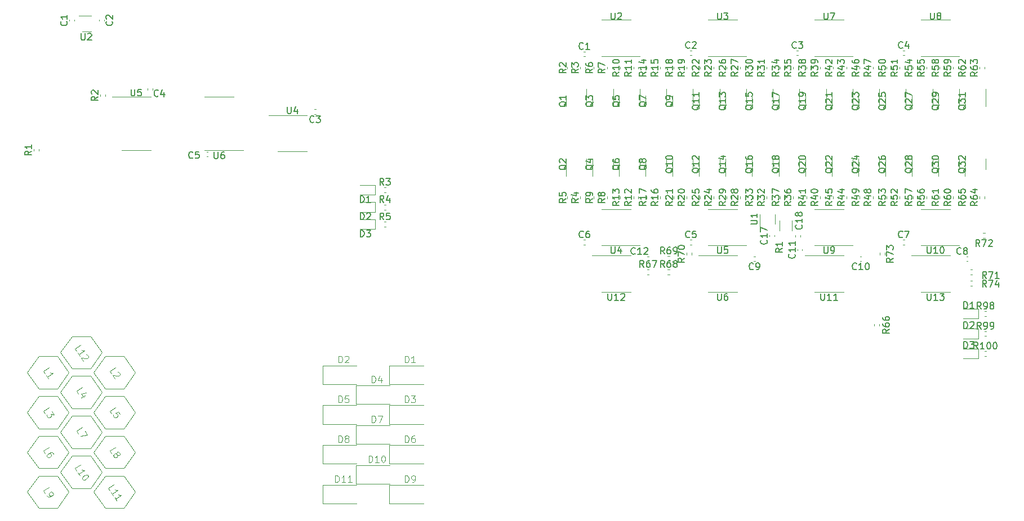
<source format=gbr>
%TF.GenerationSoftware,KiCad,Pcbnew,7.0.1*%
%TF.CreationDate,2024-10-12T00:25:36-04:00*%
%TF.ProjectId,Combined_Stencil,436f6d62-696e-4656-945f-5374656e6369,rev?*%
%TF.SameCoordinates,Original*%
%TF.FileFunction,Legend,Top*%
%TF.FilePolarity,Positive*%
%FSLAX46Y46*%
G04 Gerber Fmt 4.6, Leading zero omitted, Abs format (unit mm)*
G04 Created by KiCad (PCBNEW 7.0.1) date 2024-10-12 00:25:36*
%MOMM*%
%LPD*%
G01*
G04 APERTURE LIST*
%ADD10C,0.150000*%
%ADD11C,0.100000*%
%ADD12C,0.120000*%
G04 APERTURE END LIST*
D10*
%TO.C,C3*%
X129803333Y-20044880D02*
X129755714Y-20092500D01*
X129755714Y-20092500D02*
X129612857Y-20140119D01*
X129612857Y-20140119D02*
X129517619Y-20140119D01*
X129517619Y-20140119D02*
X129374762Y-20092500D01*
X129374762Y-20092500D02*
X129279524Y-19997261D01*
X129279524Y-19997261D02*
X129231905Y-19902023D01*
X129231905Y-19902023D02*
X129184286Y-19711547D01*
X129184286Y-19711547D02*
X129184286Y-19568690D01*
X129184286Y-19568690D02*
X129231905Y-19378214D01*
X129231905Y-19378214D02*
X129279524Y-19282976D01*
X129279524Y-19282976D02*
X129374762Y-19187738D01*
X129374762Y-19187738D02*
X129517619Y-19140119D01*
X129517619Y-19140119D02*
X129612857Y-19140119D01*
X129612857Y-19140119D02*
X129755714Y-19187738D01*
X129755714Y-19187738D02*
X129803333Y-19235357D01*
X130136667Y-19140119D02*
X130755714Y-19140119D01*
X130755714Y-19140119D02*
X130422381Y-19521071D01*
X130422381Y-19521071D02*
X130565238Y-19521071D01*
X130565238Y-19521071D02*
X130660476Y-19568690D01*
X130660476Y-19568690D02*
X130708095Y-19616309D01*
X130708095Y-19616309D02*
X130755714Y-19711547D01*
X130755714Y-19711547D02*
X130755714Y-19949642D01*
X130755714Y-19949642D02*
X130708095Y-20044880D01*
X130708095Y-20044880D02*
X130660476Y-20092500D01*
X130660476Y-20092500D02*
X130565238Y-20140119D01*
X130565238Y-20140119D02*
X130279524Y-20140119D01*
X130279524Y-20140119D02*
X130184286Y-20092500D01*
X130184286Y-20092500D02*
X130136667Y-20044880D01*
%TO.C,C8*%
X154573333Y-51054880D02*
X154525714Y-51102500D01*
X154525714Y-51102500D02*
X154382857Y-51150119D01*
X154382857Y-51150119D02*
X154287619Y-51150119D01*
X154287619Y-51150119D02*
X154144762Y-51102500D01*
X154144762Y-51102500D02*
X154049524Y-51007261D01*
X154049524Y-51007261D02*
X154001905Y-50912023D01*
X154001905Y-50912023D02*
X153954286Y-50721547D01*
X153954286Y-50721547D02*
X153954286Y-50578690D01*
X153954286Y-50578690D02*
X154001905Y-50388214D01*
X154001905Y-50388214D02*
X154049524Y-50292976D01*
X154049524Y-50292976D02*
X154144762Y-50197738D01*
X154144762Y-50197738D02*
X154287619Y-50150119D01*
X154287619Y-50150119D02*
X154382857Y-50150119D01*
X154382857Y-50150119D02*
X154525714Y-50197738D01*
X154525714Y-50197738D02*
X154573333Y-50245357D01*
X155144762Y-50578690D02*
X155049524Y-50531071D01*
X155049524Y-50531071D02*
X155001905Y-50483452D01*
X155001905Y-50483452D02*
X154954286Y-50388214D01*
X154954286Y-50388214D02*
X154954286Y-50340595D01*
X154954286Y-50340595D02*
X155001905Y-50245357D01*
X155001905Y-50245357D02*
X155049524Y-50197738D01*
X155049524Y-50197738D02*
X155144762Y-50150119D01*
X155144762Y-50150119D02*
X155335238Y-50150119D01*
X155335238Y-50150119D02*
X155430476Y-50197738D01*
X155430476Y-50197738D02*
X155478095Y-50245357D01*
X155478095Y-50245357D02*
X155525714Y-50340595D01*
X155525714Y-50340595D02*
X155525714Y-50388214D01*
X155525714Y-50388214D02*
X155478095Y-50483452D01*
X155478095Y-50483452D02*
X155430476Y-50531071D01*
X155430476Y-50531071D02*
X155335238Y-50578690D01*
X155335238Y-50578690D02*
X155144762Y-50578690D01*
X155144762Y-50578690D02*
X155049524Y-50626309D01*
X155049524Y-50626309D02*
X155001905Y-50673928D01*
X155001905Y-50673928D02*
X154954286Y-50769166D01*
X154954286Y-50769166D02*
X154954286Y-50959642D01*
X154954286Y-50959642D02*
X155001905Y-51054880D01*
X155001905Y-51054880D02*
X155049524Y-51102500D01*
X155049524Y-51102500D02*
X155144762Y-51150119D01*
X155144762Y-51150119D02*
X155335238Y-51150119D01*
X155335238Y-51150119D02*
X155430476Y-51102500D01*
X155430476Y-51102500D02*
X155478095Y-51054880D01*
X155478095Y-51054880D02*
X155525714Y-50959642D01*
X155525714Y-50959642D02*
X155525714Y-50769166D01*
X155525714Y-50769166D02*
X155478095Y-50673928D01*
X155478095Y-50673928D02*
X155430476Y-50626309D01*
X155430476Y-50626309D02*
X155335238Y-50578690D01*
%TO.C,Q30*%
X151297857Y-38158928D02*
X151250238Y-38254166D01*
X151250238Y-38254166D02*
X151155000Y-38349404D01*
X151155000Y-38349404D02*
X151012142Y-38492261D01*
X151012142Y-38492261D02*
X150964523Y-38587499D01*
X150964523Y-38587499D02*
X150964523Y-38682737D01*
X151202619Y-38635118D02*
X151155000Y-38730356D01*
X151155000Y-38730356D02*
X151059761Y-38825594D01*
X151059761Y-38825594D02*
X150869285Y-38873213D01*
X150869285Y-38873213D02*
X150535952Y-38873213D01*
X150535952Y-38873213D02*
X150345476Y-38825594D01*
X150345476Y-38825594D02*
X150250238Y-38730356D01*
X150250238Y-38730356D02*
X150202619Y-38635118D01*
X150202619Y-38635118D02*
X150202619Y-38444642D01*
X150202619Y-38444642D02*
X150250238Y-38349404D01*
X150250238Y-38349404D02*
X150345476Y-38254166D01*
X150345476Y-38254166D02*
X150535952Y-38206547D01*
X150535952Y-38206547D02*
X150869285Y-38206547D01*
X150869285Y-38206547D02*
X151059761Y-38254166D01*
X151059761Y-38254166D02*
X151155000Y-38349404D01*
X151155000Y-38349404D02*
X151202619Y-38444642D01*
X151202619Y-38444642D02*
X151202619Y-38635118D01*
X150202619Y-37873213D02*
X150202619Y-37254166D01*
X150202619Y-37254166D02*
X150583571Y-37587499D01*
X150583571Y-37587499D02*
X150583571Y-37444642D01*
X150583571Y-37444642D02*
X150631190Y-37349404D01*
X150631190Y-37349404D02*
X150678809Y-37301785D01*
X150678809Y-37301785D02*
X150774047Y-37254166D01*
X150774047Y-37254166D02*
X151012142Y-37254166D01*
X151012142Y-37254166D02*
X151107380Y-37301785D01*
X151107380Y-37301785D02*
X151155000Y-37349404D01*
X151155000Y-37349404D02*
X151202619Y-37444642D01*
X151202619Y-37444642D02*
X151202619Y-37730356D01*
X151202619Y-37730356D02*
X151155000Y-37825594D01*
X151155000Y-37825594D02*
X151107380Y-37873213D01*
X150202619Y-36635118D02*
X150202619Y-36539880D01*
X150202619Y-36539880D02*
X150250238Y-36444642D01*
X150250238Y-36444642D02*
X150297857Y-36397023D01*
X150297857Y-36397023D02*
X150393095Y-36349404D01*
X150393095Y-36349404D02*
X150583571Y-36301785D01*
X150583571Y-36301785D02*
X150821666Y-36301785D01*
X150821666Y-36301785D02*
X151012142Y-36349404D01*
X151012142Y-36349404D02*
X151107380Y-36397023D01*
X151107380Y-36397023D02*
X151155000Y-36444642D01*
X151155000Y-36444642D02*
X151202619Y-36539880D01*
X151202619Y-36539880D02*
X151202619Y-36635118D01*
X151202619Y-36635118D02*
X151155000Y-36730356D01*
X151155000Y-36730356D02*
X151107380Y-36777975D01*
X151107380Y-36777975D02*
X151012142Y-36825594D01*
X151012142Y-36825594D02*
X150821666Y-36873213D01*
X150821666Y-36873213D02*
X150583571Y-36873213D01*
X150583571Y-36873213D02*
X150393095Y-36825594D01*
X150393095Y-36825594D02*
X150297857Y-36777975D01*
X150297857Y-36777975D02*
X150250238Y-36730356D01*
X150250238Y-36730356D02*
X150202619Y-36635118D01*
%TO.C,U9*%
X133978095Y-50000119D02*
X133978095Y-50809642D01*
X133978095Y-50809642D02*
X134025714Y-50904880D01*
X134025714Y-50904880D02*
X134073333Y-50952500D01*
X134073333Y-50952500D02*
X134168571Y-51000119D01*
X134168571Y-51000119D02*
X134359047Y-51000119D01*
X134359047Y-51000119D02*
X134454285Y-50952500D01*
X134454285Y-50952500D02*
X134501904Y-50904880D01*
X134501904Y-50904880D02*
X134549523Y-50809642D01*
X134549523Y-50809642D02*
X134549523Y-50000119D01*
X135073333Y-51000119D02*
X135263809Y-51000119D01*
X135263809Y-51000119D02*
X135359047Y-50952500D01*
X135359047Y-50952500D02*
X135406666Y-50904880D01*
X135406666Y-50904880D02*
X135501904Y-50762023D01*
X135501904Y-50762023D02*
X135549523Y-50571547D01*
X135549523Y-50571547D02*
X135549523Y-50190595D01*
X135549523Y-50190595D02*
X135501904Y-50095357D01*
X135501904Y-50095357D02*
X135454285Y-50047738D01*
X135454285Y-50047738D02*
X135359047Y-50000119D01*
X135359047Y-50000119D02*
X135168571Y-50000119D01*
X135168571Y-50000119D02*
X135073333Y-50047738D01*
X135073333Y-50047738D02*
X135025714Y-50095357D01*
X135025714Y-50095357D02*
X134978095Y-50190595D01*
X134978095Y-50190595D02*
X134978095Y-50428690D01*
X134978095Y-50428690D02*
X135025714Y-50523928D01*
X135025714Y-50523928D02*
X135073333Y-50571547D01*
X135073333Y-50571547D02*
X135168571Y-50619166D01*
X135168571Y-50619166D02*
X135359047Y-50619166D01*
X135359047Y-50619166D02*
X135454285Y-50571547D01*
X135454285Y-50571547D02*
X135501904Y-50523928D01*
X135501904Y-50523928D02*
X135549523Y-50428690D01*
%TO.C,R10*%
X103202619Y-23730357D02*
X102726428Y-24063690D01*
X103202619Y-24301785D02*
X102202619Y-24301785D01*
X102202619Y-24301785D02*
X102202619Y-23920833D01*
X102202619Y-23920833D02*
X102250238Y-23825595D01*
X102250238Y-23825595D02*
X102297857Y-23777976D01*
X102297857Y-23777976D02*
X102393095Y-23730357D01*
X102393095Y-23730357D02*
X102535952Y-23730357D01*
X102535952Y-23730357D02*
X102631190Y-23777976D01*
X102631190Y-23777976D02*
X102678809Y-23825595D01*
X102678809Y-23825595D02*
X102726428Y-23920833D01*
X102726428Y-23920833D02*
X102726428Y-24301785D01*
X103202619Y-22777976D02*
X103202619Y-23349404D01*
X103202619Y-23063690D02*
X102202619Y-23063690D01*
X102202619Y-23063690D02*
X102345476Y-23158928D01*
X102345476Y-23158928D02*
X102440714Y-23254166D01*
X102440714Y-23254166D02*
X102488333Y-23349404D01*
X102202619Y-22158928D02*
X102202619Y-22063690D01*
X102202619Y-22063690D02*
X102250238Y-21968452D01*
X102250238Y-21968452D02*
X102297857Y-21920833D01*
X102297857Y-21920833D02*
X102393095Y-21873214D01*
X102393095Y-21873214D02*
X102583571Y-21825595D01*
X102583571Y-21825595D02*
X102821666Y-21825595D01*
X102821666Y-21825595D02*
X103012142Y-21873214D01*
X103012142Y-21873214D02*
X103107380Y-21920833D01*
X103107380Y-21920833D02*
X103155000Y-21968452D01*
X103155000Y-21968452D02*
X103202619Y-22063690D01*
X103202619Y-22063690D02*
X103202619Y-22158928D01*
X103202619Y-22158928D02*
X103155000Y-22254166D01*
X103155000Y-22254166D02*
X103107380Y-22301785D01*
X103107380Y-22301785D02*
X103012142Y-22349404D01*
X103012142Y-22349404D02*
X102821666Y-22397023D01*
X102821666Y-22397023D02*
X102583571Y-22397023D01*
X102583571Y-22397023D02*
X102393095Y-22349404D01*
X102393095Y-22349404D02*
X102297857Y-22301785D01*
X102297857Y-22301785D02*
X102250238Y-22254166D01*
X102250238Y-22254166D02*
X102202619Y-22158928D01*
D11*
%TO.C,L5*%
X26913917Y-75127160D02*
X26640786Y-74737087D01*
X26640786Y-74737087D02*
X27459938Y-74163511D01*
X28197393Y-75216707D02*
X27924262Y-74826634D01*
X27924262Y-74826634D02*
X27506876Y-75060759D01*
X27506876Y-75060759D02*
X27573196Y-75072453D01*
X27573196Y-75072453D02*
X27666830Y-75123154D01*
X27666830Y-75123154D02*
X27803396Y-75318190D01*
X27803396Y-75318190D02*
X27819015Y-75423518D01*
X27819015Y-75423518D02*
X27807321Y-75489838D01*
X27807321Y-75489838D02*
X27756620Y-75583472D01*
X27756620Y-75583472D02*
X27561583Y-75720038D01*
X27561583Y-75720038D02*
X27456256Y-75735657D01*
X27456256Y-75735657D02*
X27389935Y-75723963D01*
X27389935Y-75723963D02*
X27296302Y-75673261D01*
X27296302Y-75673261D02*
X27159736Y-75478225D01*
X27159736Y-75478225D02*
X27144117Y-75372898D01*
X27144117Y-75372898D02*
X27155811Y-75306577D01*
D10*
%TO.C,Q5*%
X103297857Y-28182738D02*
X103250238Y-28277976D01*
X103250238Y-28277976D02*
X103155000Y-28373214D01*
X103155000Y-28373214D02*
X103012142Y-28516071D01*
X103012142Y-28516071D02*
X102964523Y-28611309D01*
X102964523Y-28611309D02*
X102964523Y-28706547D01*
X103202619Y-28658928D02*
X103155000Y-28754166D01*
X103155000Y-28754166D02*
X103059761Y-28849404D01*
X103059761Y-28849404D02*
X102869285Y-28897023D01*
X102869285Y-28897023D02*
X102535952Y-28897023D01*
X102535952Y-28897023D02*
X102345476Y-28849404D01*
X102345476Y-28849404D02*
X102250238Y-28754166D01*
X102250238Y-28754166D02*
X102202619Y-28658928D01*
X102202619Y-28658928D02*
X102202619Y-28468452D01*
X102202619Y-28468452D02*
X102250238Y-28373214D01*
X102250238Y-28373214D02*
X102345476Y-28277976D01*
X102345476Y-28277976D02*
X102535952Y-28230357D01*
X102535952Y-28230357D02*
X102869285Y-28230357D01*
X102869285Y-28230357D02*
X103059761Y-28277976D01*
X103059761Y-28277976D02*
X103155000Y-28373214D01*
X103155000Y-28373214D02*
X103202619Y-28468452D01*
X103202619Y-28468452D02*
X103202619Y-28658928D01*
X102202619Y-27325595D02*
X102202619Y-27801785D01*
X102202619Y-27801785D02*
X102678809Y-27849404D01*
X102678809Y-27849404D02*
X102631190Y-27801785D01*
X102631190Y-27801785D02*
X102583571Y-27706547D01*
X102583571Y-27706547D02*
X102583571Y-27468452D01*
X102583571Y-27468452D02*
X102631190Y-27373214D01*
X102631190Y-27373214D02*
X102678809Y-27325595D01*
X102678809Y-27325595D02*
X102774047Y-27277976D01*
X102774047Y-27277976D02*
X103012142Y-27277976D01*
X103012142Y-27277976D02*
X103107380Y-27325595D01*
X103107380Y-27325595D02*
X103155000Y-27373214D01*
X103155000Y-27373214D02*
X103202619Y-27468452D01*
X103202619Y-27468452D02*
X103202619Y-27706547D01*
X103202619Y-27706547D02*
X103155000Y-27801785D01*
X103155000Y-27801785D02*
X103107380Y-27849404D01*
%TO.C,R28*%
X121032619Y-43230357D02*
X120556428Y-43563690D01*
X121032619Y-43801785D02*
X120032619Y-43801785D01*
X120032619Y-43801785D02*
X120032619Y-43420833D01*
X120032619Y-43420833D02*
X120080238Y-43325595D01*
X120080238Y-43325595D02*
X120127857Y-43277976D01*
X120127857Y-43277976D02*
X120223095Y-43230357D01*
X120223095Y-43230357D02*
X120365952Y-43230357D01*
X120365952Y-43230357D02*
X120461190Y-43277976D01*
X120461190Y-43277976D02*
X120508809Y-43325595D01*
X120508809Y-43325595D02*
X120556428Y-43420833D01*
X120556428Y-43420833D02*
X120556428Y-43801785D01*
X120127857Y-42849404D02*
X120080238Y-42801785D01*
X120080238Y-42801785D02*
X120032619Y-42706547D01*
X120032619Y-42706547D02*
X120032619Y-42468452D01*
X120032619Y-42468452D02*
X120080238Y-42373214D01*
X120080238Y-42373214D02*
X120127857Y-42325595D01*
X120127857Y-42325595D02*
X120223095Y-42277976D01*
X120223095Y-42277976D02*
X120318333Y-42277976D01*
X120318333Y-42277976D02*
X120461190Y-42325595D01*
X120461190Y-42325595D02*
X121032619Y-42897023D01*
X121032619Y-42897023D02*
X121032619Y-42277976D01*
X120461190Y-41706547D02*
X120413571Y-41801785D01*
X120413571Y-41801785D02*
X120365952Y-41849404D01*
X120365952Y-41849404D02*
X120270714Y-41897023D01*
X120270714Y-41897023D02*
X120223095Y-41897023D01*
X120223095Y-41897023D02*
X120127857Y-41849404D01*
X120127857Y-41849404D02*
X120080238Y-41801785D01*
X120080238Y-41801785D02*
X120032619Y-41706547D01*
X120032619Y-41706547D02*
X120032619Y-41516071D01*
X120032619Y-41516071D02*
X120080238Y-41420833D01*
X120080238Y-41420833D02*
X120127857Y-41373214D01*
X120127857Y-41373214D02*
X120223095Y-41325595D01*
X120223095Y-41325595D02*
X120270714Y-41325595D01*
X120270714Y-41325595D02*
X120365952Y-41373214D01*
X120365952Y-41373214D02*
X120413571Y-41420833D01*
X120413571Y-41420833D02*
X120461190Y-41516071D01*
X120461190Y-41516071D02*
X120461190Y-41706547D01*
X120461190Y-41706547D02*
X120508809Y-41801785D01*
X120508809Y-41801785D02*
X120556428Y-41849404D01*
X120556428Y-41849404D02*
X120651666Y-41897023D01*
X120651666Y-41897023D02*
X120842142Y-41897023D01*
X120842142Y-41897023D02*
X120937380Y-41849404D01*
X120937380Y-41849404D02*
X120985000Y-41801785D01*
X120985000Y-41801785D02*
X121032619Y-41706547D01*
X121032619Y-41706547D02*
X121032619Y-41516071D01*
X121032619Y-41516071D02*
X120985000Y-41420833D01*
X120985000Y-41420833D02*
X120937380Y-41373214D01*
X120937380Y-41373214D02*
X120842142Y-41325595D01*
X120842142Y-41325595D02*
X120651666Y-41325595D01*
X120651666Y-41325595D02*
X120556428Y-41373214D01*
X120556428Y-41373214D02*
X120508809Y-41420833D01*
X120508809Y-41420833D02*
X120461190Y-41516071D01*
%TO.C,Q29*%
X151297857Y-28658928D02*
X151250238Y-28754166D01*
X151250238Y-28754166D02*
X151155000Y-28849404D01*
X151155000Y-28849404D02*
X151012142Y-28992261D01*
X151012142Y-28992261D02*
X150964523Y-29087499D01*
X150964523Y-29087499D02*
X150964523Y-29182737D01*
X151202619Y-29135118D02*
X151155000Y-29230356D01*
X151155000Y-29230356D02*
X151059761Y-29325594D01*
X151059761Y-29325594D02*
X150869285Y-29373213D01*
X150869285Y-29373213D02*
X150535952Y-29373213D01*
X150535952Y-29373213D02*
X150345476Y-29325594D01*
X150345476Y-29325594D02*
X150250238Y-29230356D01*
X150250238Y-29230356D02*
X150202619Y-29135118D01*
X150202619Y-29135118D02*
X150202619Y-28944642D01*
X150202619Y-28944642D02*
X150250238Y-28849404D01*
X150250238Y-28849404D02*
X150345476Y-28754166D01*
X150345476Y-28754166D02*
X150535952Y-28706547D01*
X150535952Y-28706547D02*
X150869285Y-28706547D01*
X150869285Y-28706547D02*
X151059761Y-28754166D01*
X151059761Y-28754166D02*
X151155000Y-28849404D01*
X151155000Y-28849404D02*
X151202619Y-28944642D01*
X151202619Y-28944642D02*
X151202619Y-29135118D01*
X150297857Y-28325594D02*
X150250238Y-28277975D01*
X150250238Y-28277975D02*
X150202619Y-28182737D01*
X150202619Y-28182737D02*
X150202619Y-27944642D01*
X150202619Y-27944642D02*
X150250238Y-27849404D01*
X150250238Y-27849404D02*
X150297857Y-27801785D01*
X150297857Y-27801785D02*
X150393095Y-27754166D01*
X150393095Y-27754166D02*
X150488333Y-27754166D01*
X150488333Y-27754166D02*
X150631190Y-27801785D01*
X150631190Y-27801785D02*
X151202619Y-28373213D01*
X151202619Y-28373213D02*
X151202619Y-27754166D01*
X151202619Y-27277975D02*
X151202619Y-27087499D01*
X151202619Y-27087499D02*
X151155000Y-26992261D01*
X151155000Y-26992261D02*
X151107380Y-26944642D01*
X151107380Y-26944642D02*
X150964523Y-26849404D01*
X150964523Y-26849404D02*
X150774047Y-26801785D01*
X150774047Y-26801785D02*
X150393095Y-26801785D01*
X150393095Y-26801785D02*
X150297857Y-26849404D01*
X150297857Y-26849404D02*
X150250238Y-26897023D01*
X150250238Y-26897023D02*
X150202619Y-26992261D01*
X150202619Y-26992261D02*
X150202619Y-27182737D01*
X150202619Y-27182737D02*
X150250238Y-27277975D01*
X150250238Y-27277975D02*
X150297857Y-27325594D01*
X150297857Y-27325594D02*
X150393095Y-27373213D01*
X150393095Y-27373213D02*
X150631190Y-27373213D01*
X150631190Y-27373213D02*
X150726428Y-27325594D01*
X150726428Y-27325594D02*
X150774047Y-27277975D01*
X150774047Y-27277975D02*
X150821666Y-27182737D01*
X150821666Y-27182737D02*
X150821666Y-26992261D01*
X150821666Y-26992261D02*
X150774047Y-26897023D01*
X150774047Y-26897023D02*
X150726428Y-26849404D01*
X150726428Y-26849404D02*
X150631190Y-26801785D01*
%TO.C,U13*%
X149501905Y-57050119D02*
X149501905Y-57859642D01*
X149501905Y-57859642D02*
X149549524Y-57954880D01*
X149549524Y-57954880D02*
X149597143Y-58002500D01*
X149597143Y-58002500D02*
X149692381Y-58050119D01*
X149692381Y-58050119D02*
X149882857Y-58050119D01*
X149882857Y-58050119D02*
X149978095Y-58002500D01*
X149978095Y-58002500D02*
X150025714Y-57954880D01*
X150025714Y-57954880D02*
X150073333Y-57859642D01*
X150073333Y-57859642D02*
X150073333Y-57050119D01*
X151073333Y-58050119D02*
X150501905Y-58050119D01*
X150787619Y-58050119D02*
X150787619Y-57050119D01*
X150787619Y-57050119D02*
X150692381Y-57192976D01*
X150692381Y-57192976D02*
X150597143Y-57288214D01*
X150597143Y-57288214D02*
X150501905Y-57335833D01*
X151406667Y-57050119D02*
X152025714Y-57050119D01*
X152025714Y-57050119D02*
X151692381Y-57431071D01*
X151692381Y-57431071D02*
X151835238Y-57431071D01*
X151835238Y-57431071D02*
X151930476Y-57478690D01*
X151930476Y-57478690D02*
X151978095Y-57526309D01*
X151978095Y-57526309D02*
X152025714Y-57621547D01*
X152025714Y-57621547D02*
X152025714Y-57859642D01*
X152025714Y-57859642D02*
X151978095Y-57954880D01*
X151978095Y-57954880D02*
X151930476Y-58002500D01*
X151930476Y-58002500D02*
X151835238Y-58050119D01*
X151835238Y-58050119D02*
X151549524Y-58050119D01*
X151549524Y-58050119D02*
X151454286Y-58002500D01*
X151454286Y-58002500D02*
X151406667Y-57954880D01*
%TO.C,R5*%
X95202619Y-42754166D02*
X94726428Y-43087499D01*
X95202619Y-43325594D02*
X94202619Y-43325594D01*
X94202619Y-43325594D02*
X94202619Y-42944642D01*
X94202619Y-42944642D02*
X94250238Y-42849404D01*
X94250238Y-42849404D02*
X94297857Y-42801785D01*
X94297857Y-42801785D02*
X94393095Y-42754166D01*
X94393095Y-42754166D02*
X94535952Y-42754166D01*
X94535952Y-42754166D02*
X94631190Y-42801785D01*
X94631190Y-42801785D02*
X94678809Y-42849404D01*
X94678809Y-42849404D02*
X94726428Y-42944642D01*
X94726428Y-42944642D02*
X94726428Y-43325594D01*
X94202619Y-41849404D02*
X94202619Y-42325594D01*
X94202619Y-42325594D02*
X94678809Y-42373213D01*
X94678809Y-42373213D02*
X94631190Y-42325594D01*
X94631190Y-42325594D02*
X94583571Y-42230356D01*
X94583571Y-42230356D02*
X94583571Y-41992261D01*
X94583571Y-41992261D02*
X94631190Y-41897023D01*
X94631190Y-41897023D02*
X94678809Y-41849404D01*
X94678809Y-41849404D02*
X94774047Y-41801785D01*
X94774047Y-41801785D02*
X95012142Y-41801785D01*
X95012142Y-41801785D02*
X95107380Y-41849404D01*
X95107380Y-41849404D02*
X95155000Y-41897023D01*
X95155000Y-41897023D02*
X95202619Y-41992261D01*
X95202619Y-41992261D02*
X95202619Y-42230356D01*
X95202619Y-42230356D02*
X95155000Y-42325594D01*
X95155000Y-42325594D02*
X95107380Y-42373213D01*
%TO.C,R12*%
X105002619Y-43230357D02*
X104526428Y-43563690D01*
X105002619Y-43801785D02*
X104002619Y-43801785D01*
X104002619Y-43801785D02*
X104002619Y-43420833D01*
X104002619Y-43420833D02*
X104050238Y-43325595D01*
X104050238Y-43325595D02*
X104097857Y-43277976D01*
X104097857Y-43277976D02*
X104193095Y-43230357D01*
X104193095Y-43230357D02*
X104335952Y-43230357D01*
X104335952Y-43230357D02*
X104431190Y-43277976D01*
X104431190Y-43277976D02*
X104478809Y-43325595D01*
X104478809Y-43325595D02*
X104526428Y-43420833D01*
X104526428Y-43420833D02*
X104526428Y-43801785D01*
X105002619Y-42277976D02*
X105002619Y-42849404D01*
X105002619Y-42563690D02*
X104002619Y-42563690D01*
X104002619Y-42563690D02*
X104145476Y-42658928D01*
X104145476Y-42658928D02*
X104240714Y-42754166D01*
X104240714Y-42754166D02*
X104288333Y-42849404D01*
X104097857Y-41897023D02*
X104050238Y-41849404D01*
X104050238Y-41849404D02*
X104002619Y-41754166D01*
X104002619Y-41754166D02*
X104002619Y-41516071D01*
X104002619Y-41516071D02*
X104050238Y-41420833D01*
X104050238Y-41420833D02*
X104097857Y-41373214D01*
X104097857Y-41373214D02*
X104193095Y-41325595D01*
X104193095Y-41325595D02*
X104288333Y-41325595D01*
X104288333Y-41325595D02*
X104431190Y-41373214D01*
X104431190Y-41373214D02*
X105002619Y-41944642D01*
X105002619Y-41944642D02*
X105002619Y-41325595D01*
%TO.C,U5*%
X29808095Y-26302619D02*
X29808095Y-27112142D01*
X29808095Y-27112142D02*
X29855714Y-27207380D01*
X29855714Y-27207380D02*
X29903333Y-27255000D01*
X29903333Y-27255000D02*
X29998571Y-27302619D01*
X29998571Y-27302619D02*
X30189047Y-27302619D01*
X30189047Y-27302619D02*
X30284285Y-27255000D01*
X30284285Y-27255000D02*
X30331904Y-27207380D01*
X30331904Y-27207380D02*
X30379523Y-27112142D01*
X30379523Y-27112142D02*
X30379523Y-26302619D01*
X31331904Y-26302619D02*
X30855714Y-26302619D01*
X30855714Y-26302619D02*
X30808095Y-26778809D01*
X30808095Y-26778809D02*
X30855714Y-26731190D01*
X30855714Y-26731190D02*
X30950952Y-26683571D01*
X30950952Y-26683571D02*
X31189047Y-26683571D01*
X31189047Y-26683571D02*
X31284285Y-26731190D01*
X31284285Y-26731190D02*
X31331904Y-26778809D01*
X31331904Y-26778809D02*
X31379523Y-26874047D01*
X31379523Y-26874047D02*
X31379523Y-27112142D01*
X31379523Y-27112142D02*
X31331904Y-27207380D01*
X31331904Y-27207380D02*
X31284285Y-27255000D01*
X31284285Y-27255000D02*
X31189047Y-27302619D01*
X31189047Y-27302619D02*
X30950952Y-27302619D01*
X30950952Y-27302619D02*
X30855714Y-27255000D01*
X30855714Y-27255000D02*
X30808095Y-27207380D01*
%TO.C,C9*%
X123343333Y-53364880D02*
X123295714Y-53412500D01*
X123295714Y-53412500D02*
X123152857Y-53460119D01*
X123152857Y-53460119D02*
X123057619Y-53460119D01*
X123057619Y-53460119D02*
X122914762Y-53412500D01*
X122914762Y-53412500D02*
X122819524Y-53317261D01*
X122819524Y-53317261D02*
X122771905Y-53222023D01*
X122771905Y-53222023D02*
X122724286Y-53031547D01*
X122724286Y-53031547D02*
X122724286Y-52888690D01*
X122724286Y-52888690D02*
X122771905Y-52698214D01*
X122771905Y-52698214D02*
X122819524Y-52602976D01*
X122819524Y-52602976D02*
X122914762Y-52507738D01*
X122914762Y-52507738D02*
X123057619Y-52460119D01*
X123057619Y-52460119D02*
X123152857Y-52460119D01*
X123152857Y-52460119D02*
X123295714Y-52507738D01*
X123295714Y-52507738D02*
X123343333Y-52555357D01*
X123819524Y-53460119D02*
X124010000Y-53460119D01*
X124010000Y-53460119D02*
X124105238Y-53412500D01*
X124105238Y-53412500D02*
X124152857Y-53364880D01*
X124152857Y-53364880D02*
X124248095Y-53222023D01*
X124248095Y-53222023D02*
X124295714Y-53031547D01*
X124295714Y-53031547D02*
X124295714Y-52650595D01*
X124295714Y-52650595D02*
X124248095Y-52555357D01*
X124248095Y-52555357D02*
X124200476Y-52507738D01*
X124200476Y-52507738D02*
X124105238Y-52460119D01*
X124105238Y-52460119D02*
X123914762Y-52460119D01*
X123914762Y-52460119D02*
X123819524Y-52507738D01*
X123819524Y-52507738D02*
X123771905Y-52555357D01*
X123771905Y-52555357D02*
X123724286Y-52650595D01*
X123724286Y-52650595D02*
X123724286Y-52888690D01*
X123724286Y-52888690D02*
X123771905Y-52983928D01*
X123771905Y-52983928D02*
X123819524Y-53031547D01*
X123819524Y-53031547D02*
X123914762Y-53079166D01*
X123914762Y-53079166D02*
X124105238Y-53079166D01*
X124105238Y-53079166D02*
X124200476Y-53031547D01*
X124200476Y-53031547D02*
X124248095Y-52983928D01*
X124248095Y-52983928D02*
X124295714Y-52888690D01*
%TO.C,R22*%
X115202619Y-23730357D02*
X114726428Y-24063690D01*
X115202619Y-24301785D02*
X114202619Y-24301785D01*
X114202619Y-24301785D02*
X114202619Y-23920833D01*
X114202619Y-23920833D02*
X114250238Y-23825595D01*
X114250238Y-23825595D02*
X114297857Y-23777976D01*
X114297857Y-23777976D02*
X114393095Y-23730357D01*
X114393095Y-23730357D02*
X114535952Y-23730357D01*
X114535952Y-23730357D02*
X114631190Y-23777976D01*
X114631190Y-23777976D02*
X114678809Y-23825595D01*
X114678809Y-23825595D02*
X114726428Y-23920833D01*
X114726428Y-23920833D02*
X114726428Y-24301785D01*
X114297857Y-23349404D02*
X114250238Y-23301785D01*
X114250238Y-23301785D02*
X114202619Y-23206547D01*
X114202619Y-23206547D02*
X114202619Y-22968452D01*
X114202619Y-22968452D02*
X114250238Y-22873214D01*
X114250238Y-22873214D02*
X114297857Y-22825595D01*
X114297857Y-22825595D02*
X114393095Y-22777976D01*
X114393095Y-22777976D02*
X114488333Y-22777976D01*
X114488333Y-22777976D02*
X114631190Y-22825595D01*
X114631190Y-22825595D02*
X115202619Y-23397023D01*
X115202619Y-23397023D02*
X115202619Y-22777976D01*
X114297857Y-22397023D02*
X114250238Y-22349404D01*
X114250238Y-22349404D02*
X114202619Y-22254166D01*
X114202619Y-22254166D02*
X114202619Y-22016071D01*
X114202619Y-22016071D02*
X114250238Y-21920833D01*
X114250238Y-21920833D02*
X114297857Y-21873214D01*
X114297857Y-21873214D02*
X114393095Y-21825595D01*
X114393095Y-21825595D02*
X114488333Y-21825595D01*
X114488333Y-21825595D02*
X114631190Y-21873214D01*
X114631190Y-21873214D02*
X115202619Y-22444642D01*
X115202619Y-22444642D02*
X115202619Y-21825595D01*
%TO.C,C1*%
X20137380Y-16106666D02*
X20185000Y-16154285D01*
X20185000Y-16154285D02*
X20232619Y-16297142D01*
X20232619Y-16297142D02*
X20232619Y-16392380D01*
X20232619Y-16392380D02*
X20185000Y-16535237D01*
X20185000Y-16535237D02*
X20089761Y-16630475D01*
X20089761Y-16630475D02*
X19994523Y-16678094D01*
X19994523Y-16678094D02*
X19804047Y-16725713D01*
X19804047Y-16725713D02*
X19661190Y-16725713D01*
X19661190Y-16725713D02*
X19470714Y-16678094D01*
X19470714Y-16678094D02*
X19375476Y-16630475D01*
X19375476Y-16630475D02*
X19280238Y-16535237D01*
X19280238Y-16535237D02*
X19232619Y-16392380D01*
X19232619Y-16392380D02*
X19232619Y-16297142D01*
X19232619Y-16297142D02*
X19280238Y-16154285D01*
X19280238Y-16154285D02*
X19327857Y-16106666D01*
X20232619Y-15154285D02*
X20232619Y-15725713D01*
X20232619Y-15439999D02*
X19232619Y-15439999D01*
X19232619Y-15439999D02*
X19375476Y-15535237D01*
X19375476Y-15535237D02*
X19470714Y-15630475D01*
X19470714Y-15630475D02*
X19518333Y-15725713D01*
D11*
%TO.C,L4*%
X21913917Y-72127160D02*
X21640786Y-71737087D01*
X21640786Y-71737087D02*
X22459938Y-71163511D01*
X22897029Y-72368892D02*
X22350928Y-72751276D01*
X23072522Y-71955350D02*
X22350847Y-72170011D01*
X22350847Y-72170011D02*
X22705918Y-72677105D01*
D10*
%TO.C,C4*%
X33903333Y-27307380D02*
X33855714Y-27355000D01*
X33855714Y-27355000D02*
X33712857Y-27402619D01*
X33712857Y-27402619D02*
X33617619Y-27402619D01*
X33617619Y-27402619D02*
X33474762Y-27355000D01*
X33474762Y-27355000D02*
X33379524Y-27259761D01*
X33379524Y-27259761D02*
X33331905Y-27164523D01*
X33331905Y-27164523D02*
X33284286Y-26974047D01*
X33284286Y-26974047D02*
X33284286Y-26831190D01*
X33284286Y-26831190D02*
X33331905Y-26640714D01*
X33331905Y-26640714D02*
X33379524Y-26545476D01*
X33379524Y-26545476D02*
X33474762Y-26450238D01*
X33474762Y-26450238D02*
X33617619Y-26402619D01*
X33617619Y-26402619D02*
X33712857Y-26402619D01*
X33712857Y-26402619D02*
X33855714Y-26450238D01*
X33855714Y-26450238D02*
X33903333Y-26497857D01*
X34760476Y-26735952D02*
X34760476Y-27402619D01*
X34522381Y-26355000D02*
X34284286Y-27069285D01*
X34284286Y-27069285D02*
X34903333Y-27069285D01*
%TO.C,R53*%
X143202619Y-43220357D02*
X142726428Y-43553690D01*
X143202619Y-43791785D02*
X142202619Y-43791785D01*
X142202619Y-43791785D02*
X142202619Y-43410833D01*
X142202619Y-43410833D02*
X142250238Y-43315595D01*
X142250238Y-43315595D02*
X142297857Y-43267976D01*
X142297857Y-43267976D02*
X142393095Y-43220357D01*
X142393095Y-43220357D02*
X142535952Y-43220357D01*
X142535952Y-43220357D02*
X142631190Y-43267976D01*
X142631190Y-43267976D02*
X142678809Y-43315595D01*
X142678809Y-43315595D02*
X142726428Y-43410833D01*
X142726428Y-43410833D02*
X142726428Y-43791785D01*
X142202619Y-42315595D02*
X142202619Y-42791785D01*
X142202619Y-42791785D02*
X142678809Y-42839404D01*
X142678809Y-42839404D02*
X142631190Y-42791785D01*
X142631190Y-42791785D02*
X142583571Y-42696547D01*
X142583571Y-42696547D02*
X142583571Y-42458452D01*
X142583571Y-42458452D02*
X142631190Y-42363214D01*
X142631190Y-42363214D02*
X142678809Y-42315595D01*
X142678809Y-42315595D02*
X142774047Y-42267976D01*
X142774047Y-42267976D02*
X143012142Y-42267976D01*
X143012142Y-42267976D02*
X143107380Y-42315595D01*
X143107380Y-42315595D02*
X143155000Y-42363214D01*
X143155000Y-42363214D02*
X143202619Y-42458452D01*
X143202619Y-42458452D02*
X143202619Y-42696547D01*
X143202619Y-42696547D02*
X143155000Y-42791785D01*
X143155000Y-42791785D02*
X143107380Y-42839404D01*
X142202619Y-41934642D02*
X142202619Y-41315595D01*
X142202619Y-41315595D02*
X142583571Y-41648928D01*
X142583571Y-41648928D02*
X142583571Y-41506071D01*
X142583571Y-41506071D02*
X142631190Y-41410833D01*
X142631190Y-41410833D02*
X142678809Y-41363214D01*
X142678809Y-41363214D02*
X142774047Y-41315595D01*
X142774047Y-41315595D02*
X143012142Y-41315595D01*
X143012142Y-41315595D02*
X143107380Y-41363214D01*
X143107380Y-41363214D02*
X143155000Y-41410833D01*
X143155000Y-41410833D02*
X143202619Y-41506071D01*
X143202619Y-41506071D02*
X143202619Y-41791785D01*
X143202619Y-41791785D02*
X143155000Y-41887023D01*
X143155000Y-41887023D02*
X143107380Y-41934642D01*
%TO.C,Q14*%
X119297857Y-38158928D02*
X119250238Y-38254166D01*
X119250238Y-38254166D02*
X119155000Y-38349404D01*
X119155000Y-38349404D02*
X119012142Y-38492261D01*
X119012142Y-38492261D02*
X118964523Y-38587499D01*
X118964523Y-38587499D02*
X118964523Y-38682737D01*
X119202619Y-38635118D02*
X119155000Y-38730356D01*
X119155000Y-38730356D02*
X119059761Y-38825594D01*
X119059761Y-38825594D02*
X118869285Y-38873213D01*
X118869285Y-38873213D02*
X118535952Y-38873213D01*
X118535952Y-38873213D02*
X118345476Y-38825594D01*
X118345476Y-38825594D02*
X118250238Y-38730356D01*
X118250238Y-38730356D02*
X118202619Y-38635118D01*
X118202619Y-38635118D02*
X118202619Y-38444642D01*
X118202619Y-38444642D02*
X118250238Y-38349404D01*
X118250238Y-38349404D02*
X118345476Y-38254166D01*
X118345476Y-38254166D02*
X118535952Y-38206547D01*
X118535952Y-38206547D02*
X118869285Y-38206547D01*
X118869285Y-38206547D02*
X119059761Y-38254166D01*
X119059761Y-38254166D02*
X119155000Y-38349404D01*
X119155000Y-38349404D02*
X119202619Y-38444642D01*
X119202619Y-38444642D02*
X119202619Y-38635118D01*
X119202619Y-37254166D02*
X119202619Y-37825594D01*
X119202619Y-37539880D02*
X118202619Y-37539880D01*
X118202619Y-37539880D02*
X118345476Y-37635118D01*
X118345476Y-37635118D02*
X118440714Y-37730356D01*
X118440714Y-37730356D02*
X118488333Y-37825594D01*
X118535952Y-36397023D02*
X119202619Y-36397023D01*
X118155000Y-36635118D02*
X118869285Y-36873213D01*
X118869285Y-36873213D02*
X118869285Y-36254166D01*
%TO.C,R3*%
X67815833Y-40732619D02*
X67482500Y-40256428D01*
X67244405Y-40732619D02*
X67244405Y-39732619D01*
X67244405Y-39732619D02*
X67625357Y-39732619D01*
X67625357Y-39732619D02*
X67720595Y-39780238D01*
X67720595Y-39780238D02*
X67768214Y-39827857D01*
X67768214Y-39827857D02*
X67815833Y-39923095D01*
X67815833Y-39923095D02*
X67815833Y-40065952D01*
X67815833Y-40065952D02*
X67768214Y-40161190D01*
X67768214Y-40161190D02*
X67720595Y-40208809D01*
X67720595Y-40208809D02*
X67625357Y-40256428D01*
X67625357Y-40256428D02*
X67244405Y-40256428D01*
X68149167Y-39732619D02*
X68768214Y-39732619D01*
X68768214Y-39732619D02*
X68434881Y-40113571D01*
X68434881Y-40113571D02*
X68577738Y-40113571D01*
X68577738Y-40113571D02*
X68672976Y-40161190D01*
X68672976Y-40161190D02*
X68720595Y-40208809D01*
X68720595Y-40208809D02*
X68768214Y-40304047D01*
X68768214Y-40304047D02*
X68768214Y-40542142D01*
X68768214Y-40542142D02*
X68720595Y-40637380D01*
X68720595Y-40637380D02*
X68672976Y-40685000D01*
X68672976Y-40685000D02*
X68577738Y-40732619D01*
X68577738Y-40732619D02*
X68292024Y-40732619D01*
X68292024Y-40732619D02*
X68196786Y-40685000D01*
X68196786Y-40685000D02*
X68149167Y-40637380D01*
%TO.C,U10*%
X149501905Y-50000119D02*
X149501905Y-50809642D01*
X149501905Y-50809642D02*
X149549524Y-50904880D01*
X149549524Y-50904880D02*
X149597143Y-50952500D01*
X149597143Y-50952500D02*
X149692381Y-51000119D01*
X149692381Y-51000119D02*
X149882857Y-51000119D01*
X149882857Y-51000119D02*
X149978095Y-50952500D01*
X149978095Y-50952500D02*
X150025714Y-50904880D01*
X150025714Y-50904880D02*
X150073333Y-50809642D01*
X150073333Y-50809642D02*
X150073333Y-50000119D01*
X151073333Y-51000119D02*
X150501905Y-51000119D01*
X150787619Y-51000119D02*
X150787619Y-50000119D01*
X150787619Y-50000119D02*
X150692381Y-50142976D01*
X150692381Y-50142976D02*
X150597143Y-50238214D01*
X150597143Y-50238214D02*
X150501905Y-50285833D01*
X151692381Y-50000119D02*
X151787619Y-50000119D01*
X151787619Y-50000119D02*
X151882857Y-50047738D01*
X151882857Y-50047738D02*
X151930476Y-50095357D01*
X151930476Y-50095357D02*
X151978095Y-50190595D01*
X151978095Y-50190595D02*
X152025714Y-50381071D01*
X152025714Y-50381071D02*
X152025714Y-50619166D01*
X152025714Y-50619166D02*
X151978095Y-50809642D01*
X151978095Y-50809642D02*
X151930476Y-50904880D01*
X151930476Y-50904880D02*
X151882857Y-50952500D01*
X151882857Y-50952500D02*
X151787619Y-51000119D01*
X151787619Y-51000119D02*
X151692381Y-51000119D01*
X151692381Y-51000119D02*
X151597143Y-50952500D01*
X151597143Y-50952500D02*
X151549524Y-50904880D01*
X151549524Y-50904880D02*
X151501905Y-50809642D01*
X151501905Y-50809642D02*
X151454286Y-50619166D01*
X151454286Y-50619166D02*
X151454286Y-50381071D01*
X151454286Y-50381071D02*
X151501905Y-50190595D01*
X151501905Y-50190595D02*
X151549524Y-50095357D01*
X151549524Y-50095357D02*
X151597143Y-50047738D01*
X151597143Y-50047738D02*
X151692381Y-50000119D01*
%TO.C,R55*%
X149032619Y-23730357D02*
X148556428Y-24063690D01*
X149032619Y-24301785D02*
X148032619Y-24301785D01*
X148032619Y-24301785D02*
X148032619Y-23920833D01*
X148032619Y-23920833D02*
X148080238Y-23825595D01*
X148080238Y-23825595D02*
X148127857Y-23777976D01*
X148127857Y-23777976D02*
X148223095Y-23730357D01*
X148223095Y-23730357D02*
X148365952Y-23730357D01*
X148365952Y-23730357D02*
X148461190Y-23777976D01*
X148461190Y-23777976D02*
X148508809Y-23825595D01*
X148508809Y-23825595D02*
X148556428Y-23920833D01*
X148556428Y-23920833D02*
X148556428Y-24301785D01*
X148032619Y-22825595D02*
X148032619Y-23301785D01*
X148032619Y-23301785D02*
X148508809Y-23349404D01*
X148508809Y-23349404D02*
X148461190Y-23301785D01*
X148461190Y-23301785D02*
X148413571Y-23206547D01*
X148413571Y-23206547D02*
X148413571Y-22968452D01*
X148413571Y-22968452D02*
X148461190Y-22873214D01*
X148461190Y-22873214D02*
X148508809Y-22825595D01*
X148508809Y-22825595D02*
X148604047Y-22777976D01*
X148604047Y-22777976D02*
X148842142Y-22777976D01*
X148842142Y-22777976D02*
X148937380Y-22825595D01*
X148937380Y-22825595D02*
X148985000Y-22873214D01*
X148985000Y-22873214D02*
X149032619Y-22968452D01*
X149032619Y-22968452D02*
X149032619Y-23206547D01*
X149032619Y-23206547D02*
X148985000Y-23301785D01*
X148985000Y-23301785D02*
X148937380Y-23349404D01*
X148032619Y-21873214D02*
X148032619Y-22349404D01*
X148032619Y-22349404D02*
X148508809Y-22397023D01*
X148508809Y-22397023D02*
X148461190Y-22349404D01*
X148461190Y-22349404D02*
X148413571Y-22254166D01*
X148413571Y-22254166D02*
X148413571Y-22016071D01*
X148413571Y-22016071D02*
X148461190Y-21920833D01*
X148461190Y-21920833D02*
X148508809Y-21873214D01*
X148508809Y-21873214D02*
X148604047Y-21825595D01*
X148604047Y-21825595D02*
X148842142Y-21825595D01*
X148842142Y-21825595D02*
X148937380Y-21873214D01*
X148937380Y-21873214D02*
X148985000Y-21920833D01*
X148985000Y-21920833D02*
X149032619Y-22016071D01*
X149032619Y-22016071D02*
X149032619Y-22254166D01*
X149032619Y-22254166D02*
X148985000Y-22349404D01*
X148985000Y-22349404D02*
X148937380Y-22397023D01*
%TO.C,C5*%
X113803333Y-48544880D02*
X113755714Y-48592500D01*
X113755714Y-48592500D02*
X113612857Y-48640119D01*
X113612857Y-48640119D02*
X113517619Y-48640119D01*
X113517619Y-48640119D02*
X113374762Y-48592500D01*
X113374762Y-48592500D02*
X113279524Y-48497261D01*
X113279524Y-48497261D02*
X113231905Y-48402023D01*
X113231905Y-48402023D02*
X113184286Y-48211547D01*
X113184286Y-48211547D02*
X113184286Y-48068690D01*
X113184286Y-48068690D02*
X113231905Y-47878214D01*
X113231905Y-47878214D02*
X113279524Y-47782976D01*
X113279524Y-47782976D02*
X113374762Y-47687738D01*
X113374762Y-47687738D02*
X113517619Y-47640119D01*
X113517619Y-47640119D02*
X113612857Y-47640119D01*
X113612857Y-47640119D02*
X113755714Y-47687738D01*
X113755714Y-47687738D02*
X113803333Y-47735357D01*
X114708095Y-47640119D02*
X114231905Y-47640119D01*
X114231905Y-47640119D02*
X114184286Y-48116309D01*
X114184286Y-48116309D02*
X114231905Y-48068690D01*
X114231905Y-48068690D02*
X114327143Y-48021071D01*
X114327143Y-48021071D02*
X114565238Y-48021071D01*
X114565238Y-48021071D02*
X114660476Y-48068690D01*
X114660476Y-48068690D02*
X114708095Y-48116309D01*
X114708095Y-48116309D02*
X114755714Y-48211547D01*
X114755714Y-48211547D02*
X114755714Y-48449642D01*
X114755714Y-48449642D02*
X114708095Y-48544880D01*
X114708095Y-48544880D02*
X114660476Y-48592500D01*
X114660476Y-48592500D02*
X114565238Y-48640119D01*
X114565238Y-48640119D02*
X114327143Y-48640119D01*
X114327143Y-48640119D02*
X114231905Y-48592500D01*
X114231905Y-48592500D02*
X114184286Y-48544880D01*
%TO.C,R26*%
X119202619Y-23730357D02*
X118726428Y-24063690D01*
X119202619Y-24301785D02*
X118202619Y-24301785D01*
X118202619Y-24301785D02*
X118202619Y-23920833D01*
X118202619Y-23920833D02*
X118250238Y-23825595D01*
X118250238Y-23825595D02*
X118297857Y-23777976D01*
X118297857Y-23777976D02*
X118393095Y-23730357D01*
X118393095Y-23730357D02*
X118535952Y-23730357D01*
X118535952Y-23730357D02*
X118631190Y-23777976D01*
X118631190Y-23777976D02*
X118678809Y-23825595D01*
X118678809Y-23825595D02*
X118726428Y-23920833D01*
X118726428Y-23920833D02*
X118726428Y-24301785D01*
X118297857Y-23349404D02*
X118250238Y-23301785D01*
X118250238Y-23301785D02*
X118202619Y-23206547D01*
X118202619Y-23206547D02*
X118202619Y-22968452D01*
X118202619Y-22968452D02*
X118250238Y-22873214D01*
X118250238Y-22873214D02*
X118297857Y-22825595D01*
X118297857Y-22825595D02*
X118393095Y-22777976D01*
X118393095Y-22777976D02*
X118488333Y-22777976D01*
X118488333Y-22777976D02*
X118631190Y-22825595D01*
X118631190Y-22825595D02*
X119202619Y-23397023D01*
X119202619Y-23397023D02*
X119202619Y-22777976D01*
X118202619Y-21920833D02*
X118202619Y-22111309D01*
X118202619Y-22111309D02*
X118250238Y-22206547D01*
X118250238Y-22206547D02*
X118297857Y-22254166D01*
X118297857Y-22254166D02*
X118440714Y-22349404D01*
X118440714Y-22349404D02*
X118631190Y-22397023D01*
X118631190Y-22397023D02*
X119012142Y-22397023D01*
X119012142Y-22397023D02*
X119107380Y-22349404D01*
X119107380Y-22349404D02*
X119155000Y-22301785D01*
X119155000Y-22301785D02*
X119202619Y-22206547D01*
X119202619Y-22206547D02*
X119202619Y-22016071D01*
X119202619Y-22016071D02*
X119155000Y-21920833D01*
X119155000Y-21920833D02*
X119107380Y-21873214D01*
X119107380Y-21873214D02*
X119012142Y-21825595D01*
X119012142Y-21825595D02*
X118774047Y-21825595D01*
X118774047Y-21825595D02*
X118678809Y-21873214D01*
X118678809Y-21873214D02*
X118631190Y-21920833D01*
X118631190Y-21920833D02*
X118583571Y-22016071D01*
X118583571Y-22016071D02*
X118583571Y-22206547D01*
X118583571Y-22206547D02*
X118631190Y-22301785D01*
X118631190Y-22301785D02*
X118678809Y-22349404D01*
X118678809Y-22349404D02*
X118774047Y-22397023D01*
%TO.C,R62*%
X155202619Y-23730357D02*
X154726428Y-24063690D01*
X155202619Y-24301785D02*
X154202619Y-24301785D01*
X154202619Y-24301785D02*
X154202619Y-23920833D01*
X154202619Y-23920833D02*
X154250238Y-23825595D01*
X154250238Y-23825595D02*
X154297857Y-23777976D01*
X154297857Y-23777976D02*
X154393095Y-23730357D01*
X154393095Y-23730357D02*
X154535952Y-23730357D01*
X154535952Y-23730357D02*
X154631190Y-23777976D01*
X154631190Y-23777976D02*
X154678809Y-23825595D01*
X154678809Y-23825595D02*
X154726428Y-23920833D01*
X154726428Y-23920833D02*
X154726428Y-24301785D01*
X154202619Y-22873214D02*
X154202619Y-23063690D01*
X154202619Y-23063690D02*
X154250238Y-23158928D01*
X154250238Y-23158928D02*
X154297857Y-23206547D01*
X154297857Y-23206547D02*
X154440714Y-23301785D01*
X154440714Y-23301785D02*
X154631190Y-23349404D01*
X154631190Y-23349404D02*
X155012142Y-23349404D01*
X155012142Y-23349404D02*
X155107380Y-23301785D01*
X155107380Y-23301785D02*
X155155000Y-23254166D01*
X155155000Y-23254166D02*
X155202619Y-23158928D01*
X155202619Y-23158928D02*
X155202619Y-22968452D01*
X155202619Y-22968452D02*
X155155000Y-22873214D01*
X155155000Y-22873214D02*
X155107380Y-22825595D01*
X155107380Y-22825595D02*
X155012142Y-22777976D01*
X155012142Y-22777976D02*
X154774047Y-22777976D01*
X154774047Y-22777976D02*
X154678809Y-22825595D01*
X154678809Y-22825595D02*
X154631190Y-22873214D01*
X154631190Y-22873214D02*
X154583571Y-22968452D01*
X154583571Y-22968452D02*
X154583571Y-23158928D01*
X154583571Y-23158928D02*
X154631190Y-23254166D01*
X154631190Y-23254166D02*
X154678809Y-23301785D01*
X154678809Y-23301785D02*
X154774047Y-23349404D01*
X154297857Y-22397023D02*
X154250238Y-22349404D01*
X154250238Y-22349404D02*
X154202619Y-22254166D01*
X154202619Y-22254166D02*
X154202619Y-22016071D01*
X154202619Y-22016071D02*
X154250238Y-21920833D01*
X154250238Y-21920833D02*
X154297857Y-21873214D01*
X154297857Y-21873214D02*
X154393095Y-21825595D01*
X154393095Y-21825595D02*
X154488333Y-21825595D01*
X154488333Y-21825595D02*
X154631190Y-21873214D01*
X154631190Y-21873214D02*
X155202619Y-22444642D01*
X155202619Y-22444642D02*
X155202619Y-21825595D01*
%TO.C,R25*%
X115202619Y-43230357D02*
X114726428Y-43563690D01*
X115202619Y-43801785D02*
X114202619Y-43801785D01*
X114202619Y-43801785D02*
X114202619Y-43420833D01*
X114202619Y-43420833D02*
X114250238Y-43325595D01*
X114250238Y-43325595D02*
X114297857Y-43277976D01*
X114297857Y-43277976D02*
X114393095Y-43230357D01*
X114393095Y-43230357D02*
X114535952Y-43230357D01*
X114535952Y-43230357D02*
X114631190Y-43277976D01*
X114631190Y-43277976D02*
X114678809Y-43325595D01*
X114678809Y-43325595D02*
X114726428Y-43420833D01*
X114726428Y-43420833D02*
X114726428Y-43801785D01*
X114297857Y-42849404D02*
X114250238Y-42801785D01*
X114250238Y-42801785D02*
X114202619Y-42706547D01*
X114202619Y-42706547D02*
X114202619Y-42468452D01*
X114202619Y-42468452D02*
X114250238Y-42373214D01*
X114250238Y-42373214D02*
X114297857Y-42325595D01*
X114297857Y-42325595D02*
X114393095Y-42277976D01*
X114393095Y-42277976D02*
X114488333Y-42277976D01*
X114488333Y-42277976D02*
X114631190Y-42325595D01*
X114631190Y-42325595D02*
X115202619Y-42897023D01*
X115202619Y-42897023D02*
X115202619Y-42277976D01*
X114202619Y-41373214D02*
X114202619Y-41849404D01*
X114202619Y-41849404D02*
X114678809Y-41897023D01*
X114678809Y-41897023D02*
X114631190Y-41849404D01*
X114631190Y-41849404D02*
X114583571Y-41754166D01*
X114583571Y-41754166D02*
X114583571Y-41516071D01*
X114583571Y-41516071D02*
X114631190Y-41420833D01*
X114631190Y-41420833D02*
X114678809Y-41373214D01*
X114678809Y-41373214D02*
X114774047Y-41325595D01*
X114774047Y-41325595D02*
X115012142Y-41325595D01*
X115012142Y-41325595D02*
X115107380Y-41373214D01*
X115107380Y-41373214D02*
X115155000Y-41420833D01*
X115155000Y-41420833D02*
X115202619Y-41516071D01*
X115202619Y-41516071D02*
X115202619Y-41754166D01*
X115202619Y-41754166D02*
X115155000Y-41849404D01*
X115155000Y-41849404D02*
X115107380Y-41897023D01*
%TO.C,R67*%
X106897142Y-53080119D02*
X106563809Y-52603928D01*
X106325714Y-53080119D02*
X106325714Y-52080119D01*
X106325714Y-52080119D02*
X106706666Y-52080119D01*
X106706666Y-52080119D02*
X106801904Y-52127738D01*
X106801904Y-52127738D02*
X106849523Y-52175357D01*
X106849523Y-52175357D02*
X106897142Y-52270595D01*
X106897142Y-52270595D02*
X106897142Y-52413452D01*
X106897142Y-52413452D02*
X106849523Y-52508690D01*
X106849523Y-52508690D02*
X106801904Y-52556309D01*
X106801904Y-52556309D02*
X106706666Y-52603928D01*
X106706666Y-52603928D02*
X106325714Y-52603928D01*
X107754285Y-52080119D02*
X107563809Y-52080119D01*
X107563809Y-52080119D02*
X107468571Y-52127738D01*
X107468571Y-52127738D02*
X107420952Y-52175357D01*
X107420952Y-52175357D02*
X107325714Y-52318214D01*
X107325714Y-52318214D02*
X107278095Y-52508690D01*
X107278095Y-52508690D02*
X107278095Y-52889642D01*
X107278095Y-52889642D02*
X107325714Y-52984880D01*
X107325714Y-52984880D02*
X107373333Y-53032500D01*
X107373333Y-53032500D02*
X107468571Y-53080119D01*
X107468571Y-53080119D02*
X107659047Y-53080119D01*
X107659047Y-53080119D02*
X107754285Y-53032500D01*
X107754285Y-53032500D02*
X107801904Y-52984880D01*
X107801904Y-52984880D02*
X107849523Y-52889642D01*
X107849523Y-52889642D02*
X107849523Y-52651547D01*
X107849523Y-52651547D02*
X107801904Y-52556309D01*
X107801904Y-52556309D02*
X107754285Y-52508690D01*
X107754285Y-52508690D02*
X107659047Y-52461071D01*
X107659047Y-52461071D02*
X107468571Y-52461071D01*
X107468571Y-52461071D02*
X107373333Y-52508690D01*
X107373333Y-52508690D02*
X107325714Y-52556309D01*
X107325714Y-52556309D02*
X107278095Y-52651547D01*
X108182857Y-52080119D02*
X108849523Y-52080119D01*
X108849523Y-52080119D02*
X108420952Y-53080119D01*
%TO.C,U8*%
X149978095Y-14800119D02*
X149978095Y-15609642D01*
X149978095Y-15609642D02*
X150025714Y-15704880D01*
X150025714Y-15704880D02*
X150073333Y-15752500D01*
X150073333Y-15752500D02*
X150168571Y-15800119D01*
X150168571Y-15800119D02*
X150359047Y-15800119D01*
X150359047Y-15800119D02*
X150454285Y-15752500D01*
X150454285Y-15752500D02*
X150501904Y-15704880D01*
X150501904Y-15704880D02*
X150549523Y-15609642D01*
X150549523Y-15609642D02*
X150549523Y-14800119D01*
X151168571Y-15228690D02*
X151073333Y-15181071D01*
X151073333Y-15181071D02*
X151025714Y-15133452D01*
X151025714Y-15133452D02*
X150978095Y-15038214D01*
X150978095Y-15038214D02*
X150978095Y-14990595D01*
X150978095Y-14990595D02*
X151025714Y-14895357D01*
X151025714Y-14895357D02*
X151073333Y-14847738D01*
X151073333Y-14847738D02*
X151168571Y-14800119D01*
X151168571Y-14800119D02*
X151359047Y-14800119D01*
X151359047Y-14800119D02*
X151454285Y-14847738D01*
X151454285Y-14847738D02*
X151501904Y-14895357D01*
X151501904Y-14895357D02*
X151549523Y-14990595D01*
X151549523Y-14990595D02*
X151549523Y-15038214D01*
X151549523Y-15038214D02*
X151501904Y-15133452D01*
X151501904Y-15133452D02*
X151454285Y-15181071D01*
X151454285Y-15181071D02*
X151359047Y-15228690D01*
X151359047Y-15228690D02*
X151168571Y-15228690D01*
X151168571Y-15228690D02*
X151073333Y-15276309D01*
X151073333Y-15276309D02*
X151025714Y-15323928D01*
X151025714Y-15323928D02*
X150978095Y-15419166D01*
X150978095Y-15419166D02*
X150978095Y-15609642D01*
X150978095Y-15609642D02*
X151025714Y-15704880D01*
X151025714Y-15704880D02*
X151073333Y-15752500D01*
X151073333Y-15752500D02*
X151168571Y-15800119D01*
X151168571Y-15800119D02*
X151359047Y-15800119D01*
X151359047Y-15800119D02*
X151454285Y-15752500D01*
X151454285Y-15752500D02*
X151501904Y-15704880D01*
X151501904Y-15704880D02*
X151549523Y-15609642D01*
X151549523Y-15609642D02*
X151549523Y-15419166D01*
X151549523Y-15419166D02*
X151501904Y-15323928D01*
X151501904Y-15323928D02*
X151454285Y-15276309D01*
X151454285Y-15276309D02*
X151359047Y-15228690D01*
%TO.C,C17*%
X125347380Y-49010357D02*
X125395000Y-49057976D01*
X125395000Y-49057976D02*
X125442619Y-49200833D01*
X125442619Y-49200833D02*
X125442619Y-49296071D01*
X125442619Y-49296071D02*
X125395000Y-49438928D01*
X125395000Y-49438928D02*
X125299761Y-49534166D01*
X125299761Y-49534166D02*
X125204523Y-49581785D01*
X125204523Y-49581785D02*
X125014047Y-49629404D01*
X125014047Y-49629404D02*
X124871190Y-49629404D01*
X124871190Y-49629404D02*
X124680714Y-49581785D01*
X124680714Y-49581785D02*
X124585476Y-49534166D01*
X124585476Y-49534166D02*
X124490238Y-49438928D01*
X124490238Y-49438928D02*
X124442619Y-49296071D01*
X124442619Y-49296071D02*
X124442619Y-49200833D01*
X124442619Y-49200833D02*
X124490238Y-49057976D01*
X124490238Y-49057976D02*
X124537857Y-49010357D01*
X125442619Y-48057976D02*
X125442619Y-48629404D01*
X125442619Y-48343690D02*
X124442619Y-48343690D01*
X124442619Y-48343690D02*
X124585476Y-48438928D01*
X124585476Y-48438928D02*
X124680714Y-48534166D01*
X124680714Y-48534166D02*
X124728333Y-48629404D01*
X124442619Y-47724642D02*
X124442619Y-47057976D01*
X124442619Y-47057976D02*
X125442619Y-47486547D01*
%TO.C,R37*%
X127202619Y-43230357D02*
X126726428Y-43563690D01*
X127202619Y-43801785D02*
X126202619Y-43801785D01*
X126202619Y-43801785D02*
X126202619Y-43420833D01*
X126202619Y-43420833D02*
X126250238Y-43325595D01*
X126250238Y-43325595D02*
X126297857Y-43277976D01*
X126297857Y-43277976D02*
X126393095Y-43230357D01*
X126393095Y-43230357D02*
X126535952Y-43230357D01*
X126535952Y-43230357D02*
X126631190Y-43277976D01*
X126631190Y-43277976D02*
X126678809Y-43325595D01*
X126678809Y-43325595D02*
X126726428Y-43420833D01*
X126726428Y-43420833D02*
X126726428Y-43801785D01*
X126202619Y-42897023D02*
X126202619Y-42277976D01*
X126202619Y-42277976D02*
X126583571Y-42611309D01*
X126583571Y-42611309D02*
X126583571Y-42468452D01*
X126583571Y-42468452D02*
X126631190Y-42373214D01*
X126631190Y-42373214D02*
X126678809Y-42325595D01*
X126678809Y-42325595D02*
X126774047Y-42277976D01*
X126774047Y-42277976D02*
X127012142Y-42277976D01*
X127012142Y-42277976D02*
X127107380Y-42325595D01*
X127107380Y-42325595D02*
X127155000Y-42373214D01*
X127155000Y-42373214D02*
X127202619Y-42468452D01*
X127202619Y-42468452D02*
X127202619Y-42754166D01*
X127202619Y-42754166D02*
X127155000Y-42849404D01*
X127155000Y-42849404D02*
X127107380Y-42897023D01*
X126202619Y-41944642D02*
X126202619Y-41277976D01*
X126202619Y-41277976D02*
X127202619Y-41706547D01*
%TO.C,R16*%
X109032619Y-43230357D02*
X108556428Y-43563690D01*
X109032619Y-43801785D02*
X108032619Y-43801785D01*
X108032619Y-43801785D02*
X108032619Y-43420833D01*
X108032619Y-43420833D02*
X108080238Y-43325595D01*
X108080238Y-43325595D02*
X108127857Y-43277976D01*
X108127857Y-43277976D02*
X108223095Y-43230357D01*
X108223095Y-43230357D02*
X108365952Y-43230357D01*
X108365952Y-43230357D02*
X108461190Y-43277976D01*
X108461190Y-43277976D02*
X108508809Y-43325595D01*
X108508809Y-43325595D02*
X108556428Y-43420833D01*
X108556428Y-43420833D02*
X108556428Y-43801785D01*
X109032619Y-42277976D02*
X109032619Y-42849404D01*
X109032619Y-42563690D02*
X108032619Y-42563690D01*
X108032619Y-42563690D02*
X108175476Y-42658928D01*
X108175476Y-42658928D02*
X108270714Y-42754166D01*
X108270714Y-42754166D02*
X108318333Y-42849404D01*
X108032619Y-41420833D02*
X108032619Y-41611309D01*
X108032619Y-41611309D02*
X108080238Y-41706547D01*
X108080238Y-41706547D02*
X108127857Y-41754166D01*
X108127857Y-41754166D02*
X108270714Y-41849404D01*
X108270714Y-41849404D02*
X108461190Y-41897023D01*
X108461190Y-41897023D02*
X108842142Y-41897023D01*
X108842142Y-41897023D02*
X108937380Y-41849404D01*
X108937380Y-41849404D02*
X108985000Y-41801785D01*
X108985000Y-41801785D02*
X109032619Y-41706547D01*
X109032619Y-41706547D02*
X109032619Y-41516071D01*
X109032619Y-41516071D02*
X108985000Y-41420833D01*
X108985000Y-41420833D02*
X108937380Y-41373214D01*
X108937380Y-41373214D02*
X108842142Y-41325595D01*
X108842142Y-41325595D02*
X108604047Y-41325595D01*
X108604047Y-41325595D02*
X108508809Y-41373214D01*
X108508809Y-41373214D02*
X108461190Y-41420833D01*
X108461190Y-41420833D02*
X108413571Y-41516071D01*
X108413571Y-41516071D02*
X108413571Y-41706547D01*
X108413571Y-41706547D02*
X108461190Y-41801785D01*
X108461190Y-41801785D02*
X108508809Y-41849404D01*
X108508809Y-41849404D02*
X108604047Y-41897023D01*
%TO.C,Q6*%
X103297857Y-37682738D02*
X103250238Y-37777976D01*
X103250238Y-37777976D02*
X103155000Y-37873214D01*
X103155000Y-37873214D02*
X103012142Y-38016071D01*
X103012142Y-38016071D02*
X102964523Y-38111309D01*
X102964523Y-38111309D02*
X102964523Y-38206547D01*
X103202619Y-38158928D02*
X103155000Y-38254166D01*
X103155000Y-38254166D02*
X103059761Y-38349404D01*
X103059761Y-38349404D02*
X102869285Y-38397023D01*
X102869285Y-38397023D02*
X102535952Y-38397023D01*
X102535952Y-38397023D02*
X102345476Y-38349404D01*
X102345476Y-38349404D02*
X102250238Y-38254166D01*
X102250238Y-38254166D02*
X102202619Y-38158928D01*
X102202619Y-38158928D02*
X102202619Y-37968452D01*
X102202619Y-37968452D02*
X102250238Y-37873214D01*
X102250238Y-37873214D02*
X102345476Y-37777976D01*
X102345476Y-37777976D02*
X102535952Y-37730357D01*
X102535952Y-37730357D02*
X102869285Y-37730357D01*
X102869285Y-37730357D02*
X103059761Y-37777976D01*
X103059761Y-37777976D02*
X103155000Y-37873214D01*
X103155000Y-37873214D02*
X103202619Y-37968452D01*
X103202619Y-37968452D02*
X103202619Y-38158928D01*
X102202619Y-36873214D02*
X102202619Y-37063690D01*
X102202619Y-37063690D02*
X102250238Y-37158928D01*
X102250238Y-37158928D02*
X102297857Y-37206547D01*
X102297857Y-37206547D02*
X102440714Y-37301785D01*
X102440714Y-37301785D02*
X102631190Y-37349404D01*
X102631190Y-37349404D02*
X103012142Y-37349404D01*
X103012142Y-37349404D02*
X103107380Y-37301785D01*
X103107380Y-37301785D02*
X103155000Y-37254166D01*
X103155000Y-37254166D02*
X103202619Y-37158928D01*
X103202619Y-37158928D02*
X103202619Y-36968452D01*
X103202619Y-36968452D02*
X103155000Y-36873214D01*
X103155000Y-36873214D02*
X103107380Y-36825595D01*
X103107380Y-36825595D02*
X103012142Y-36777976D01*
X103012142Y-36777976D02*
X102774047Y-36777976D01*
X102774047Y-36777976D02*
X102678809Y-36825595D01*
X102678809Y-36825595D02*
X102631190Y-36873214D01*
X102631190Y-36873214D02*
X102583571Y-36968452D01*
X102583571Y-36968452D02*
X102583571Y-37158928D01*
X102583571Y-37158928D02*
X102631190Y-37254166D01*
X102631190Y-37254166D02*
X102678809Y-37301785D01*
X102678809Y-37301785D02*
X102774047Y-37349404D01*
%TO.C,U7*%
X133978095Y-14800119D02*
X133978095Y-15609642D01*
X133978095Y-15609642D02*
X134025714Y-15704880D01*
X134025714Y-15704880D02*
X134073333Y-15752500D01*
X134073333Y-15752500D02*
X134168571Y-15800119D01*
X134168571Y-15800119D02*
X134359047Y-15800119D01*
X134359047Y-15800119D02*
X134454285Y-15752500D01*
X134454285Y-15752500D02*
X134501904Y-15704880D01*
X134501904Y-15704880D02*
X134549523Y-15609642D01*
X134549523Y-15609642D02*
X134549523Y-14800119D01*
X134930476Y-14800119D02*
X135597142Y-14800119D01*
X135597142Y-14800119D02*
X135168571Y-15800119D01*
D11*
%TO.C,L11*%
X26640785Y-86737087D02*
X26367654Y-86347015D01*
X26367654Y-86347015D02*
X27186806Y-85773438D01*
X27132422Y-87439218D02*
X26804664Y-86971131D01*
X26968543Y-87205174D02*
X27787695Y-86631598D01*
X27787695Y-86631598D02*
X27616047Y-86635523D01*
X27616047Y-86635523D02*
X27483407Y-86612134D01*
X27483407Y-86612134D02*
X27389773Y-86561433D01*
X27678686Y-88219362D02*
X27350928Y-87751275D01*
X27514807Y-87985319D02*
X28333959Y-87411742D01*
X28333959Y-87411742D02*
X28162311Y-87415667D01*
X28162311Y-87415667D02*
X28029670Y-87392279D01*
X28029670Y-87392279D02*
X27936036Y-87341578D01*
D10*
%TO.C,Q2*%
X95297857Y-37682738D02*
X95250238Y-37777976D01*
X95250238Y-37777976D02*
X95155000Y-37873214D01*
X95155000Y-37873214D02*
X95012142Y-38016071D01*
X95012142Y-38016071D02*
X94964523Y-38111309D01*
X94964523Y-38111309D02*
X94964523Y-38206547D01*
X95202619Y-38158928D02*
X95155000Y-38254166D01*
X95155000Y-38254166D02*
X95059761Y-38349404D01*
X95059761Y-38349404D02*
X94869285Y-38397023D01*
X94869285Y-38397023D02*
X94535952Y-38397023D01*
X94535952Y-38397023D02*
X94345476Y-38349404D01*
X94345476Y-38349404D02*
X94250238Y-38254166D01*
X94250238Y-38254166D02*
X94202619Y-38158928D01*
X94202619Y-38158928D02*
X94202619Y-37968452D01*
X94202619Y-37968452D02*
X94250238Y-37873214D01*
X94250238Y-37873214D02*
X94345476Y-37777976D01*
X94345476Y-37777976D02*
X94535952Y-37730357D01*
X94535952Y-37730357D02*
X94869285Y-37730357D01*
X94869285Y-37730357D02*
X95059761Y-37777976D01*
X95059761Y-37777976D02*
X95155000Y-37873214D01*
X95155000Y-37873214D02*
X95202619Y-37968452D01*
X95202619Y-37968452D02*
X95202619Y-38158928D01*
X94297857Y-37349404D02*
X94250238Y-37301785D01*
X94250238Y-37301785D02*
X94202619Y-37206547D01*
X94202619Y-37206547D02*
X94202619Y-36968452D01*
X94202619Y-36968452D02*
X94250238Y-36873214D01*
X94250238Y-36873214D02*
X94297857Y-36825595D01*
X94297857Y-36825595D02*
X94393095Y-36777976D01*
X94393095Y-36777976D02*
X94488333Y-36777976D01*
X94488333Y-36777976D02*
X94631190Y-36825595D01*
X94631190Y-36825595D02*
X95202619Y-37397023D01*
X95202619Y-37397023D02*
X95202619Y-36777976D01*
%TO.C,R34*%
X127202619Y-23730357D02*
X126726428Y-24063690D01*
X127202619Y-24301785D02*
X126202619Y-24301785D01*
X126202619Y-24301785D02*
X126202619Y-23920833D01*
X126202619Y-23920833D02*
X126250238Y-23825595D01*
X126250238Y-23825595D02*
X126297857Y-23777976D01*
X126297857Y-23777976D02*
X126393095Y-23730357D01*
X126393095Y-23730357D02*
X126535952Y-23730357D01*
X126535952Y-23730357D02*
X126631190Y-23777976D01*
X126631190Y-23777976D02*
X126678809Y-23825595D01*
X126678809Y-23825595D02*
X126726428Y-23920833D01*
X126726428Y-23920833D02*
X126726428Y-24301785D01*
X126202619Y-23397023D02*
X126202619Y-22777976D01*
X126202619Y-22777976D02*
X126583571Y-23111309D01*
X126583571Y-23111309D02*
X126583571Y-22968452D01*
X126583571Y-22968452D02*
X126631190Y-22873214D01*
X126631190Y-22873214D02*
X126678809Y-22825595D01*
X126678809Y-22825595D02*
X126774047Y-22777976D01*
X126774047Y-22777976D02*
X127012142Y-22777976D01*
X127012142Y-22777976D02*
X127107380Y-22825595D01*
X127107380Y-22825595D02*
X127155000Y-22873214D01*
X127155000Y-22873214D02*
X127202619Y-22968452D01*
X127202619Y-22968452D02*
X127202619Y-23254166D01*
X127202619Y-23254166D02*
X127155000Y-23349404D01*
X127155000Y-23349404D02*
X127107380Y-23397023D01*
X126535952Y-21920833D02*
X127202619Y-21920833D01*
X126155000Y-22158928D02*
X126869285Y-22397023D01*
X126869285Y-22397023D02*
X126869285Y-21777976D01*
D11*
%TO.C,L8*%
X26913917Y-81127160D02*
X26640786Y-80737087D01*
X26640786Y-80737087D02*
X27459938Y-80163511D01*
X27655136Y-81189474D02*
X27639517Y-81084147D01*
X27639517Y-81084147D02*
X27651211Y-81017826D01*
X27651211Y-81017826D02*
X27701912Y-80924193D01*
X27701912Y-80924193D02*
X27740919Y-80896880D01*
X27740919Y-80896880D02*
X27846247Y-80881261D01*
X27846247Y-80881261D02*
X27912568Y-80892955D01*
X27912568Y-80892955D02*
X28006201Y-80943656D01*
X28006201Y-80943656D02*
X28115454Y-81099685D01*
X28115454Y-81099685D02*
X28131073Y-81205013D01*
X28131073Y-81205013D02*
X28119379Y-81271333D01*
X28119379Y-81271333D02*
X28068677Y-81364967D01*
X28068677Y-81364967D02*
X28029670Y-81392280D01*
X28029670Y-81392280D02*
X27924343Y-81407899D01*
X27924343Y-81407899D02*
X27858022Y-81396205D01*
X27858022Y-81396205D02*
X27764389Y-81345503D01*
X27764389Y-81345503D02*
X27655136Y-81189474D01*
X27655136Y-81189474D02*
X27561502Y-81138773D01*
X27561502Y-81138773D02*
X27495182Y-81127079D01*
X27495182Y-81127079D02*
X27389854Y-81142698D01*
X27389854Y-81142698D02*
X27233825Y-81251951D01*
X27233825Y-81251951D02*
X27183124Y-81345584D01*
X27183124Y-81345584D02*
X27171430Y-81411905D01*
X27171430Y-81411905D02*
X27187049Y-81517232D01*
X27187049Y-81517232D02*
X27296302Y-81673261D01*
X27296302Y-81673261D02*
X27389935Y-81723963D01*
X27389935Y-81723963D02*
X27456256Y-81735657D01*
X27456256Y-81735657D02*
X27561583Y-81720038D01*
X27561583Y-81720038D02*
X27717612Y-81610785D01*
X27717612Y-81610785D02*
X27768314Y-81517151D01*
X27768314Y-81517151D02*
X27780008Y-81450831D01*
X27780008Y-81450831D02*
X27764389Y-81345503D01*
D10*
%TO.C,R46*%
X139202619Y-23730357D02*
X138726428Y-24063690D01*
X139202619Y-24301785D02*
X138202619Y-24301785D01*
X138202619Y-24301785D02*
X138202619Y-23920833D01*
X138202619Y-23920833D02*
X138250238Y-23825595D01*
X138250238Y-23825595D02*
X138297857Y-23777976D01*
X138297857Y-23777976D02*
X138393095Y-23730357D01*
X138393095Y-23730357D02*
X138535952Y-23730357D01*
X138535952Y-23730357D02*
X138631190Y-23777976D01*
X138631190Y-23777976D02*
X138678809Y-23825595D01*
X138678809Y-23825595D02*
X138726428Y-23920833D01*
X138726428Y-23920833D02*
X138726428Y-24301785D01*
X138535952Y-22873214D02*
X139202619Y-22873214D01*
X138155000Y-23111309D02*
X138869285Y-23349404D01*
X138869285Y-23349404D02*
X138869285Y-22730357D01*
X138202619Y-21920833D02*
X138202619Y-22111309D01*
X138202619Y-22111309D02*
X138250238Y-22206547D01*
X138250238Y-22206547D02*
X138297857Y-22254166D01*
X138297857Y-22254166D02*
X138440714Y-22349404D01*
X138440714Y-22349404D02*
X138631190Y-22397023D01*
X138631190Y-22397023D02*
X139012142Y-22397023D01*
X139012142Y-22397023D02*
X139107380Y-22349404D01*
X139107380Y-22349404D02*
X139155000Y-22301785D01*
X139155000Y-22301785D02*
X139202619Y-22206547D01*
X139202619Y-22206547D02*
X139202619Y-22016071D01*
X139202619Y-22016071D02*
X139155000Y-21920833D01*
X139155000Y-21920833D02*
X139107380Y-21873214D01*
X139107380Y-21873214D02*
X139012142Y-21825595D01*
X139012142Y-21825595D02*
X138774047Y-21825595D01*
X138774047Y-21825595D02*
X138678809Y-21873214D01*
X138678809Y-21873214D02*
X138631190Y-21920833D01*
X138631190Y-21920833D02*
X138583571Y-22016071D01*
X138583571Y-22016071D02*
X138583571Y-22206547D01*
X138583571Y-22206547D02*
X138631190Y-22301785D01*
X138631190Y-22301785D02*
X138678809Y-22349404D01*
X138678809Y-22349404D02*
X138774047Y-22397023D01*
%TO.C,R17*%
X107202619Y-43230357D02*
X106726428Y-43563690D01*
X107202619Y-43801785D02*
X106202619Y-43801785D01*
X106202619Y-43801785D02*
X106202619Y-43420833D01*
X106202619Y-43420833D02*
X106250238Y-43325595D01*
X106250238Y-43325595D02*
X106297857Y-43277976D01*
X106297857Y-43277976D02*
X106393095Y-43230357D01*
X106393095Y-43230357D02*
X106535952Y-43230357D01*
X106535952Y-43230357D02*
X106631190Y-43277976D01*
X106631190Y-43277976D02*
X106678809Y-43325595D01*
X106678809Y-43325595D02*
X106726428Y-43420833D01*
X106726428Y-43420833D02*
X106726428Y-43801785D01*
X107202619Y-42277976D02*
X107202619Y-42849404D01*
X107202619Y-42563690D02*
X106202619Y-42563690D01*
X106202619Y-42563690D02*
X106345476Y-42658928D01*
X106345476Y-42658928D02*
X106440714Y-42754166D01*
X106440714Y-42754166D02*
X106488333Y-42849404D01*
X106202619Y-41944642D02*
X106202619Y-41277976D01*
X106202619Y-41277976D02*
X107202619Y-41706547D01*
%TO.C,R68*%
X109997142Y-53080119D02*
X109663809Y-52603928D01*
X109425714Y-53080119D02*
X109425714Y-52080119D01*
X109425714Y-52080119D02*
X109806666Y-52080119D01*
X109806666Y-52080119D02*
X109901904Y-52127738D01*
X109901904Y-52127738D02*
X109949523Y-52175357D01*
X109949523Y-52175357D02*
X109997142Y-52270595D01*
X109997142Y-52270595D02*
X109997142Y-52413452D01*
X109997142Y-52413452D02*
X109949523Y-52508690D01*
X109949523Y-52508690D02*
X109901904Y-52556309D01*
X109901904Y-52556309D02*
X109806666Y-52603928D01*
X109806666Y-52603928D02*
X109425714Y-52603928D01*
X110854285Y-52080119D02*
X110663809Y-52080119D01*
X110663809Y-52080119D02*
X110568571Y-52127738D01*
X110568571Y-52127738D02*
X110520952Y-52175357D01*
X110520952Y-52175357D02*
X110425714Y-52318214D01*
X110425714Y-52318214D02*
X110378095Y-52508690D01*
X110378095Y-52508690D02*
X110378095Y-52889642D01*
X110378095Y-52889642D02*
X110425714Y-52984880D01*
X110425714Y-52984880D02*
X110473333Y-53032500D01*
X110473333Y-53032500D02*
X110568571Y-53080119D01*
X110568571Y-53080119D02*
X110759047Y-53080119D01*
X110759047Y-53080119D02*
X110854285Y-53032500D01*
X110854285Y-53032500D02*
X110901904Y-52984880D01*
X110901904Y-52984880D02*
X110949523Y-52889642D01*
X110949523Y-52889642D02*
X110949523Y-52651547D01*
X110949523Y-52651547D02*
X110901904Y-52556309D01*
X110901904Y-52556309D02*
X110854285Y-52508690D01*
X110854285Y-52508690D02*
X110759047Y-52461071D01*
X110759047Y-52461071D02*
X110568571Y-52461071D01*
X110568571Y-52461071D02*
X110473333Y-52508690D01*
X110473333Y-52508690D02*
X110425714Y-52556309D01*
X110425714Y-52556309D02*
X110378095Y-52651547D01*
X111520952Y-52508690D02*
X111425714Y-52461071D01*
X111425714Y-52461071D02*
X111378095Y-52413452D01*
X111378095Y-52413452D02*
X111330476Y-52318214D01*
X111330476Y-52318214D02*
X111330476Y-52270595D01*
X111330476Y-52270595D02*
X111378095Y-52175357D01*
X111378095Y-52175357D02*
X111425714Y-52127738D01*
X111425714Y-52127738D02*
X111520952Y-52080119D01*
X111520952Y-52080119D02*
X111711428Y-52080119D01*
X111711428Y-52080119D02*
X111806666Y-52127738D01*
X111806666Y-52127738D02*
X111854285Y-52175357D01*
X111854285Y-52175357D02*
X111901904Y-52270595D01*
X111901904Y-52270595D02*
X111901904Y-52318214D01*
X111901904Y-52318214D02*
X111854285Y-52413452D01*
X111854285Y-52413452D02*
X111806666Y-52461071D01*
X111806666Y-52461071D02*
X111711428Y-52508690D01*
X111711428Y-52508690D02*
X111520952Y-52508690D01*
X111520952Y-52508690D02*
X111425714Y-52556309D01*
X111425714Y-52556309D02*
X111378095Y-52603928D01*
X111378095Y-52603928D02*
X111330476Y-52699166D01*
X111330476Y-52699166D02*
X111330476Y-52889642D01*
X111330476Y-52889642D02*
X111378095Y-52984880D01*
X111378095Y-52984880D02*
X111425714Y-53032500D01*
X111425714Y-53032500D02*
X111520952Y-53080119D01*
X111520952Y-53080119D02*
X111711428Y-53080119D01*
X111711428Y-53080119D02*
X111806666Y-53032500D01*
X111806666Y-53032500D02*
X111854285Y-52984880D01*
X111854285Y-52984880D02*
X111901904Y-52889642D01*
X111901904Y-52889642D02*
X111901904Y-52699166D01*
X111901904Y-52699166D02*
X111854285Y-52603928D01*
X111854285Y-52603928D02*
X111806666Y-52556309D01*
X111806666Y-52556309D02*
X111711428Y-52508690D01*
%TO.C,R6*%
X99202619Y-23254166D02*
X98726428Y-23587499D01*
X99202619Y-23825594D02*
X98202619Y-23825594D01*
X98202619Y-23825594D02*
X98202619Y-23444642D01*
X98202619Y-23444642D02*
X98250238Y-23349404D01*
X98250238Y-23349404D02*
X98297857Y-23301785D01*
X98297857Y-23301785D02*
X98393095Y-23254166D01*
X98393095Y-23254166D02*
X98535952Y-23254166D01*
X98535952Y-23254166D02*
X98631190Y-23301785D01*
X98631190Y-23301785D02*
X98678809Y-23349404D01*
X98678809Y-23349404D02*
X98726428Y-23444642D01*
X98726428Y-23444642D02*
X98726428Y-23825594D01*
X98202619Y-22397023D02*
X98202619Y-22587499D01*
X98202619Y-22587499D02*
X98250238Y-22682737D01*
X98250238Y-22682737D02*
X98297857Y-22730356D01*
X98297857Y-22730356D02*
X98440714Y-22825594D01*
X98440714Y-22825594D02*
X98631190Y-22873213D01*
X98631190Y-22873213D02*
X99012142Y-22873213D01*
X99012142Y-22873213D02*
X99107380Y-22825594D01*
X99107380Y-22825594D02*
X99155000Y-22777975D01*
X99155000Y-22777975D02*
X99202619Y-22682737D01*
X99202619Y-22682737D02*
X99202619Y-22492261D01*
X99202619Y-22492261D02*
X99155000Y-22397023D01*
X99155000Y-22397023D02*
X99107380Y-22349404D01*
X99107380Y-22349404D02*
X99012142Y-22301785D01*
X99012142Y-22301785D02*
X98774047Y-22301785D01*
X98774047Y-22301785D02*
X98678809Y-22349404D01*
X98678809Y-22349404D02*
X98631190Y-22397023D01*
X98631190Y-22397023D02*
X98583571Y-22492261D01*
X98583571Y-22492261D02*
X98583571Y-22682737D01*
X98583571Y-22682737D02*
X98631190Y-22777975D01*
X98631190Y-22777975D02*
X98678809Y-22825594D01*
X98678809Y-22825594D02*
X98774047Y-22873213D01*
%TO.C,R31*%
X125032619Y-23730357D02*
X124556428Y-24063690D01*
X125032619Y-24301785D02*
X124032619Y-24301785D01*
X124032619Y-24301785D02*
X124032619Y-23920833D01*
X124032619Y-23920833D02*
X124080238Y-23825595D01*
X124080238Y-23825595D02*
X124127857Y-23777976D01*
X124127857Y-23777976D02*
X124223095Y-23730357D01*
X124223095Y-23730357D02*
X124365952Y-23730357D01*
X124365952Y-23730357D02*
X124461190Y-23777976D01*
X124461190Y-23777976D02*
X124508809Y-23825595D01*
X124508809Y-23825595D02*
X124556428Y-23920833D01*
X124556428Y-23920833D02*
X124556428Y-24301785D01*
X124032619Y-23397023D02*
X124032619Y-22777976D01*
X124032619Y-22777976D02*
X124413571Y-23111309D01*
X124413571Y-23111309D02*
X124413571Y-22968452D01*
X124413571Y-22968452D02*
X124461190Y-22873214D01*
X124461190Y-22873214D02*
X124508809Y-22825595D01*
X124508809Y-22825595D02*
X124604047Y-22777976D01*
X124604047Y-22777976D02*
X124842142Y-22777976D01*
X124842142Y-22777976D02*
X124937380Y-22825595D01*
X124937380Y-22825595D02*
X124985000Y-22873214D01*
X124985000Y-22873214D02*
X125032619Y-22968452D01*
X125032619Y-22968452D02*
X125032619Y-23254166D01*
X125032619Y-23254166D02*
X124985000Y-23349404D01*
X124985000Y-23349404D02*
X124937380Y-23397023D01*
X125032619Y-21825595D02*
X125032619Y-22397023D01*
X125032619Y-22111309D02*
X124032619Y-22111309D01*
X124032619Y-22111309D02*
X124175476Y-22206547D01*
X124175476Y-22206547D02*
X124270714Y-22301785D01*
X124270714Y-22301785D02*
X124318333Y-22397023D01*
D11*
%TO.C,L12*%
X21640785Y-65737087D02*
X21367654Y-65347015D01*
X21367654Y-65347015D02*
X22186806Y-64773438D01*
X22132422Y-66439218D02*
X21804664Y-65971131D01*
X21968543Y-66205174D02*
X22787695Y-65631598D01*
X22787695Y-65631598D02*
X22616047Y-65635523D01*
X22616047Y-65635523D02*
X22483407Y-65612134D01*
X22483407Y-65612134D02*
X22389773Y-65561433D01*
X23092065Y-66232325D02*
X23158386Y-66244019D01*
X23158386Y-66244019D02*
X23252019Y-66294721D01*
X23252019Y-66294721D02*
X23388585Y-66489757D01*
X23388585Y-66489757D02*
X23404204Y-66595085D01*
X23404204Y-66595085D02*
X23392510Y-66661405D01*
X23392510Y-66661405D02*
X23341809Y-66755039D01*
X23341809Y-66755039D02*
X23263794Y-66809665D01*
X23263794Y-66809665D02*
X23119459Y-66852597D01*
X23119459Y-66852597D02*
X22323615Y-66712268D01*
X22323615Y-66712268D02*
X22678686Y-67219362D01*
D10*
%TO.C,Q11*%
X115297857Y-28658928D02*
X115250238Y-28754166D01*
X115250238Y-28754166D02*
X115155000Y-28849404D01*
X115155000Y-28849404D02*
X115012142Y-28992261D01*
X115012142Y-28992261D02*
X114964523Y-29087499D01*
X114964523Y-29087499D02*
X114964523Y-29182737D01*
X115202619Y-29135118D02*
X115155000Y-29230356D01*
X115155000Y-29230356D02*
X115059761Y-29325594D01*
X115059761Y-29325594D02*
X114869285Y-29373213D01*
X114869285Y-29373213D02*
X114535952Y-29373213D01*
X114535952Y-29373213D02*
X114345476Y-29325594D01*
X114345476Y-29325594D02*
X114250238Y-29230356D01*
X114250238Y-29230356D02*
X114202619Y-29135118D01*
X114202619Y-29135118D02*
X114202619Y-28944642D01*
X114202619Y-28944642D02*
X114250238Y-28849404D01*
X114250238Y-28849404D02*
X114345476Y-28754166D01*
X114345476Y-28754166D02*
X114535952Y-28706547D01*
X114535952Y-28706547D02*
X114869285Y-28706547D01*
X114869285Y-28706547D02*
X115059761Y-28754166D01*
X115059761Y-28754166D02*
X115155000Y-28849404D01*
X115155000Y-28849404D02*
X115202619Y-28944642D01*
X115202619Y-28944642D02*
X115202619Y-29135118D01*
X115202619Y-27754166D02*
X115202619Y-28325594D01*
X115202619Y-28039880D02*
X114202619Y-28039880D01*
X114202619Y-28039880D02*
X114345476Y-28135118D01*
X114345476Y-28135118D02*
X114440714Y-28230356D01*
X114440714Y-28230356D02*
X114488333Y-28325594D01*
X115202619Y-26801785D02*
X115202619Y-27373213D01*
X115202619Y-27087499D02*
X114202619Y-27087499D01*
X114202619Y-27087499D02*
X114345476Y-27182737D01*
X114345476Y-27182737D02*
X114440714Y-27277975D01*
X114440714Y-27277975D02*
X114488333Y-27373213D01*
%TO.C,R54*%
X147202619Y-23730357D02*
X146726428Y-24063690D01*
X147202619Y-24301785D02*
X146202619Y-24301785D01*
X146202619Y-24301785D02*
X146202619Y-23920833D01*
X146202619Y-23920833D02*
X146250238Y-23825595D01*
X146250238Y-23825595D02*
X146297857Y-23777976D01*
X146297857Y-23777976D02*
X146393095Y-23730357D01*
X146393095Y-23730357D02*
X146535952Y-23730357D01*
X146535952Y-23730357D02*
X146631190Y-23777976D01*
X146631190Y-23777976D02*
X146678809Y-23825595D01*
X146678809Y-23825595D02*
X146726428Y-23920833D01*
X146726428Y-23920833D02*
X146726428Y-24301785D01*
X146202619Y-22825595D02*
X146202619Y-23301785D01*
X146202619Y-23301785D02*
X146678809Y-23349404D01*
X146678809Y-23349404D02*
X146631190Y-23301785D01*
X146631190Y-23301785D02*
X146583571Y-23206547D01*
X146583571Y-23206547D02*
X146583571Y-22968452D01*
X146583571Y-22968452D02*
X146631190Y-22873214D01*
X146631190Y-22873214D02*
X146678809Y-22825595D01*
X146678809Y-22825595D02*
X146774047Y-22777976D01*
X146774047Y-22777976D02*
X147012142Y-22777976D01*
X147012142Y-22777976D02*
X147107380Y-22825595D01*
X147107380Y-22825595D02*
X147155000Y-22873214D01*
X147155000Y-22873214D02*
X147202619Y-22968452D01*
X147202619Y-22968452D02*
X147202619Y-23206547D01*
X147202619Y-23206547D02*
X147155000Y-23301785D01*
X147155000Y-23301785D02*
X147107380Y-23349404D01*
X146535952Y-21920833D02*
X147202619Y-21920833D01*
X146155000Y-22158928D02*
X146869285Y-22397023D01*
X146869285Y-22397023D02*
X146869285Y-21777976D01*
%TO.C,R41*%
X131202619Y-43230357D02*
X130726428Y-43563690D01*
X131202619Y-43801785D02*
X130202619Y-43801785D01*
X130202619Y-43801785D02*
X130202619Y-43420833D01*
X130202619Y-43420833D02*
X130250238Y-43325595D01*
X130250238Y-43325595D02*
X130297857Y-43277976D01*
X130297857Y-43277976D02*
X130393095Y-43230357D01*
X130393095Y-43230357D02*
X130535952Y-43230357D01*
X130535952Y-43230357D02*
X130631190Y-43277976D01*
X130631190Y-43277976D02*
X130678809Y-43325595D01*
X130678809Y-43325595D02*
X130726428Y-43420833D01*
X130726428Y-43420833D02*
X130726428Y-43801785D01*
X130535952Y-42373214D02*
X131202619Y-42373214D01*
X130155000Y-42611309D02*
X130869285Y-42849404D01*
X130869285Y-42849404D02*
X130869285Y-42230357D01*
X131202619Y-41325595D02*
X131202619Y-41897023D01*
X131202619Y-41611309D02*
X130202619Y-41611309D01*
X130202619Y-41611309D02*
X130345476Y-41706547D01*
X130345476Y-41706547D02*
X130440714Y-41801785D01*
X130440714Y-41801785D02*
X130488333Y-41897023D01*
%TO.C,C3*%
X57303333Y-31217380D02*
X57255714Y-31265000D01*
X57255714Y-31265000D02*
X57112857Y-31312619D01*
X57112857Y-31312619D02*
X57017619Y-31312619D01*
X57017619Y-31312619D02*
X56874762Y-31265000D01*
X56874762Y-31265000D02*
X56779524Y-31169761D01*
X56779524Y-31169761D02*
X56731905Y-31074523D01*
X56731905Y-31074523D02*
X56684286Y-30884047D01*
X56684286Y-30884047D02*
X56684286Y-30741190D01*
X56684286Y-30741190D02*
X56731905Y-30550714D01*
X56731905Y-30550714D02*
X56779524Y-30455476D01*
X56779524Y-30455476D02*
X56874762Y-30360238D01*
X56874762Y-30360238D02*
X57017619Y-30312619D01*
X57017619Y-30312619D02*
X57112857Y-30312619D01*
X57112857Y-30312619D02*
X57255714Y-30360238D01*
X57255714Y-30360238D02*
X57303333Y-30407857D01*
X57636667Y-30312619D02*
X58255714Y-30312619D01*
X58255714Y-30312619D02*
X57922381Y-30693571D01*
X57922381Y-30693571D02*
X58065238Y-30693571D01*
X58065238Y-30693571D02*
X58160476Y-30741190D01*
X58160476Y-30741190D02*
X58208095Y-30788809D01*
X58208095Y-30788809D02*
X58255714Y-30884047D01*
X58255714Y-30884047D02*
X58255714Y-31122142D01*
X58255714Y-31122142D02*
X58208095Y-31217380D01*
X58208095Y-31217380D02*
X58160476Y-31265000D01*
X58160476Y-31265000D02*
X58065238Y-31312619D01*
X58065238Y-31312619D02*
X57779524Y-31312619D01*
X57779524Y-31312619D02*
X57684286Y-31265000D01*
X57684286Y-31265000D02*
X57636667Y-31217380D01*
%TO.C,R35*%
X129032619Y-23730357D02*
X128556428Y-24063690D01*
X129032619Y-24301785D02*
X128032619Y-24301785D01*
X128032619Y-24301785D02*
X128032619Y-23920833D01*
X128032619Y-23920833D02*
X128080238Y-23825595D01*
X128080238Y-23825595D02*
X128127857Y-23777976D01*
X128127857Y-23777976D02*
X128223095Y-23730357D01*
X128223095Y-23730357D02*
X128365952Y-23730357D01*
X128365952Y-23730357D02*
X128461190Y-23777976D01*
X128461190Y-23777976D02*
X128508809Y-23825595D01*
X128508809Y-23825595D02*
X128556428Y-23920833D01*
X128556428Y-23920833D02*
X128556428Y-24301785D01*
X128032619Y-23397023D02*
X128032619Y-22777976D01*
X128032619Y-22777976D02*
X128413571Y-23111309D01*
X128413571Y-23111309D02*
X128413571Y-22968452D01*
X128413571Y-22968452D02*
X128461190Y-22873214D01*
X128461190Y-22873214D02*
X128508809Y-22825595D01*
X128508809Y-22825595D02*
X128604047Y-22777976D01*
X128604047Y-22777976D02*
X128842142Y-22777976D01*
X128842142Y-22777976D02*
X128937380Y-22825595D01*
X128937380Y-22825595D02*
X128985000Y-22873214D01*
X128985000Y-22873214D02*
X129032619Y-22968452D01*
X129032619Y-22968452D02*
X129032619Y-23254166D01*
X129032619Y-23254166D02*
X128985000Y-23349404D01*
X128985000Y-23349404D02*
X128937380Y-23397023D01*
X128032619Y-21873214D02*
X128032619Y-22349404D01*
X128032619Y-22349404D02*
X128508809Y-22397023D01*
X128508809Y-22397023D02*
X128461190Y-22349404D01*
X128461190Y-22349404D02*
X128413571Y-22254166D01*
X128413571Y-22254166D02*
X128413571Y-22016071D01*
X128413571Y-22016071D02*
X128461190Y-21920833D01*
X128461190Y-21920833D02*
X128508809Y-21873214D01*
X128508809Y-21873214D02*
X128604047Y-21825595D01*
X128604047Y-21825595D02*
X128842142Y-21825595D01*
X128842142Y-21825595D02*
X128937380Y-21873214D01*
X128937380Y-21873214D02*
X128985000Y-21920833D01*
X128985000Y-21920833D02*
X129032619Y-22016071D01*
X129032619Y-22016071D02*
X129032619Y-22254166D01*
X129032619Y-22254166D02*
X128985000Y-22349404D01*
X128985000Y-22349404D02*
X128937380Y-22397023D01*
%TO.C,R20*%
X113032619Y-43230357D02*
X112556428Y-43563690D01*
X113032619Y-43801785D02*
X112032619Y-43801785D01*
X112032619Y-43801785D02*
X112032619Y-43420833D01*
X112032619Y-43420833D02*
X112080238Y-43325595D01*
X112080238Y-43325595D02*
X112127857Y-43277976D01*
X112127857Y-43277976D02*
X112223095Y-43230357D01*
X112223095Y-43230357D02*
X112365952Y-43230357D01*
X112365952Y-43230357D02*
X112461190Y-43277976D01*
X112461190Y-43277976D02*
X112508809Y-43325595D01*
X112508809Y-43325595D02*
X112556428Y-43420833D01*
X112556428Y-43420833D02*
X112556428Y-43801785D01*
X112127857Y-42849404D02*
X112080238Y-42801785D01*
X112080238Y-42801785D02*
X112032619Y-42706547D01*
X112032619Y-42706547D02*
X112032619Y-42468452D01*
X112032619Y-42468452D02*
X112080238Y-42373214D01*
X112080238Y-42373214D02*
X112127857Y-42325595D01*
X112127857Y-42325595D02*
X112223095Y-42277976D01*
X112223095Y-42277976D02*
X112318333Y-42277976D01*
X112318333Y-42277976D02*
X112461190Y-42325595D01*
X112461190Y-42325595D02*
X113032619Y-42897023D01*
X113032619Y-42897023D02*
X113032619Y-42277976D01*
X112032619Y-41658928D02*
X112032619Y-41563690D01*
X112032619Y-41563690D02*
X112080238Y-41468452D01*
X112080238Y-41468452D02*
X112127857Y-41420833D01*
X112127857Y-41420833D02*
X112223095Y-41373214D01*
X112223095Y-41373214D02*
X112413571Y-41325595D01*
X112413571Y-41325595D02*
X112651666Y-41325595D01*
X112651666Y-41325595D02*
X112842142Y-41373214D01*
X112842142Y-41373214D02*
X112937380Y-41420833D01*
X112937380Y-41420833D02*
X112985000Y-41468452D01*
X112985000Y-41468452D02*
X113032619Y-41563690D01*
X113032619Y-41563690D02*
X113032619Y-41658928D01*
X113032619Y-41658928D02*
X112985000Y-41754166D01*
X112985000Y-41754166D02*
X112937380Y-41801785D01*
X112937380Y-41801785D02*
X112842142Y-41849404D01*
X112842142Y-41849404D02*
X112651666Y-41897023D01*
X112651666Y-41897023D02*
X112413571Y-41897023D01*
X112413571Y-41897023D02*
X112223095Y-41849404D01*
X112223095Y-41849404D02*
X112127857Y-41801785D01*
X112127857Y-41801785D02*
X112080238Y-41754166D01*
X112080238Y-41754166D02*
X112032619Y-41658928D01*
%TO.C,R15*%
X109032619Y-23730357D02*
X108556428Y-24063690D01*
X109032619Y-24301785D02*
X108032619Y-24301785D01*
X108032619Y-24301785D02*
X108032619Y-23920833D01*
X108032619Y-23920833D02*
X108080238Y-23825595D01*
X108080238Y-23825595D02*
X108127857Y-23777976D01*
X108127857Y-23777976D02*
X108223095Y-23730357D01*
X108223095Y-23730357D02*
X108365952Y-23730357D01*
X108365952Y-23730357D02*
X108461190Y-23777976D01*
X108461190Y-23777976D02*
X108508809Y-23825595D01*
X108508809Y-23825595D02*
X108556428Y-23920833D01*
X108556428Y-23920833D02*
X108556428Y-24301785D01*
X109032619Y-22777976D02*
X109032619Y-23349404D01*
X109032619Y-23063690D02*
X108032619Y-23063690D01*
X108032619Y-23063690D02*
X108175476Y-23158928D01*
X108175476Y-23158928D02*
X108270714Y-23254166D01*
X108270714Y-23254166D02*
X108318333Y-23349404D01*
X108032619Y-21873214D02*
X108032619Y-22349404D01*
X108032619Y-22349404D02*
X108508809Y-22397023D01*
X108508809Y-22397023D02*
X108461190Y-22349404D01*
X108461190Y-22349404D02*
X108413571Y-22254166D01*
X108413571Y-22254166D02*
X108413571Y-22016071D01*
X108413571Y-22016071D02*
X108461190Y-21920833D01*
X108461190Y-21920833D02*
X108508809Y-21873214D01*
X108508809Y-21873214D02*
X108604047Y-21825595D01*
X108604047Y-21825595D02*
X108842142Y-21825595D01*
X108842142Y-21825595D02*
X108937380Y-21873214D01*
X108937380Y-21873214D02*
X108985000Y-21920833D01*
X108985000Y-21920833D02*
X109032619Y-22016071D01*
X109032619Y-22016071D02*
X109032619Y-22254166D01*
X109032619Y-22254166D02*
X108985000Y-22349404D01*
X108985000Y-22349404D02*
X108937380Y-22397023D01*
%TO.C,D1*%
X64294405Y-43332619D02*
X64294405Y-42332619D01*
X64294405Y-42332619D02*
X64532500Y-42332619D01*
X64532500Y-42332619D02*
X64675357Y-42380238D01*
X64675357Y-42380238D02*
X64770595Y-42475476D01*
X64770595Y-42475476D02*
X64818214Y-42570714D01*
X64818214Y-42570714D02*
X64865833Y-42761190D01*
X64865833Y-42761190D02*
X64865833Y-42904047D01*
X64865833Y-42904047D02*
X64818214Y-43094523D01*
X64818214Y-43094523D02*
X64770595Y-43189761D01*
X64770595Y-43189761D02*
X64675357Y-43285000D01*
X64675357Y-43285000D02*
X64532500Y-43332619D01*
X64532500Y-43332619D02*
X64294405Y-43332619D01*
X65818214Y-43332619D02*
X65246786Y-43332619D01*
X65532500Y-43332619D02*
X65532500Y-42332619D01*
X65532500Y-42332619D02*
X65437262Y-42475476D01*
X65437262Y-42475476D02*
X65342024Y-42570714D01*
X65342024Y-42570714D02*
X65246786Y-42618333D01*
%TO.C,R18*%
X111202619Y-23730357D02*
X110726428Y-24063690D01*
X111202619Y-24301785D02*
X110202619Y-24301785D01*
X110202619Y-24301785D02*
X110202619Y-23920833D01*
X110202619Y-23920833D02*
X110250238Y-23825595D01*
X110250238Y-23825595D02*
X110297857Y-23777976D01*
X110297857Y-23777976D02*
X110393095Y-23730357D01*
X110393095Y-23730357D02*
X110535952Y-23730357D01*
X110535952Y-23730357D02*
X110631190Y-23777976D01*
X110631190Y-23777976D02*
X110678809Y-23825595D01*
X110678809Y-23825595D02*
X110726428Y-23920833D01*
X110726428Y-23920833D02*
X110726428Y-24301785D01*
X111202619Y-22777976D02*
X111202619Y-23349404D01*
X111202619Y-23063690D02*
X110202619Y-23063690D01*
X110202619Y-23063690D02*
X110345476Y-23158928D01*
X110345476Y-23158928D02*
X110440714Y-23254166D01*
X110440714Y-23254166D02*
X110488333Y-23349404D01*
X110631190Y-22206547D02*
X110583571Y-22301785D01*
X110583571Y-22301785D02*
X110535952Y-22349404D01*
X110535952Y-22349404D02*
X110440714Y-22397023D01*
X110440714Y-22397023D02*
X110393095Y-22397023D01*
X110393095Y-22397023D02*
X110297857Y-22349404D01*
X110297857Y-22349404D02*
X110250238Y-22301785D01*
X110250238Y-22301785D02*
X110202619Y-22206547D01*
X110202619Y-22206547D02*
X110202619Y-22016071D01*
X110202619Y-22016071D02*
X110250238Y-21920833D01*
X110250238Y-21920833D02*
X110297857Y-21873214D01*
X110297857Y-21873214D02*
X110393095Y-21825595D01*
X110393095Y-21825595D02*
X110440714Y-21825595D01*
X110440714Y-21825595D02*
X110535952Y-21873214D01*
X110535952Y-21873214D02*
X110583571Y-21920833D01*
X110583571Y-21920833D02*
X110631190Y-22016071D01*
X110631190Y-22016071D02*
X110631190Y-22206547D01*
X110631190Y-22206547D02*
X110678809Y-22301785D01*
X110678809Y-22301785D02*
X110726428Y-22349404D01*
X110726428Y-22349404D02*
X110821666Y-22397023D01*
X110821666Y-22397023D02*
X111012142Y-22397023D01*
X111012142Y-22397023D02*
X111107380Y-22349404D01*
X111107380Y-22349404D02*
X111155000Y-22301785D01*
X111155000Y-22301785D02*
X111202619Y-22206547D01*
X111202619Y-22206547D02*
X111202619Y-22016071D01*
X111202619Y-22016071D02*
X111155000Y-21920833D01*
X111155000Y-21920833D02*
X111107380Y-21873214D01*
X111107380Y-21873214D02*
X111012142Y-21825595D01*
X111012142Y-21825595D02*
X110821666Y-21825595D01*
X110821666Y-21825595D02*
X110726428Y-21873214D01*
X110726428Y-21873214D02*
X110678809Y-21920833D01*
X110678809Y-21920833D02*
X110631190Y-22016071D01*
%TO.C,R45*%
X135202619Y-43220357D02*
X134726428Y-43553690D01*
X135202619Y-43791785D02*
X134202619Y-43791785D01*
X134202619Y-43791785D02*
X134202619Y-43410833D01*
X134202619Y-43410833D02*
X134250238Y-43315595D01*
X134250238Y-43315595D02*
X134297857Y-43267976D01*
X134297857Y-43267976D02*
X134393095Y-43220357D01*
X134393095Y-43220357D02*
X134535952Y-43220357D01*
X134535952Y-43220357D02*
X134631190Y-43267976D01*
X134631190Y-43267976D02*
X134678809Y-43315595D01*
X134678809Y-43315595D02*
X134726428Y-43410833D01*
X134726428Y-43410833D02*
X134726428Y-43791785D01*
X134535952Y-42363214D02*
X135202619Y-42363214D01*
X134155000Y-42601309D02*
X134869285Y-42839404D01*
X134869285Y-42839404D02*
X134869285Y-42220357D01*
X134202619Y-41363214D02*
X134202619Y-41839404D01*
X134202619Y-41839404D02*
X134678809Y-41887023D01*
X134678809Y-41887023D02*
X134631190Y-41839404D01*
X134631190Y-41839404D02*
X134583571Y-41744166D01*
X134583571Y-41744166D02*
X134583571Y-41506071D01*
X134583571Y-41506071D02*
X134631190Y-41410833D01*
X134631190Y-41410833D02*
X134678809Y-41363214D01*
X134678809Y-41363214D02*
X134774047Y-41315595D01*
X134774047Y-41315595D02*
X135012142Y-41315595D01*
X135012142Y-41315595D02*
X135107380Y-41363214D01*
X135107380Y-41363214D02*
X135155000Y-41410833D01*
X135155000Y-41410833D02*
X135202619Y-41506071D01*
X135202619Y-41506071D02*
X135202619Y-41744166D01*
X135202619Y-41744166D02*
X135155000Y-41839404D01*
X135155000Y-41839404D02*
X135107380Y-41887023D01*
%TO.C,Q25*%
X143297857Y-28658928D02*
X143250238Y-28754166D01*
X143250238Y-28754166D02*
X143155000Y-28849404D01*
X143155000Y-28849404D02*
X143012142Y-28992261D01*
X143012142Y-28992261D02*
X142964523Y-29087499D01*
X142964523Y-29087499D02*
X142964523Y-29182737D01*
X143202619Y-29135118D02*
X143155000Y-29230356D01*
X143155000Y-29230356D02*
X143059761Y-29325594D01*
X143059761Y-29325594D02*
X142869285Y-29373213D01*
X142869285Y-29373213D02*
X142535952Y-29373213D01*
X142535952Y-29373213D02*
X142345476Y-29325594D01*
X142345476Y-29325594D02*
X142250238Y-29230356D01*
X142250238Y-29230356D02*
X142202619Y-29135118D01*
X142202619Y-29135118D02*
X142202619Y-28944642D01*
X142202619Y-28944642D02*
X142250238Y-28849404D01*
X142250238Y-28849404D02*
X142345476Y-28754166D01*
X142345476Y-28754166D02*
X142535952Y-28706547D01*
X142535952Y-28706547D02*
X142869285Y-28706547D01*
X142869285Y-28706547D02*
X143059761Y-28754166D01*
X143059761Y-28754166D02*
X143155000Y-28849404D01*
X143155000Y-28849404D02*
X143202619Y-28944642D01*
X143202619Y-28944642D02*
X143202619Y-29135118D01*
X142297857Y-28325594D02*
X142250238Y-28277975D01*
X142250238Y-28277975D02*
X142202619Y-28182737D01*
X142202619Y-28182737D02*
X142202619Y-27944642D01*
X142202619Y-27944642D02*
X142250238Y-27849404D01*
X142250238Y-27849404D02*
X142297857Y-27801785D01*
X142297857Y-27801785D02*
X142393095Y-27754166D01*
X142393095Y-27754166D02*
X142488333Y-27754166D01*
X142488333Y-27754166D02*
X142631190Y-27801785D01*
X142631190Y-27801785D02*
X143202619Y-28373213D01*
X143202619Y-28373213D02*
X143202619Y-27754166D01*
X142202619Y-26849404D02*
X142202619Y-27325594D01*
X142202619Y-27325594D02*
X142678809Y-27373213D01*
X142678809Y-27373213D02*
X142631190Y-27325594D01*
X142631190Y-27325594D02*
X142583571Y-27230356D01*
X142583571Y-27230356D02*
X142583571Y-26992261D01*
X142583571Y-26992261D02*
X142631190Y-26897023D01*
X142631190Y-26897023D02*
X142678809Y-26849404D01*
X142678809Y-26849404D02*
X142774047Y-26801785D01*
X142774047Y-26801785D02*
X143012142Y-26801785D01*
X143012142Y-26801785D02*
X143107380Y-26849404D01*
X143107380Y-26849404D02*
X143155000Y-26897023D01*
X143155000Y-26897023D02*
X143202619Y-26992261D01*
X143202619Y-26992261D02*
X143202619Y-27230356D01*
X143202619Y-27230356D02*
X143155000Y-27325594D01*
X143155000Y-27325594D02*
X143107380Y-27373213D01*
%TO.C,R19*%
X113032619Y-23730357D02*
X112556428Y-24063690D01*
X113032619Y-24301785D02*
X112032619Y-24301785D01*
X112032619Y-24301785D02*
X112032619Y-23920833D01*
X112032619Y-23920833D02*
X112080238Y-23825595D01*
X112080238Y-23825595D02*
X112127857Y-23777976D01*
X112127857Y-23777976D02*
X112223095Y-23730357D01*
X112223095Y-23730357D02*
X112365952Y-23730357D01*
X112365952Y-23730357D02*
X112461190Y-23777976D01*
X112461190Y-23777976D02*
X112508809Y-23825595D01*
X112508809Y-23825595D02*
X112556428Y-23920833D01*
X112556428Y-23920833D02*
X112556428Y-24301785D01*
X113032619Y-22777976D02*
X113032619Y-23349404D01*
X113032619Y-23063690D02*
X112032619Y-23063690D01*
X112032619Y-23063690D02*
X112175476Y-23158928D01*
X112175476Y-23158928D02*
X112270714Y-23254166D01*
X112270714Y-23254166D02*
X112318333Y-23349404D01*
X113032619Y-22301785D02*
X113032619Y-22111309D01*
X113032619Y-22111309D02*
X112985000Y-22016071D01*
X112985000Y-22016071D02*
X112937380Y-21968452D01*
X112937380Y-21968452D02*
X112794523Y-21873214D01*
X112794523Y-21873214D02*
X112604047Y-21825595D01*
X112604047Y-21825595D02*
X112223095Y-21825595D01*
X112223095Y-21825595D02*
X112127857Y-21873214D01*
X112127857Y-21873214D02*
X112080238Y-21920833D01*
X112080238Y-21920833D02*
X112032619Y-22016071D01*
X112032619Y-22016071D02*
X112032619Y-22206547D01*
X112032619Y-22206547D02*
X112080238Y-22301785D01*
X112080238Y-22301785D02*
X112127857Y-22349404D01*
X112127857Y-22349404D02*
X112223095Y-22397023D01*
X112223095Y-22397023D02*
X112461190Y-22397023D01*
X112461190Y-22397023D02*
X112556428Y-22349404D01*
X112556428Y-22349404D02*
X112604047Y-22301785D01*
X112604047Y-22301785D02*
X112651666Y-22206547D01*
X112651666Y-22206547D02*
X112651666Y-22016071D01*
X112651666Y-22016071D02*
X112604047Y-21920833D01*
X112604047Y-21920833D02*
X112556428Y-21873214D01*
X112556428Y-21873214D02*
X112461190Y-21825595D01*
D11*
%TO.C,L1*%
X16913917Y-69127160D02*
X16640786Y-68737087D01*
X16640786Y-68737087D02*
X17459938Y-68163511D01*
X17405554Y-69829290D02*
X17077796Y-69361203D01*
X17241675Y-69595247D02*
X18060827Y-69021670D01*
X18060827Y-69021670D02*
X17889179Y-69025595D01*
X17889179Y-69025595D02*
X17756539Y-69002207D01*
X17756539Y-69002207D02*
X17662905Y-68951506D01*
D10*
%TO.C,Q16*%
X123297857Y-38158928D02*
X123250238Y-38254166D01*
X123250238Y-38254166D02*
X123155000Y-38349404D01*
X123155000Y-38349404D02*
X123012142Y-38492261D01*
X123012142Y-38492261D02*
X122964523Y-38587499D01*
X122964523Y-38587499D02*
X122964523Y-38682737D01*
X123202619Y-38635118D02*
X123155000Y-38730356D01*
X123155000Y-38730356D02*
X123059761Y-38825594D01*
X123059761Y-38825594D02*
X122869285Y-38873213D01*
X122869285Y-38873213D02*
X122535952Y-38873213D01*
X122535952Y-38873213D02*
X122345476Y-38825594D01*
X122345476Y-38825594D02*
X122250238Y-38730356D01*
X122250238Y-38730356D02*
X122202619Y-38635118D01*
X122202619Y-38635118D02*
X122202619Y-38444642D01*
X122202619Y-38444642D02*
X122250238Y-38349404D01*
X122250238Y-38349404D02*
X122345476Y-38254166D01*
X122345476Y-38254166D02*
X122535952Y-38206547D01*
X122535952Y-38206547D02*
X122869285Y-38206547D01*
X122869285Y-38206547D02*
X123059761Y-38254166D01*
X123059761Y-38254166D02*
X123155000Y-38349404D01*
X123155000Y-38349404D02*
X123202619Y-38444642D01*
X123202619Y-38444642D02*
X123202619Y-38635118D01*
X123202619Y-37254166D02*
X123202619Y-37825594D01*
X123202619Y-37539880D02*
X122202619Y-37539880D01*
X122202619Y-37539880D02*
X122345476Y-37635118D01*
X122345476Y-37635118D02*
X122440714Y-37730356D01*
X122440714Y-37730356D02*
X122488333Y-37825594D01*
X122202619Y-36397023D02*
X122202619Y-36587499D01*
X122202619Y-36587499D02*
X122250238Y-36682737D01*
X122250238Y-36682737D02*
X122297857Y-36730356D01*
X122297857Y-36730356D02*
X122440714Y-36825594D01*
X122440714Y-36825594D02*
X122631190Y-36873213D01*
X122631190Y-36873213D02*
X123012142Y-36873213D01*
X123012142Y-36873213D02*
X123107380Y-36825594D01*
X123107380Y-36825594D02*
X123155000Y-36777975D01*
X123155000Y-36777975D02*
X123202619Y-36682737D01*
X123202619Y-36682737D02*
X123202619Y-36492261D01*
X123202619Y-36492261D02*
X123155000Y-36397023D01*
X123155000Y-36397023D02*
X123107380Y-36349404D01*
X123107380Y-36349404D02*
X123012142Y-36301785D01*
X123012142Y-36301785D02*
X122774047Y-36301785D01*
X122774047Y-36301785D02*
X122678809Y-36349404D01*
X122678809Y-36349404D02*
X122631190Y-36397023D01*
X122631190Y-36397023D02*
X122583571Y-36492261D01*
X122583571Y-36492261D02*
X122583571Y-36682737D01*
X122583571Y-36682737D02*
X122631190Y-36777975D01*
X122631190Y-36777975D02*
X122678809Y-36825594D01*
X122678809Y-36825594D02*
X122774047Y-36873213D01*
%TO.C,C1*%
X97773333Y-20194880D02*
X97725714Y-20242500D01*
X97725714Y-20242500D02*
X97582857Y-20290119D01*
X97582857Y-20290119D02*
X97487619Y-20290119D01*
X97487619Y-20290119D02*
X97344762Y-20242500D01*
X97344762Y-20242500D02*
X97249524Y-20147261D01*
X97249524Y-20147261D02*
X97201905Y-20052023D01*
X97201905Y-20052023D02*
X97154286Y-19861547D01*
X97154286Y-19861547D02*
X97154286Y-19718690D01*
X97154286Y-19718690D02*
X97201905Y-19528214D01*
X97201905Y-19528214D02*
X97249524Y-19432976D01*
X97249524Y-19432976D02*
X97344762Y-19337738D01*
X97344762Y-19337738D02*
X97487619Y-19290119D01*
X97487619Y-19290119D02*
X97582857Y-19290119D01*
X97582857Y-19290119D02*
X97725714Y-19337738D01*
X97725714Y-19337738D02*
X97773333Y-19385357D01*
X98725714Y-20290119D02*
X98154286Y-20290119D01*
X98440000Y-20290119D02*
X98440000Y-19290119D01*
X98440000Y-19290119D02*
X98344762Y-19432976D01*
X98344762Y-19432976D02*
X98249524Y-19528214D01*
X98249524Y-19528214D02*
X98154286Y-19575833D01*
%TO.C,Q13*%
X119297857Y-28658928D02*
X119250238Y-28754166D01*
X119250238Y-28754166D02*
X119155000Y-28849404D01*
X119155000Y-28849404D02*
X119012142Y-28992261D01*
X119012142Y-28992261D02*
X118964523Y-29087499D01*
X118964523Y-29087499D02*
X118964523Y-29182737D01*
X119202619Y-29135118D02*
X119155000Y-29230356D01*
X119155000Y-29230356D02*
X119059761Y-29325594D01*
X119059761Y-29325594D02*
X118869285Y-29373213D01*
X118869285Y-29373213D02*
X118535952Y-29373213D01*
X118535952Y-29373213D02*
X118345476Y-29325594D01*
X118345476Y-29325594D02*
X118250238Y-29230356D01*
X118250238Y-29230356D02*
X118202619Y-29135118D01*
X118202619Y-29135118D02*
X118202619Y-28944642D01*
X118202619Y-28944642D02*
X118250238Y-28849404D01*
X118250238Y-28849404D02*
X118345476Y-28754166D01*
X118345476Y-28754166D02*
X118535952Y-28706547D01*
X118535952Y-28706547D02*
X118869285Y-28706547D01*
X118869285Y-28706547D02*
X119059761Y-28754166D01*
X119059761Y-28754166D02*
X119155000Y-28849404D01*
X119155000Y-28849404D02*
X119202619Y-28944642D01*
X119202619Y-28944642D02*
X119202619Y-29135118D01*
X119202619Y-27754166D02*
X119202619Y-28325594D01*
X119202619Y-28039880D02*
X118202619Y-28039880D01*
X118202619Y-28039880D02*
X118345476Y-28135118D01*
X118345476Y-28135118D02*
X118440714Y-28230356D01*
X118440714Y-28230356D02*
X118488333Y-28325594D01*
X118202619Y-27420832D02*
X118202619Y-26801785D01*
X118202619Y-26801785D02*
X118583571Y-27135118D01*
X118583571Y-27135118D02*
X118583571Y-26992261D01*
X118583571Y-26992261D02*
X118631190Y-26897023D01*
X118631190Y-26897023D02*
X118678809Y-26849404D01*
X118678809Y-26849404D02*
X118774047Y-26801785D01*
X118774047Y-26801785D02*
X119012142Y-26801785D01*
X119012142Y-26801785D02*
X119107380Y-26849404D01*
X119107380Y-26849404D02*
X119155000Y-26897023D01*
X119155000Y-26897023D02*
X119202619Y-26992261D01*
X119202619Y-26992261D02*
X119202619Y-27277975D01*
X119202619Y-27277975D02*
X119155000Y-27373213D01*
X119155000Y-27373213D02*
X119107380Y-27420832D01*
%TO.C,R29*%
X119202619Y-43230357D02*
X118726428Y-43563690D01*
X119202619Y-43801785D02*
X118202619Y-43801785D01*
X118202619Y-43801785D02*
X118202619Y-43420833D01*
X118202619Y-43420833D02*
X118250238Y-43325595D01*
X118250238Y-43325595D02*
X118297857Y-43277976D01*
X118297857Y-43277976D02*
X118393095Y-43230357D01*
X118393095Y-43230357D02*
X118535952Y-43230357D01*
X118535952Y-43230357D02*
X118631190Y-43277976D01*
X118631190Y-43277976D02*
X118678809Y-43325595D01*
X118678809Y-43325595D02*
X118726428Y-43420833D01*
X118726428Y-43420833D02*
X118726428Y-43801785D01*
X118297857Y-42849404D02*
X118250238Y-42801785D01*
X118250238Y-42801785D02*
X118202619Y-42706547D01*
X118202619Y-42706547D02*
X118202619Y-42468452D01*
X118202619Y-42468452D02*
X118250238Y-42373214D01*
X118250238Y-42373214D02*
X118297857Y-42325595D01*
X118297857Y-42325595D02*
X118393095Y-42277976D01*
X118393095Y-42277976D02*
X118488333Y-42277976D01*
X118488333Y-42277976D02*
X118631190Y-42325595D01*
X118631190Y-42325595D02*
X119202619Y-42897023D01*
X119202619Y-42897023D02*
X119202619Y-42277976D01*
X119202619Y-41801785D02*
X119202619Y-41611309D01*
X119202619Y-41611309D02*
X119155000Y-41516071D01*
X119155000Y-41516071D02*
X119107380Y-41468452D01*
X119107380Y-41468452D02*
X118964523Y-41373214D01*
X118964523Y-41373214D02*
X118774047Y-41325595D01*
X118774047Y-41325595D02*
X118393095Y-41325595D01*
X118393095Y-41325595D02*
X118297857Y-41373214D01*
X118297857Y-41373214D02*
X118250238Y-41420833D01*
X118250238Y-41420833D02*
X118202619Y-41516071D01*
X118202619Y-41516071D02*
X118202619Y-41706547D01*
X118202619Y-41706547D02*
X118250238Y-41801785D01*
X118250238Y-41801785D02*
X118297857Y-41849404D01*
X118297857Y-41849404D02*
X118393095Y-41897023D01*
X118393095Y-41897023D02*
X118631190Y-41897023D01*
X118631190Y-41897023D02*
X118726428Y-41849404D01*
X118726428Y-41849404D02*
X118774047Y-41801785D01*
X118774047Y-41801785D02*
X118821666Y-41706547D01*
X118821666Y-41706547D02*
X118821666Y-41516071D01*
X118821666Y-41516071D02*
X118774047Y-41420833D01*
X118774047Y-41420833D02*
X118726428Y-41373214D01*
X118726428Y-41373214D02*
X118631190Y-41325595D01*
%TO.C,U4*%
X101978095Y-50000119D02*
X101978095Y-50809642D01*
X101978095Y-50809642D02*
X102025714Y-50904880D01*
X102025714Y-50904880D02*
X102073333Y-50952500D01*
X102073333Y-50952500D02*
X102168571Y-51000119D01*
X102168571Y-51000119D02*
X102359047Y-51000119D01*
X102359047Y-51000119D02*
X102454285Y-50952500D01*
X102454285Y-50952500D02*
X102501904Y-50904880D01*
X102501904Y-50904880D02*
X102549523Y-50809642D01*
X102549523Y-50809642D02*
X102549523Y-50000119D01*
X103454285Y-50333452D02*
X103454285Y-51000119D01*
X103216190Y-49952500D02*
X102978095Y-50666785D01*
X102978095Y-50666785D02*
X103597142Y-50666785D01*
%TO.C,Q28*%
X147297857Y-38158928D02*
X147250238Y-38254166D01*
X147250238Y-38254166D02*
X147155000Y-38349404D01*
X147155000Y-38349404D02*
X147012142Y-38492261D01*
X147012142Y-38492261D02*
X146964523Y-38587499D01*
X146964523Y-38587499D02*
X146964523Y-38682737D01*
X147202619Y-38635118D02*
X147155000Y-38730356D01*
X147155000Y-38730356D02*
X147059761Y-38825594D01*
X147059761Y-38825594D02*
X146869285Y-38873213D01*
X146869285Y-38873213D02*
X146535952Y-38873213D01*
X146535952Y-38873213D02*
X146345476Y-38825594D01*
X146345476Y-38825594D02*
X146250238Y-38730356D01*
X146250238Y-38730356D02*
X146202619Y-38635118D01*
X146202619Y-38635118D02*
X146202619Y-38444642D01*
X146202619Y-38444642D02*
X146250238Y-38349404D01*
X146250238Y-38349404D02*
X146345476Y-38254166D01*
X146345476Y-38254166D02*
X146535952Y-38206547D01*
X146535952Y-38206547D02*
X146869285Y-38206547D01*
X146869285Y-38206547D02*
X147059761Y-38254166D01*
X147059761Y-38254166D02*
X147155000Y-38349404D01*
X147155000Y-38349404D02*
X147202619Y-38444642D01*
X147202619Y-38444642D02*
X147202619Y-38635118D01*
X146297857Y-37825594D02*
X146250238Y-37777975D01*
X146250238Y-37777975D02*
X146202619Y-37682737D01*
X146202619Y-37682737D02*
X146202619Y-37444642D01*
X146202619Y-37444642D02*
X146250238Y-37349404D01*
X146250238Y-37349404D02*
X146297857Y-37301785D01*
X146297857Y-37301785D02*
X146393095Y-37254166D01*
X146393095Y-37254166D02*
X146488333Y-37254166D01*
X146488333Y-37254166D02*
X146631190Y-37301785D01*
X146631190Y-37301785D02*
X147202619Y-37873213D01*
X147202619Y-37873213D02*
X147202619Y-37254166D01*
X146631190Y-36682737D02*
X146583571Y-36777975D01*
X146583571Y-36777975D02*
X146535952Y-36825594D01*
X146535952Y-36825594D02*
X146440714Y-36873213D01*
X146440714Y-36873213D02*
X146393095Y-36873213D01*
X146393095Y-36873213D02*
X146297857Y-36825594D01*
X146297857Y-36825594D02*
X146250238Y-36777975D01*
X146250238Y-36777975D02*
X146202619Y-36682737D01*
X146202619Y-36682737D02*
X146202619Y-36492261D01*
X146202619Y-36492261D02*
X146250238Y-36397023D01*
X146250238Y-36397023D02*
X146297857Y-36349404D01*
X146297857Y-36349404D02*
X146393095Y-36301785D01*
X146393095Y-36301785D02*
X146440714Y-36301785D01*
X146440714Y-36301785D02*
X146535952Y-36349404D01*
X146535952Y-36349404D02*
X146583571Y-36397023D01*
X146583571Y-36397023D02*
X146631190Y-36492261D01*
X146631190Y-36492261D02*
X146631190Y-36682737D01*
X146631190Y-36682737D02*
X146678809Y-36777975D01*
X146678809Y-36777975D02*
X146726428Y-36825594D01*
X146726428Y-36825594D02*
X146821666Y-36873213D01*
X146821666Y-36873213D02*
X147012142Y-36873213D01*
X147012142Y-36873213D02*
X147107380Y-36825594D01*
X147107380Y-36825594D02*
X147155000Y-36777975D01*
X147155000Y-36777975D02*
X147202619Y-36682737D01*
X147202619Y-36682737D02*
X147202619Y-36492261D01*
X147202619Y-36492261D02*
X147155000Y-36397023D01*
X147155000Y-36397023D02*
X147107380Y-36349404D01*
X147107380Y-36349404D02*
X147012142Y-36301785D01*
X147012142Y-36301785D02*
X146821666Y-36301785D01*
X146821666Y-36301785D02*
X146726428Y-36349404D01*
X146726428Y-36349404D02*
X146678809Y-36397023D01*
X146678809Y-36397023D02*
X146631190Y-36492261D01*
%TO.C,C5*%
X39103333Y-36607380D02*
X39055714Y-36655000D01*
X39055714Y-36655000D02*
X38912857Y-36702619D01*
X38912857Y-36702619D02*
X38817619Y-36702619D01*
X38817619Y-36702619D02*
X38674762Y-36655000D01*
X38674762Y-36655000D02*
X38579524Y-36559761D01*
X38579524Y-36559761D02*
X38531905Y-36464523D01*
X38531905Y-36464523D02*
X38484286Y-36274047D01*
X38484286Y-36274047D02*
X38484286Y-36131190D01*
X38484286Y-36131190D02*
X38531905Y-35940714D01*
X38531905Y-35940714D02*
X38579524Y-35845476D01*
X38579524Y-35845476D02*
X38674762Y-35750238D01*
X38674762Y-35750238D02*
X38817619Y-35702619D01*
X38817619Y-35702619D02*
X38912857Y-35702619D01*
X38912857Y-35702619D02*
X39055714Y-35750238D01*
X39055714Y-35750238D02*
X39103333Y-35797857D01*
X40008095Y-35702619D02*
X39531905Y-35702619D01*
X39531905Y-35702619D02*
X39484286Y-36178809D01*
X39484286Y-36178809D02*
X39531905Y-36131190D01*
X39531905Y-36131190D02*
X39627143Y-36083571D01*
X39627143Y-36083571D02*
X39865238Y-36083571D01*
X39865238Y-36083571D02*
X39960476Y-36131190D01*
X39960476Y-36131190D02*
X40008095Y-36178809D01*
X40008095Y-36178809D02*
X40055714Y-36274047D01*
X40055714Y-36274047D02*
X40055714Y-36512142D01*
X40055714Y-36512142D02*
X40008095Y-36607380D01*
X40008095Y-36607380D02*
X39960476Y-36655000D01*
X39960476Y-36655000D02*
X39865238Y-36702619D01*
X39865238Y-36702619D02*
X39627143Y-36702619D01*
X39627143Y-36702619D02*
X39531905Y-36655000D01*
X39531905Y-36655000D02*
X39484286Y-36607380D01*
%TO.C,R5*%
X67815833Y-45932619D02*
X67482500Y-45456428D01*
X67244405Y-45932619D02*
X67244405Y-44932619D01*
X67244405Y-44932619D02*
X67625357Y-44932619D01*
X67625357Y-44932619D02*
X67720595Y-44980238D01*
X67720595Y-44980238D02*
X67768214Y-45027857D01*
X67768214Y-45027857D02*
X67815833Y-45123095D01*
X67815833Y-45123095D02*
X67815833Y-45265952D01*
X67815833Y-45265952D02*
X67768214Y-45361190D01*
X67768214Y-45361190D02*
X67720595Y-45408809D01*
X67720595Y-45408809D02*
X67625357Y-45456428D01*
X67625357Y-45456428D02*
X67244405Y-45456428D01*
X68720595Y-44932619D02*
X68244405Y-44932619D01*
X68244405Y-44932619D02*
X68196786Y-45408809D01*
X68196786Y-45408809D02*
X68244405Y-45361190D01*
X68244405Y-45361190D02*
X68339643Y-45313571D01*
X68339643Y-45313571D02*
X68577738Y-45313571D01*
X68577738Y-45313571D02*
X68672976Y-45361190D01*
X68672976Y-45361190D02*
X68720595Y-45408809D01*
X68720595Y-45408809D02*
X68768214Y-45504047D01*
X68768214Y-45504047D02*
X68768214Y-45742142D01*
X68768214Y-45742142D02*
X68720595Y-45837380D01*
X68720595Y-45837380D02*
X68672976Y-45885000D01*
X68672976Y-45885000D02*
X68577738Y-45932619D01*
X68577738Y-45932619D02*
X68339643Y-45932619D01*
X68339643Y-45932619D02*
X68244405Y-45885000D01*
X68244405Y-45885000D02*
X68196786Y-45837380D01*
%TO.C,R42*%
X135202619Y-23730357D02*
X134726428Y-24063690D01*
X135202619Y-24301785D02*
X134202619Y-24301785D01*
X134202619Y-24301785D02*
X134202619Y-23920833D01*
X134202619Y-23920833D02*
X134250238Y-23825595D01*
X134250238Y-23825595D02*
X134297857Y-23777976D01*
X134297857Y-23777976D02*
X134393095Y-23730357D01*
X134393095Y-23730357D02*
X134535952Y-23730357D01*
X134535952Y-23730357D02*
X134631190Y-23777976D01*
X134631190Y-23777976D02*
X134678809Y-23825595D01*
X134678809Y-23825595D02*
X134726428Y-23920833D01*
X134726428Y-23920833D02*
X134726428Y-24301785D01*
X134535952Y-22873214D02*
X135202619Y-22873214D01*
X134155000Y-23111309D02*
X134869285Y-23349404D01*
X134869285Y-23349404D02*
X134869285Y-22730357D01*
X134297857Y-22397023D02*
X134250238Y-22349404D01*
X134250238Y-22349404D02*
X134202619Y-22254166D01*
X134202619Y-22254166D02*
X134202619Y-22016071D01*
X134202619Y-22016071D02*
X134250238Y-21920833D01*
X134250238Y-21920833D02*
X134297857Y-21873214D01*
X134297857Y-21873214D02*
X134393095Y-21825595D01*
X134393095Y-21825595D02*
X134488333Y-21825595D01*
X134488333Y-21825595D02*
X134631190Y-21873214D01*
X134631190Y-21873214D02*
X135202619Y-22444642D01*
X135202619Y-22444642D02*
X135202619Y-21825595D01*
%TO.C,R99*%
X157597142Y-62380119D02*
X157263809Y-61903928D01*
X157025714Y-62380119D02*
X157025714Y-61380119D01*
X157025714Y-61380119D02*
X157406666Y-61380119D01*
X157406666Y-61380119D02*
X157501904Y-61427738D01*
X157501904Y-61427738D02*
X157549523Y-61475357D01*
X157549523Y-61475357D02*
X157597142Y-61570595D01*
X157597142Y-61570595D02*
X157597142Y-61713452D01*
X157597142Y-61713452D02*
X157549523Y-61808690D01*
X157549523Y-61808690D02*
X157501904Y-61856309D01*
X157501904Y-61856309D02*
X157406666Y-61903928D01*
X157406666Y-61903928D02*
X157025714Y-61903928D01*
X158073333Y-62380119D02*
X158263809Y-62380119D01*
X158263809Y-62380119D02*
X158359047Y-62332500D01*
X158359047Y-62332500D02*
X158406666Y-62284880D01*
X158406666Y-62284880D02*
X158501904Y-62142023D01*
X158501904Y-62142023D02*
X158549523Y-61951547D01*
X158549523Y-61951547D02*
X158549523Y-61570595D01*
X158549523Y-61570595D02*
X158501904Y-61475357D01*
X158501904Y-61475357D02*
X158454285Y-61427738D01*
X158454285Y-61427738D02*
X158359047Y-61380119D01*
X158359047Y-61380119D02*
X158168571Y-61380119D01*
X158168571Y-61380119D02*
X158073333Y-61427738D01*
X158073333Y-61427738D02*
X158025714Y-61475357D01*
X158025714Y-61475357D02*
X157978095Y-61570595D01*
X157978095Y-61570595D02*
X157978095Y-61808690D01*
X157978095Y-61808690D02*
X158025714Y-61903928D01*
X158025714Y-61903928D02*
X158073333Y-61951547D01*
X158073333Y-61951547D02*
X158168571Y-61999166D01*
X158168571Y-61999166D02*
X158359047Y-61999166D01*
X158359047Y-61999166D02*
X158454285Y-61951547D01*
X158454285Y-61951547D02*
X158501904Y-61903928D01*
X158501904Y-61903928D02*
X158549523Y-61808690D01*
X159025714Y-62380119D02*
X159216190Y-62380119D01*
X159216190Y-62380119D02*
X159311428Y-62332500D01*
X159311428Y-62332500D02*
X159359047Y-62284880D01*
X159359047Y-62284880D02*
X159454285Y-62142023D01*
X159454285Y-62142023D02*
X159501904Y-61951547D01*
X159501904Y-61951547D02*
X159501904Y-61570595D01*
X159501904Y-61570595D02*
X159454285Y-61475357D01*
X159454285Y-61475357D02*
X159406666Y-61427738D01*
X159406666Y-61427738D02*
X159311428Y-61380119D01*
X159311428Y-61380119D02*
X159120952Y-61380119D01*
X159120952Y-61380119D02*
X159025714Y-61427738D01*
X159025714Y-61427738D02*
X158978095Y-61475357D01*
X158978095Y-61475357D02*
X158930476Y-61570595D01*
X158930476Y-61570595D02*
X158930476Y-61808690D01*
X158930476Y-61808690D02*
X158978095Y-61903928D01*
X158978095Y-61903928D02*
X159025714Y-61951547D01*
X159025714Y-61951547D02*
X159120952Y-61999166D01*
X159120952Y-61999166D02*
X159311428Y-61999166D01*
X159311428Y-61999166D02*
X159406666Y-61951547D01*
X159406666Y-61951547D02*
X159454285Y-61903928D01*
X159454285Y-61903928D02*
X159501904Y-61808690D01*
%TO.C,R39*%
X133032619Y-23730357D02*
X132556428Y-24063690D01*
X133032619Y-24301785D02*
X132032619Y-24301785D01*
X132032619Y-24301785D02*
X132032619Y-23920833D01*
X132032619Y-23920833D02*
X132080238Y-23825595D01*
X132080238Y-23825595D02*
X132127857Y-23777976D01*
X132127857Y-23777976D02*
X132223095Y-23730357D01*
X132223095Y-23730357D02*
X132365952Y-23730357D01*
X132365952Y-23730357D02*
X132461190Y-23777976D01*
X132461190Y-23777976D02*
X132508809Y-23825595D01*
X132508809Y-23825595D02*
X132556428Y-23920833D01*
X132556428Y-23920833D02*
X132556428Y-24301785D01*
X132032619Y-23397023D02*
X132032619Y-22777976D01*
X132032619Y-22777976D02*
X132413571Y-23111309D01*
X132413571Y-23111309D02*
X132413571Y-22968452D01*
X132413571Y-22968452D02*
X132461190Y-22873214D01*
X132461190Y-22873214D02*
X132508809Y-22825595D01*
X132508809Y-22825595D02*
X132604047Y-22777976D01*
X132604047Y-22777976D02*
X132842142Y-22777976D01*
X132842142Y-22777976D02*
X132937380Y-22825595D01*
X132937380Y-22825595D02*
X132985000Y-22873214D01*
X132985000Y-22873214D02*
X133032619Y-22968452D01*
X133032619Y-22968452D02*
X133032619Y-23254166D01*
X133032619Y-23254166D02*
X132985000Y-23349404D01*
X132985000Y-23349404D02*
X132937380Y-23397023D01*
X133032619Y-22301785D02*
X133032619Y-22111309D01*
X133032619Y-22111309D02*
X132985000Y-22016071D01*
X132985000Y-22016071D02*
X132937380Y-21968452D01*
X132937380Y-21968452D02*
X132794523Y-21873214D01*
X132794523Y-21873214D02*
X132604047Y-21825595D01*
X132604047Y-21825595D02*
X132223095Y-21825595D01*
X132223095Y-21825595D02*
X132127857Y-21873214D01*
X132127857Y-21873214D02*
X132080238Y-21920833D01*
X132080238Y-21920833D02*
X132032619Y-22016071D01*
X132032619Y-22016071D02*
X132032619Y-22206547D01*
X132032619Y-22206547D02*
X132080238Y-22301785D01*
X132080238Y-22301785D02*
X132127857Y-22349404D01*
X132127857Y-22349404D02*
X132223095Y-22397023D01*
X132223095Y-22397023D02*
X132461190Y-22397023D01*
X132461190Y-22397023D02*
X132556428Y-22349404D01*
X132556428Y-22349404D02*
X132604047Y-22301785D01*
X132604047Y-22301785D02*
X132651666Y-22206547D01*
X132651666Y-22206547D02*
X132651666Y-22016071D01*
X132651666Y-22016071D02*
X132604047Y-21920833D01*
X132604047Y-21920833D02*
X132556428Y-21873214D01*
X132556428Y-21873214D02*
X132461190Y-21825595D01*
%TO.C,R69*%
X109997142Y-51080119D02*
X109663809Y-50603928D01*
X109425714Y-51080119D02*
X109425714Y-50080119D01*
X109425714Y-50080119D02*
X109806666Y-50080119D01*
X109806666Y-50080119D02*
X109901904Y-50127738D01*
X109901904Y-50127738D02*
X109949523Y-50175357D01*
X109949523Y-50175357D02*
X109997142Y-50270595D01*
X109997142Y-50270595D02*
X109997142Y-50413452D01*
X109997142Y-50413452D02*
X109949523Y-50508690D01*
X109949523Y-50508690D02*
X109901904Y-50556309D01*
X109901904Y-50556309D02*
X109806666Y-50603928D01*
X109806666Y-50603928D02*
X109425714Y-50603928D01*
X110854285Y-50080119D02*
X110663809Y-50080119D01*
X110663809Y-50080119D02*
X110568571Y-50127738D01*
X110568571Y-50127738D02*
X110520952Y-50175357D01*
X110520952Y-50175357D02*
X110425714Y-50318214D01*
X110425714Y-50318214D02*
X110378095Y-50508690D01*
X110378095Y-50508690D02*
X110378095Y-50889642D01*
X110378095Y-50889642D02*
X110425714Y-50984880D01*
X110425714Y-50984880D02*
X110473333Y-51032500D01*
X110473333Y-51032500D02*
X110568571Y-51080119D01*
X110568571Y-51080119D02*
X110759047Y-51080119D01*
X110759047Y-51080119D02*
X110854285Y-51032500D01*
X110854285Y-51032500D02*
X110901904Y-50984880D01*
X110901904Y-50984880D02*
X110949523Y-50889642D01*
X110949523Y-50889642D02*
X110949523Y-50651547D01*
X110949523Y-50651547D02*
X110901904Y-50556309D01*
X110901904Y-50556309D02*
X110854285Y-50508690D01*
X110854285Y-50508690D02*
X110759047Y-50461071D01*
X110759047Y-50461071D02*
X110568571Y-50461071D01*
X110568571Y-50461071D02*
X110473333Y-50508690D01*
X110473333Y-50508690D02*
X110425714Y-50556309D01*
X110425714Y-50556309D02*
X110378095Y-50651547D01*
X111425714Y-51080119D02*
X111616190Y-51080119D01*
X111616190Y-51080119D02*
X111711428Y-51032500D01*
X111711428Y-51032500D02*
X111759047Y-50984880D01*
X111759047Y-50984880D02*
X111854285Y-50842023D01*
X111854285Y-50842023D02*
X111901904Y-50651547D01*
X111901904Y-50651547D02*
X111901904Y-50270595D01*
X111901904Y-50270595D02*
X111854285Y-50175357D01*
X111854285Y-50175357D02*
X111806666Y-50127738D01*
X111806666Y-50127738D02*
X111711428Y-50080119D01*
X111711428Y-50080119D02*
X111520952Y-50080119D01*
X111520952Y-50080119D02*
X111425714Y-50127738D01*
X111425714Y-50127738D02*
X111378095Y-50175357D01*
X111378095Y-50175357D02*
X111330476Y-50270595D01*
X111330476Y-50270595D02*
X111330476Y-50508690D01*
X111330476Y-50508690D02*
X111378095Y-50603928D01*
X111378095Y-50603928D02*
X111425714Y-50651547D01*
X111425714Y-50651547D02*
X111520952Y-50699166D01*
X111520952Y-50699166D02*
X111711428Y-50699166D01*
X111711428Y-50699166D02*
X111806666Y-50651547D01*
X111806666Y-50651547D02*
X111854285Y-50603928D01*
X111854285Y-50603928D02*
X111901904Y-50508690D01*
%TO.C,R1*%
X127702619Y-50254166D02*
X127226428Y-50587499D01*
X127702619Y-50825594D02*
X126702619Y-50825594D01*
X126702619Y-50825594D02*
X126702619Y-50444642D01*
X126702619Y-50444642D02*
X126750238Y-50349404D01*
X126750238Y-50349404D02*
X126797857Y-50301785D01*
X126797857Y-50301785D02*
X126893095Y-50254166D01*
X126893095Y-50254166D02*
X127035952Y-50254166D01*
X127035952Y-50254166D02*
X127131190Y-50301785D01*
X127131190Y-50301785D02*
X127178809Y-50349404D01*
X127178809Y-50349404D02*
X127226428Y-50444642D01*
X127226428Y-50444642D02*
X127226428Y-50825594D01*
X127702619Y-49301785D02*
X127702619Y-49873213D01*
X127702619Y-49587499D02*
X126702619Y-49587499D01*
X126702619Y-49587499D02*
X126845476Y-49682737D01*
X126845476Y-49682737D02*
X126940714Y-49777975D01*
X126940714Y-49777975D02*
X126988333Y-49873213D01*
%TO.C,C12*%
X105597142Y-51054880D02*
X105549523Y-51102500D01*
X105549523Y-51102500D02*
X105406666Y-51150119D01*
X105406666Y-51150119D02*
X105311428Y-51150119D01*
X105311428Y-51150119D02*
X105168571Y-51102500D01*
X105168571Y-51102500D02*
X105073333Y-51007261D01*
X105073333Y-51007261D02*
X105025714Y-50912023D01*
X105025714Y-50912023D02*
X104978095Y-50721547D01*
X104978095Y-50721547D02*
X104978095Y-50578690D01*
X104978095Y-50578690D02*
X105025714Y-50388214D01*
X105025714Y-50388214D02*
X105073333Y-50292976D01*
X105073333Y-50292976D02*
X105168571Y-50197738D01*
X105168571Y-50197738D02*
X105311428Y-50150119D01*
X105311428Y-50150119D02*
X105406666Y-50150119D01*
X105406666Y-50150119D02*
X105549523Y-50197738D01*
X105549523Y-50197738D02*
X105597142Y-50245357D01*
X106549523Y-51150119D02*
X105978095Y-51150119D01*
X106263809Y-51150119D02*
X106263809Y-50150119D01*
X106263809Y-50150119D02*
X106168571Y-50292976D01*
X106168571Y-50292976D02*
X106073333Y-50388214D01*
X106073333Y-50388214D02*
X105978095Y-50435833D01*
X106930476Y-50245357D02*
X106978095Y-50197738D01*
X106978095Y-50197738D02*
X107073333Y-50150119D01*
X107073333Y-50150119D02*
X107311428Y-50150119D01*
X107311428Y-50150119D02*
X107406666Y-50197738D01*
X107406666Y-50197738D02*
X107454285Y-50245357D01*
X107454285Y-50245357D02*
X107501904Y-50340595D01*
X107501904Y-50340595D02*
X107501904Y-50435833D01*
X107501904Y-50435833D02*
X107454285Y-50578690D01*
X107454285Y-50578690D02*
X106882857Y-51150119D01*
X106882857Y-51150119D02*
X107501904Y-51150119D01*
%TO.C,D3*%
X64294405Y-48512619D02*
X64294405Y-47512619D01*
X64294405Y-47512619D02*
X64532500Y-47512619D01*
X64532500Y-47512619D02*
X64675357Y-47560238D01*
X64675357Y-47560238D02*
X64770595Y-47655476D01*
X64770595Y-47655476D02*
X64818214Y-47750714D01*
X64818214Y-47750714D02*
X64865833Y-47941190D01*
X64865833Y-47941190D02*
X64865833Y-48084047D01*
X64865833Y-48084047D02*
X64818214Y-48274523D01*
X64818214Y-48274523D02*
X64770595Y-48369761D01*
X64770595Y-48369761D02*
X64675357Y-48465000D01*
X64675357Y-48465000D02*
X64532500Y-48512619D01*
X64532500Y-48512619D02*
X64294405Y-48512619D01*
X65199167Y-47512619D02*
X65818214Y-47512619D01*
X65818214Y-47512619D02*
X65484881Y-47893571D01*
X65484881Y-47893571D02*
X65627738Y-47893571D01*
X65627738Y-47893571D02*
X65722976Y-47941190D01*
X65722976Y-47941190D02*
X65770595Y-47988809D01*
X65770595Y-47988809D02*
X65818214Y-48084047D01*
X65818214Y-48084047D02*
X65818214Y-48322142D01*
X65818214Y-48322142D02*
X65770595Y-48417380D01*
X65770595Y-48417380D02*
X65722976Y-48465000D01*
X65722976Y-48465000D02*
X65627738Y-48512619D01*
X65627738Y-48512619D02*
X65342024Y-48512619D01*
X65342024Y-48512619D02*
X65246786Y-48465000D01*
X65246786Y-48465000D02*
X65199167Y-48417380D01*
%TO.C,Q4*%
X99297857Y-37682738D02*
X99250238Y-37777976D01*
X99250238Y-37777976D02*
X99155000Y-37873214D01*
X99155000Y-37873214D02*
X99012142Y-38016071D01*
X99012142Y-38016071D02*
X98964523Y-38111309D01*
X98964523Y-38111309D02*
X98964523Y-38206547D01*
X99202619Y-38158928D02*
X99155000Y-38254166D01*
X99155000Y-38254166D02*
X99059761Y-38349404D01*
X99059761Y-38349404D02*
X98869285Y-38397023D01*
X98869285Y-38397023D02*
X98535952Y-38397023D01*
X98535952Y-38397023D02*
X98345476Y-38349404D01*
X98345476Y-38349404D02*
X98250238Y-38254166D01*
X98250238Y-38254166D02*
X98202619Y-38158928D01*
X98202619Y-38158928D02*
X98202619Y-37968452D01*
X98202619Y-37968452D02*
X98250238Y-37873214D01*
X98250238Y-37873214D02*
X98345476Y-37777976D01*
X98345476Y-37777976D02*
X98535952Y-37730357D01*
X98535952Y-37730357D02*
X98869285Y-37730357D01*
X98869285Y-37730357D02*
X99059761Y-37777976D01*
X99059761Y-37777976D02*
X99155000Y-37873214D01*
X99155000Y-37873214D02*
X99202619Y-37968452D01*
X99202619Y-37968452D02*
X99202619Y-38158928D01*
X98535952Y-36873214D02*
X99202619Y-36873214D01*
X98155000Y-37111309D02*
X98869285Y-37349404D01*
X98869285Y-37349404D02*
X98869285Y-36730357D01*
%TO.C,R24*%
X117032619Y-43230357D02*
X116556428Y-43563690D01*
X117032619Y-43801785D02*
X116032619Y-43801785D01*
X116032619Y-43801785D02*
X116032619Y-43420833D01*
X116032619Y-43420833D02*
X116080238Y-43325595D01*
X116080238Y-43325595D02*
X116127857Y-43277976D01*
X116127857Y-43277976D02*
X116223095Y-43230357D01*
X116223095Y-43230357D02*
X116365952Y-43230357D01*
X116365952Y-43230357D02*
X116461190Y-43277976D01*
X116461190Y-43277976D02*
X116508809Y-43325595D01*
X116508809Y-43325595D02*
X116556428Y-43420833D01*
X116556428Y-43420833D02*
X116556428Y-43801785D01*
X116127857Y-42849404D02*
X116080238Y-42801785D01*
X116080238Y-42801785D02*
X116032619Y-42706547D01*
X116032619Y-42706547D02*
X116032619Y-42468452D01*
X116032619Y-42468452D02*
X116080238Y-42373214D01*
X116080238Y-42373214D02*
X116127857Y-42325595D01*
X116127857Y-42325595D02*
X116223095Y-42277976D01*
X116223095Y-42277976D02*
X116318333Y-42277976D01*
X116318333Y-42277976D02*
X116461190Y-42325595D01*
X116461190Y-42325595D02*
X117032619Y-42897023D01*
X117032619Y-42897023D02*
X117032619Y-42277976D01*
X116365952Y-41420833D02*
X117032619Y-41420833D01*
X115985000Y-41658928D02*
X116699285Y-41897023D01*
X116699285Y-41897023D02*
X116699285Y-41277976D01*
%TO.C,R14*%
X107202619Y-23730357D02*
X106726428Y-24063690D01*
X107202619Y-24301785D02*
X106202619Y-24301785D01*
X106202619Y-24301785D02*
X106202619Y-23920833D01*
X106202619Y-23920833D02*
X106250238Y-23825595D01*
X106250238Y-23825595D02*
X106297857Y-23777976D01*
X106297857Y-23777976D02*
X106393095Y-23730357D01*
X106393095Y-23730357D02*
X106535952Y-23730357D01*
X106535952Y-23730357D02*
X106631190Y-23777976D01*
X106631190Y-23777976D02*
X106678809Y-23825595D01*
X106678809Y-23825595D02*
X106726428Y-23920833D01*
X106726428Y-23920833D02*
X106726428Y-24301785D01*
X107202619Y-22777976D02*
X107202619Y-23349404D01*
X107202619Y-23063690D02*
X106202619Y-23063690D01*
X106202619Y-23063690D02*
X106345476Y-23158928D01*
X106345476Y-23158928D02*
X106440714Y-23254166D01*
X106440714Y-23254166D02*
X106488333Y-23349404D01*
X106535952Y-21920833D02*
X107202619Y-21920833D01*
X106155000Y-22158928D02*
X106869285Y-22397023D01*
X106869285Y-22397023D02*
X106869285Y-21777976D01*
%TO.C,D1*%
X155001905Y-59300119D02*
X155001905Y-58300119D01*
X155001905Y-58300119D02*
X155240000Y-58300119D01*
X155240000Y-58300119D02*
X155382857Y-58347738D01*
X155382857Y-58347738D02*
X155478095Y-58442976D01*
X155478095Y-58442976D02*
X155525714Y-58538214D01*
X155525714Y-58538214D02*
X155573333Y-58728690D01*
X155573333Y-58728690D02*
X155573333Y-58871547D01*
X155573333Y-58871547D02*
X155525714Y-59062023D01*
X155525714Y-59062023D02*
X155478095Y-59157261D01*
X155478095Y-59157261D02*
X155382857Y-59252500D01*
X155382857Y-59252500D02*
X155240000Y-59300119D01*
X155240000Y-59300119D02*
X155001905Y-59300119D01*
X156525714Y-59300119D02*
X155954286Y-59300119D01*
X156240000Y-59300119D02*
X156240000Y-58300119D01*
X156240000Y-58300119D02*
X156144762Y-58442976D01*
X156144762Y-58442976D02*
X156049524Y-58538214D01*
X156049524Y-58538214D02*
X155954286Y-58585833D01*
%TO.C,R59*%
X153032619Y-23720357D02*
X152556428Y-24053690D01*
X153032619Y-24291785D02*
X152032619Y-24291785D01*
X152032619Y-24291785D02*
X152032619Y-23910833D01*
X152032619Y-23910833D02*
X152080238Y-23815595D01*
X152080238Y-23815595D02*
X152127857Y-23767976D01*
X152127857Y-23767976D02*
X152223095Y-23720357D01*
X152223095Y-23720357D02*
X152365952Y-23720357D01*
X152365952Y-23720357D02*
X152461190Y-23767976D01*
X152461190Y-23767976D02*
X152508809Y-23815595D01*
X152508809Y-23815595D02*
X152556428Y-23910833D01*
X152556428Y-23910833D02*
X152556428Y-24291785D01*
X152032619Y-22815595D02*
X152032619Y-23291785D01*
X152032619Y-23291785D02*
X152508809Y-23339404D01*
X152508809Y-23339404D02*
X152461190Y-23291785D01*
X152461190Y-23291785D02*
X152413571Y-23196547D01*
X152413571Y-23196547D02*
X152413571Y-22958452D01*
X152413571Y-22958452D02*
X152461190Y-22863214D01*
X152461190Y-22863214D02*
X152508809Y-22815595D01*
X152508809Y-22815595D02*
X152604047Y-22767976D01*
X152604047Y-22767976D02*
X152842142Y-22767976D01*
X152842142Y-22767976D02*
X152937380Y-22815595D01*
X152937380Y-22815595D02*
X152985000Y-22863214D01*
X152985000Y-22863214D02*
X153032619Y-22958452D01*
X153032619Y-22958452D02*
X153032619Y-23196547D01*
X153032619Y-23196547D02*
X152985000Y-23291785D01*
X152985000Y-23291785D02*
X152937380Y-23339404D01*
X153032619Y-22291785D02*
X153032619Y-22101309D01*
X153032619Y-22101309D02*
X152985000Y-22006071D01*
X152985000Y-22006071D02*
X152937380Y-21958452D01*
X152937380Y-21958452D02*
X152794523Y-21863214D01*
X152794523Y-21863214D02*
X152604047Y-21815595D01*
X152604047Y-21815595D02*
X152223095Y-21815595D01*
X152223095Y-21815595D02*
X152127857Y-21863214D01*
X152127857Y-21863214D02*
X152080238Y-21910833D01*
X152080238Y-21910833D02*
X152032619Y-22006071D01*
X152032619Y-22006071D02*
X152032619Y-22196547D01*
X152032619Y-22196547D02*
X152080238Y-22291785D01*
X152080238Y-22291785D02*
X152127857Y-22339404D01*
X152127857Y-22339404D02*
X152223095Y-22387023D01*
X152223095Y-22387023D02*
X152461190Y-22387023D01*
X152461190Y-22387023D02*
X152556428Y-22339404D01*
X152556428Y-22339404D02*
X152604047Y-22291785D01*
X152604047Y-22291785D02*
X152651666Y-22196547D01*
X152651666Y-22196547D02*
X152651666Y-22006071D01*
X152651666Y-22006071D02*
X152604047Y-21910833D01*
X152604047Y-21910833D02*
X152556428Y-21863214D01*
X152556428Y-21863214D02*
X152461190Y-21815595D01*
%TO.C,Q27*%
X147297857Y-28658928D02*
X147250238Y-28754166D01*
X147250238Y-28754166D02*
X147155000Y-28849404D01*
X147155000Y-28849404D02*
X147012142Y-28992261D01*
X147012142Y-28992261D02*
X146964523Y-29087499D01*
X146964523Y-29087499D02*
X146964523Y-29182737D01*
X147202619Y-29135118D02*
X147155000Y-29230356D01*
X147155000Y-29230356D02*
X147059761Y-29325594D01*
X147059761Y-29325594D02*
X146869285Y-29373213D01*
X146869285Y-29373213D02*
X146535952Y-29373213D01*
X146535952Y-29373213D02*
X146345476Y-29325594D01*
X146345476Y-29325594D02*
X146250238Y-29230356D01*
X146250238Y-29230356D02*
X146202619Y-29135118D01*
X146202619Y-29135118D02*
X146202619Y-28944642D01*
X146202619Y-28944642D02*
X146250238Y-28849404D01*
X146250238Y-28849404D02*
X146345476Y-28754166D01*
X146345476Y-28754166D02*
X146535952Y-28706547D01*
X146535952Y-28706547D02*
X146869285Y-28706547D01*
X146869285Y-28706547D02*
X147059761Y-28754166D01*
X147059761Y-28754166D02*
X147155000Y-28849404D01*
X147155000Y-28849404D02*
X147202619Y-28944642D01*
X147202619Y-28944642D02*
X147202619Y-29135118D01*
X146297857Y-28325594D02*
X146250238Y-28277975D01*
X146250238Y-28277975D02*
X146202619Y-28182737D01*
X146202619Y-28182737D02*
X146202619Y-27944642D01*
X146202619Y-27944642D02*
X146250238Y-27849404D01*
X146250238Y-27849404D02*
X146297857Y-27801785D01*
X146297857Y-27801785D02*
X146393095Y-27754166D01*
X146393095Y-27754166D02*
X146488333Y-27754166D01*
X146488333Y-27754166D02*
X146631190Y-27801785D01*
X146631190Y-27801785D02*
X147202619Y-28373213D01*
X147202619Y-28373213D02*
X147202619Y-27754166D01*
X146202619Y-27420832D02*
X146202619Y-26754166D01*
X146202619Y-26754166D02*
X147202619Y-27182737D01*
%TO.C,U6*%
X117978095Y-57050119D02*
X117978095Y-57859642D01*
X117978095Y-57859642D02*
X118025714Y-57954880D01*
X118025714Y-57954880D02*
X118073333Y-58002500D01*
X118073333Y-58002500D02*
X118168571Y-58050119D01*
X118168571Y-58050119D02*
X118359047Y-58050119D01*
X118359047Y-58050119D02*
X118454285Y-58002500D01*
X118454285Y-58002500D02*
X118501904Y-57954880D01*
X118501904Y-57954880D02*
X118549523Y-57859642D01*
X118549523Y-57859642D02*
X118549523Y-57050119D01*
X119454285Y-57050119D02*
X119263809Y-57050119D01*
X119263809Y-57050119D02*
X119168571Y-57097738D01*
X119168571Y-57097738D02*
X119120952Y-57145357D01*
X119120952Y-57145357D02*
X119025714Y-57288214D01*
X119025714Y-57288214D02*
X118978095Y-57478690D01*
X118978095Y-57478690D02*
X118978095Y-57859642D01*
X118978095Y-57859642D02*
X119025714Y-57954880D01*
X119025714Y-57954880D02*
X119073333Y-58002500D01*
X119073333Y-58002500D02*
X119168571Y-58050119D01*
X119168571Y-58050119D02*
X119359047Y-58050119D01*
X119359047Y-58050119D02*
X119454285Y-58002500D01*
X119454285Y-58002500D02*
X119501904Y-57954880D01*
X119501904Y-57954880D02*
X119549523Y-57859642D01*
X119549523Y-57859642D02*
X119549523Y-57621547D01*
X119549523Y-57621547D02*
X119501904Y-57526309D01*
X119501904Y-57526309D02*
X119454285Y-57478690D01*
X119454285Y-57478690D02*
X119359047Y-57431071D01*
X119359047Y-57431071D02*
X119168571Y-57431071D01*
X119168571Y-57431071D02*
X119073333Y-57478690D01*
X119073333Y-57478690D02*
X119025714Y-57526309D01*
X119025714Y-57526309D02*
X118978095Y-57621547D01*
D11*
%TO.C,L7*%
X21913917Y-78127160D02*
X21640786Y-77737087D01*
X21640786Y-77737087D02*
X22459938Y-77163511D01*
X22869635Y-77748620D02*
X23252020Y-78294721D01*
X23252020Y-78294721D02*
X22187049Y-78517232D01*
D10*
%TO.C,Q7*%
X107297857Y-28182738D02*
X107250238Y-28277976D01*
X107250238Y-28277976D02*
X107155000Y-28373214D01*
X107155000Y-28373214D02*
X107012142Y-28516071D01*
X107012142Y-28516071D02*
X106964523Y-28611309D01*
X106964523Y-28611309D02*
X106964523Y-28706547D01*
X107202619Y-28658928D02*
X107155000Y-28754166D01*
X107155000Y-28754166D02*
X107059761Y-28849404D01*
X107059761Y-28849404D02*
X106869285Y-28897023D01*
X106869285Y-28897023D02*
X106535952Y-28897023D01*
X106535952Y-28897023D02*
X106345476Y-28849404D01*
X106345476Y-28849404D02*
X106250238Y-28754166D01*
X106250238Y-28754166D02*
X106202619Y-28658928D01*
X106202619Y-28658928D02*
X106202619Y-28468452D01*
X106202619Y-28468452D02*
X106250238Y-28373214D01*
X106250238Y-28373214D02*
X106345476Y-28277976D01*
X106345476Y-28277976D02*
X106535952Y-28230357D01*
X106535952Y-28230357D02*
X106869285Y-28230357D01*
X106869285Y-28230357D02*
X107059761Y-28277976D01*
X107059761Y-28277976D02*
X107155000Y-28373214D01*
X107155000Y-28373214D02*
X107202619Y-28468452D01*
X107202619Y-28468452D02*
X107202619Y-28658928D01*
X106202619Y-27897023D02*
X106202619Y-27230357D01*
X106202619Y-27230357D02*
X107202619Y-27658928D01*
%TO.C,R44*%
X137032619Y-43230357D02*
X136556428Y-43563690D01*
X137032619Y-43801785D02*
X136032619Y-43801785D01*
X136032619Y-43801785D02*
X136032619Y-43420833D01*
X136032619Y-43420833D02*
X136080238Y-43325595D01*
X136080238Y-43325595D02*
X136127857Y-43277976D01*
X136127857Y-43277976D02*
X136223095Y-43230357D01*
X136223095Y-43230357D02*
X136365952Y-43230357D01*
X136365952Y-43230357D02*
X136461190Y-43277976D01*
X136461190Y-43277976D02*
X136508809Y-43325595D01*
X136508809Y-43325595D02*
X136556428Y-43420833D01*
X136556428Y-43420833D02*
X136556428Y-43801785D01*
X136365952Y-42373214D02*
X137032619Y-42373214D01*
X135985000Y-42611309D02*
X136699285Y-42849404D01*
X136699285Y-42849404D02*
X136699285Y-42230357D01*
X136365952Y-41420833D02*
X137032619Y-41420833D01*
X135985000Y-41658928D02*
X136699285Y-41897023D01*
X136699285Y-41897023D02*
X136699285Y-41277976D01*
%TO.C,R23*%
X117032619Y-23730357D02*
X116556428Y-24063690D01*
X117032619Y-24301785D02*
X116032619Y-24301785D01*
X116032619Y-24301785D02*
X116032619Y-23920833D01*
X116032619Y-23920833D02*
X116080238Y-23825595D01*
X116080238Y-23825595D02*
X116127857Y-23777976D01*
X116127857Y-23777976D02*
X116223095Y-23730357D01*
X116223095Y-23730357D02*
X116365952Y-23730357D01*
X116365952Y-23730357D02*
X116461190Y-23777976D01*
X116461190Y-23777976D02*
X116508809Y-23825595D01*
X116508809Y-23825595D02*
X116556428Y-23920833D01*
X116556428Y-23920833D02*
X116556428Y-24301785D01*
X116127857Y-23349404D02*
X116080238Y-23301785D01*
X116080238Y-23301785D02*
X116032619Y-23206547D01*
X116032619Y-23206547D02*
X116032619Y-22968452D01*
X116032619Y-22968452D02*
X116080238Y-22873214D01*
X116080238Y-22873214D02*
X116127857Y-22825595D01*
X116127857Y-22825595D02*
X116223095Y-22777976D01*
X116223095Y-22777976D02*
X116318333Y-22777976D01*
X116318333Y-22777976D02*
X116461190Y-22825595D01*
X116461190Y-22825595D02*
X117032619Y-23397023D01*
X117032619Y-23397023D02*
X117032619Y-22777976D01*
X116032619Y-22444642D02*
X116032619Y-21825595D01*
X116032619Y-21825595D02*
X116413571Y-22158928D01*
X116413571Y-22158928D02*
X116413571Y-22016071D01*
X116413571Y-22016071D02*
X116461190Y-21920833D01*
X116461190Y-21920833D02*
X116508809Y-21873214D01*
X116508809Y-21873214D02*
X116604047Y-21825595D01*
X116604047Y-21825595D02*
X116842142Y-21825595D01*
X116842142Y-21825595D02*
X116937380Y-21873214D01*
X116937380Y-21873214D02*
X116985000Y-21920833D01*
X116985000Y-21920833D02*
X117032619Y-22016071D01*
X117032619Y-22016071D02*
X117032619Y-22301785D01*
X117032619Y-22301785D02*
X116985000Y-22397023D01*
X116985000Y-22397023D02*
X116937380Y-22444642D01*
%TO.C,R70*%
X113032619Y-51730357D02*
X112556428Y-52063690D01*
X113032619Y-52301785D02*
X112032619Y-52301785D01*
X112032619Y-52301785D02*
X112032619Y-51920833D01*
X112032619Y-51920833D02*
X112080238Y-51825595D01*
X112080238Y-51825595D02*
X112127857Y-51777976D01*
X112127857Y-51777976D02*
X112223095Y-51730357D01*
X112223095Y-51730357D02*
X112365952Y-51730357D01*
X112365952Y-51730357D02*
X112461190Y-51777976D01*
X112461190Y-51777976D02*
X112508809Y-51825595D01*
X112508809Y-51825595D02*
X112556428Y-51920833D01*
X112556428Y-51920833D02*
X112556428Y-52301785D01*
X112032619Y-51397023D02*
X112032619Y-50730357D01*
X112032619Y-50730357D02*
X113032619Y-51158928D01*
X112032619Y-50158928D02*
X112032619Y-50063690D01*
X112032619Y-50063690D02*
X112080238Y-49968452D01*
X112080238Y-49968452D02*
X112127857Y-49920833D01*
X112127857Y-49920833D02*
X112223095Y-49873214D01*
X112223095Y-49873214D02*
X112413571Y-49825595D01*
X112413571Y-49825595D02*
X112651666Y-49825595D01*
X112651666Y-49825595D02*
X112842142Y-49873214D01*
X112842142Y-49873214D02*
X112937380Y-49920833D01*
X112937380Y-49920833D02*
X112985000Y-49968452D01*
X112985000Y-49968452D02*
X113032619Y-50063690D01*
X113032619Y-50063690D02*
X113032619Y-50158928D01*
X113032619Y-50158928D02*
X112985000Y-50254166D01*
X112985000Y-50254166D02*
X112937380Y-50301785D01*
X112937380Y-50301785D02*
X112842142Y-50349404D01*
X112842142Y-50349404D02*
X112651666Y-50397023D01*
X112651666Y-50397023D02*
X112413571Y-50397023D01*
X112413571Y-50397023D02*
X112223095Y-50349404D01*
X112223095Y-50349404D02*
X112127857Y-50301785D01*
X112127857Y-50301785D02*
X112080238Y-50254166D01*
X112080238Y-50254166D02*
X112032619Y-50158928D01*
%TO.C,R13*%
X103202619Y-43230357D02*
X102726428Y-43563690D01*
X103202619Y-43801785D02*
X102202619Y-43801785D01*
X102202619Y-43801785D02*
X102202619Y-43420833D01*
X102202619Y-43420833D02*
X102250238Y-43325595D01*
X102250238Y-43325595D02*
X102297857Y-43277976D01*
X102297857Y-43277976D02*
X102393095Y-43230357D01*
X102393095Y-43230357D02*
X102535952Y-43230357D01*
X102535952Y-43230357D02*
X102631190Y-43277976D01*
X102631190Y-43277976D02*
X102678809Y-43325595D01*
X102678809Y-43325595D02*
X102726428Y-43420833D01*
X102726428Y-43420833D02*
X102726428Y-43801785D01*
X103202619Y-42277976D02*
X103202619Y-42849404D01*
X103202619Y-42563690D02*
X102202619Y-42563690D01*
X102202619Y-42563690D02*
X102345476Y-42658928D01*
X102345476Y-42658928D02*
X102440714Y-42754166D01*
X102440714Y-42754166D02*
X102488333Y-42849404D01*
X102202619Y-41944642D02*
X102202619Y-41325595D01*
X102202619Y-41325595D02*
X102583571Y-41658928D01*
X102583571Y-41658928D02*
X102583571Y-41516071D01*
X102583571Y-41516071D02*
X102631190Y-41420833D01*
X102631190Y-41420833D02*
X102678809Y-41373214D01*
X102678809Y-41373214D02*
X102774047Y-41325595D01*
X102774047Y-41325595D02*
X103012142Y-41325595D01*
X103012142Y-41325595D02*
X103107380Y-41373214D01*
X103107380Y-41373214D02*
X103155000Y-41420833D01*
X103155000Y-41420833D02*
X103202619Y-41516071D01*
X103202619Y-41516071D02*
X103202619Y-41801785D01*
X103202619Y-41801785D02*
X103155000Y-41897023D01*
X103155000Y-41897023D02*
X103107380Y-41944642D01*
%TO.C,C7*%
X145803333Y-48544880D02*
X145755714Y-48592500D01*
X145755714Y-48592500D02*
X145612857Y-48640119D01*
X145612857Y-48640119D02*
X145517619Y-48640119D01*
X145517619Y-48640119D02*
X145374762Y-48592500D01*
X145374762Y-48592500D02*
X145279524Y-48497261D01*
X145279524Y-48497261D02*
X145231905Y-48402023D01*
X145231905Y-48402023D02*
X145184286Y-48211547D01*
X145184286Y-48211547D02*
X145184286Y-48068690D01*
X145184286Y-48068690D02*
X145231905Y-47878214D01*
X145231905Y-47878214D02*
X145279524Y-47782976D01*
X145279524Y-47782976D02*
X145374762Y-47687738D01*
X145374762Y-47687738D02*
X145517619Y-47640119D01*
X145517619Y-47640119D02*
X145612857Y-47640119D01*
X145612857Y-47640119D02*
X145755714Y-47687738D01*
X145755714Y-47687738D02*
X145803333Y-47735357D01*
X146136667Y-47640119D02*
X146803333Y-47640119D01*
X146803333Y-47640119D02*
X146374762Y-48640119D01*
%TO.C,R71*%
X158397142Y-54750119D02*
X158063809Y-54273928D01*
X157825714Y-54750119D02*
X157825714Y-53750119D01*
X157825714Y-53750119D02*
X158206666Y-53750119D01*
X158206666Y-53750119D02*
X158301904Y-53797738D01*
X158301904Y-53797738D02*
X158349523Y-53845357D01*
X158349523Y-53845357D02*
X158397142Y-53940595D01*
X158397142Y-53940595D02*
X158397142Y-54083452D01*
X158397142Y-54083452D02*
X158349523Y-54178690D01*
X158349523Y-54178690D02*
X158301904Y-54226309D01*
X158301904Y-54226309D02*
X158206666Y-54273928D01*
X158206666Y-54273928D02*
X157825714Y-54273928D01*
X158730476Y-53750119D02*
X159397142Y-53750119D01*
X159397142Y-53750119D02*
X158968571Y-54750119D01*
X160301904Y-54750119D02*
X159730476Y-54750119D01*
X160016190Y-54750119D02*
X160016190Y-53750119D01*
X160016190Y-53750119D02*
X159920952Y-53892976D01*
X159920952Y-53892976D02*
X159825714Y-53988214D01*
X159825714Y-53988214D02*
X159730476Y-54035833D01*
D11*
%TO.C,L2*%
X26913917Y-69127160D02*
X26640786Y-68737087D01*
X26640786Y-68737087D02*
X27459938Y-68163511D01*
X27818934Y-68842253D02*
X27885254Y-68853947D01*
X27885254Y-68853947D02*
X27978888Y-68904649D01*
X27978888Y-68904649D02*
X28115454Y-69099685D01*
X28115454Y-69099685D02*
X28131073Y-69205013D01*
X28131073Y-69205013D02*
X28119379Y-69271333D01*
X28119379Y-69271333D02*
X28068677Y-69364967D01*
X28068677Y-69364967D02*
X27990663Y-69419593D01*
X27990663Y-69419593D02*
X27846328Y-69462525D01*
X27846328Y-69462525D02*
X27050483Y-69322196D01*
X27050483Y-69322196D02*
X27405554Y-69829290D01*
D10*
%TO.C,R36*%
X129032619Y-43230357D02*
X128556428Y-43563690D01*
X129032619Y-43801785D02*
X128032619Y-43801785D01*
X128032619Y-43801785D02*
X128032619Y-43420833D01*
X128032619Y-43420833D02*
X128080238Y-43325595D01*
X128080238Y-43325595D02*
X128127857Y-43277976D01*
X128127857Y-43277976D02*
X128223095Y-43230357D01*
X128223095Y-43230357D02*
X128365952Y-43230357D01*
X128365952Y-43230357D02*
X128461190Y-43277976D01*
X128461190Y-43277976D02*
X128508809Y-43325595D01*
X128508809Y-43325595D02*
X128556428Y-43420833D01*
X128556428Y-43420833D02*
X128556428Y-43801785D01*
X128032619Y-42897023D02*
X128032619Y-42277976D01*
X128032619Y-42277976D02*
X128413571Y-42611309D01*
X128413571Y-42611309D02*
X128413571Y-42468452D01*
X128413571Y-42468452D02*
X128461190Y-42373214D01*
X128461190Y-42373214D02*
X128508809Y-42325595D01*
X128508809Y-42325595D02*
X128604047Y-42277976D01*
X128604047Y-42277976D02*
X128842142Y-42277976D01*
X128842142Y-42277976D02*
X128937380Y-42325595D01*
X128937380Y-42325595D02*
X128985000Y-42373214D01*
X128985000Y-42373214D02*
X129032619Y-42468452D01*
X129032619Y-42468452D02*
X129032619Y-42754166D01*
X129032619Y-42754166D02*
X128985000Y-42849404D01*
X128985000Y-42849404D02*
X128937380Y-42897023D01*
X128032619Y-41420833D02*
X128032619Y-41611309D01*
X128032619Y-41611309D02*
X128080238Y-41706547D01*
X128080238Y-41706547D02*
X128127857Y-41754166D01*
X128127857Y-41754166D02*
X128270714Y-41849404D01*
X128270714Y-41849404D02*
X128461190Y-41897023D01*
X128461190Y-41897023D02*
X128842142Y-41897023D01*
X128842142Y-41897023D02*
X128937380Y-41849404D01*
X128937380Y-41849404D02*
X128985000Y-41801785D01*
X128985000Y-41801785D02*
X129032619Y-41706547D01*
X129032619Y-41706547D02*
X129032619Y-41516071D01*
X129032619Y-41516071D02*
X128985000Y-41420833D01*
X128985000Y-41420833D02*
X128937380Y-41373214D01*
X128937380Y-41373214D02*
X128842142Y-41325595D01*
X128842142Y-41325595D02*
X128604047Y-41325595D01*
X128604047Y-41325595D02*
X128508809Y-41373214D01*
X128508809Y-41373214D02*
X128461190Y-41420833D01*
X128461190Y-41420833D02*
X128413571Y-41516071D01*
X128413571Y-41516071D02*
X128413571Y-41706547D01*
X128413571Y-41706547D02*
X128461190Y-41801785D01*
X128461190Y-41801785D02*
X128508809Y-41849404D01*
X128508809Y-41849404D02*
X128604047Y-41897023D01*
%TO.C,U4*%
X53308095Y-28952619D02*
X53308095Y-29762142D01*
X53308095Y-29762142D02*
X53355714Y-29857380D01*
X53355714Y-29857380D02*
X53403333Y-29905000D01*
X53403333Y-29905000D02*
X53498571Y-29952619D01*
X53498571Y-29952619D02*
X53689047Y-29952619D01*
X53689047Y-29952619D02*
X53784285Y-29905000D01*
X53784285Y-29905000D02*
X53831904Y-29857380D01*
X53831904Y-29857380D02*
X53879523Y-29762142D01*
X53879523Y-29762142D02*
X53879523Y-28952619D01*
X54784285Y-29285952D02*
X54784285Y-29952619D01*
X54546190Y-28905000D02*
X54308095Y-29619285D01*
X54308095Y-29619285D02*
X54927142Y-29619285D01*
%TO.C,R2*%
X95202619Y-23254166D02*
X94726428Y-23587499D01*
X95202619Y-23825594D02*
X94202619Y-23825594D01*
X94202619Y-23825594D02*
X94202619Y-23444642D01*
X94202619Y-23444642D02*
X94250238Y-23349404D01*
X94250238Y-23349404D02*
X94297857Y-23301785D01*
X94297857Y-23301785D02*
X94393095Y-23254166D01*
X94393095Y-23254166D02*
X94535952Y-23254166D01*
X94535952Y-23254166D02*
X94631190Y-23301785D01*
X94631190Y-23301785D02*
X94678809Y-23349404D01*
X94678809Y-23349404D02*
X94726428Y-23444642D01*
X94726428Y-23444642D02*
X94726428Y-23825594D01*
X94297857Y-22873213D02*
X94250238Y-22825594D01*
X94250238Y-22825594D02*
X94202619Y-22730356D01*
X94202619Y-22730356D02*
X94202619Y-22492261D01*
X94202619Y-22492261D02*
X94250238Y-22397023D01*
X94250238Y-22397023D02*
X94297857Y-22349404D01*
X94297857Y-22349404D02*
X94393095Y-22301785D01*
X94393095Y-22301785D02*
X94488333Y-22301785D01*
X94488333Y-22301785D02*
X94631190Y-22349404D01*
X94631190Y-22349404D02*
X95202619Y-22920832D01*
X95202619Y-22920832D02*
X95202619Y-22301785D01*
%TO.C,C18*%
X130607380Y-46730357D02*
X130655000Y-46777976D01*
X130655000Y-46777976D02*
X130702619Y-46920833D01*
X130702619Y-46920833D02*
X130702619Y-47016071D01*
X130702619Y-47016071D02*
X130655000Y-47158928D01*
X130655000Y-47158928D02*
X130559761Y-47254166D01*
X130559761Y-47254166D02*
X130464523Y-47301785D01*
X130464523Y-47301785D02*
X130274047Y-47349404D01*
X130274047Y-47349404D02*
X130131190Y-47349404D01*
X130131190Y-47349404D02*
X129940714Y-47301785D01*
X129940714Y-47301785D02*
X129845476Y-47254166D01*
X129845476Y-47254166D02*
X129750238Y-47158928D01*
X129750238Y-47158928D02*
X129702619Y-47016071D01*
X129702619Y-47016071D02*
X129702619Y-46920833D01*
X129702619Y-46920833D02*
X129750238Y-46777976D01*
X129750238Y-46777976D02*
X129797857Y-46730357D01*
X130702619Y-45777976D02*
X130702619Y-46349404D01*
X130702619Y-46063690D02*
X129702619Y-46063690D01*
X129702619Y-46063690D02*
X129845476Y-46158928D01*
X129845476Y-46158928D02*
X129940714Y-46254166D01*
X129940714Y-46254166D02*
X129988333Y-46349404D01*
X130131190Y-45206547D02*
X130083571Y-45301785D01*
X130083571Y-45301785D02*
X130035952Y-45349404D01*
X130035952Y-45349404D02*
X129940714Y-45397023D01*
X129940714Y-45397023D02*
X129893095Y-45397023D01*
X129893095Y-45397023D02*
X129797857Y-45349404D01*
X129797857Y-45349404D02*
X129750238Y-45301785D01*
X129750238Y-45301785D02*
X129702619Y-45206547D01*
X129702619Y-45206547D02*
X129702619Y-45016071D01*
X129702619Y-45016071D02*
X129750238Y-44920833D01*
X129750238Y-44920833D02*
X129797857Y-44873214D01*
X129797857Y-44873214D02*
X129893095Y-44825595D01*
X129893095Y-44825595D02*
X129940714Y-44825595D01*
X129940714Y-44825595D02*
X130035952Y-44873214D01*
X130035952Y-44873214D02*
X130083571Y-44920833D01*
X130083571Y-44920833D02*
X130131190Y-45016071D01*
X130131190Y-45016071D02*
X130131190Y-45206547D01*
X130131190Y-45206547D02*
X130178809Y-45301785D01*
X130178809Y-45301785D02*
X130226428Y-45349404D01*
X130226428Y-45349404D02*
X130321666Y-45397023D01*
X130321666Y-45397023D02*
X130512142Y-45397023D01*
X130512142Y-45397023D02*
X130607380Y-45349404D01*
X130607380Y-45349404D02*
X130655000Y-45301785D01*
X130655000Y-45301785D02*
X130702619Y-45206547D01*
X130702619Y-45206547D02*
X130702619Y-45016071D01*
X130702619Y-45016071D02*
X130655000Y-44920833D01*
X130655000Y-44920833D02*
X130607380Y-44873214D01*
X130607380Y-44873214D02*
X130512142Y-44825595D01*
X130512142Y-44825595D02*
X130321666Y-44825595D01*
X130321666Y-44825595D02*
X130226428Y-44873214D01*
X130226428Y-44873214D02*
X130178809Y-44920833D01*
X130178809Y-44920833D02*
X130131190Y-45016071D01*
%TO.C,R72*%
X157397142Y-49950119D02*
X157063809Y-49473928D01*
X156825714Y-49950119D02*
X156825714Y-48950119D01*
X156825714Y-48950119D02*
X157206666Y-48950119D01*
X157206666Y-48950119D02*
X157301904Y-48997738D01*
X157301904Y-48997738D02*
X157349523Y-49045357D01*
X157349523Y-49045357D02*
X157397142Y-49140595D01*
X157397142Y-49140595D02*
X157397142Y-49283452D01*
X157397142Y-49283452D02*
X157349523Y-49378690D01*
X157349523Y-49378690D02*
X157301904Y-49426309D01*
X157301904Y-49426309D02*
X157206666Y-49473928D01*
X157206666Y-49473928D02*
X156825714Y-49473928D01*
X157730476Y-48950119D02*
X158397142Y-48950119D01*
X158397142Y-48950119D02*
X157968571Y-49950119D01*
X158730476Y-49045357D02*
X158778095Y-48997738D01*
X158778095Y-48997738D02*
X158873333Y-48950119D01*
X158873333Y-48950119D02*
X159111428Y-48950119D01*
X159111428Y-48950119D02*
X159206666Y-48997738D01*
X159206666Y-48997738D02*
X159254285Y-49045357D01*
X159254285Y-49045357D02*
X159301904Y-49140595D01*
X159301904Y-49140595D02*
X159301904Y-49235833D01*
X159301904Y-49235833D02*
X159254285Y-49378690D01*
X159254285Y-49378690D02*
X158682857Y-49950119D01*
X158682857Y-49950119D02*
X159301904Y-49950119D01*
%TO.C,R27*%
X121032619Y-23730357D02*
X120556428Y-24063690D01*
X121032619Y-24301785D02*
X120032619Y-24301785D01*
X120032619Y-24301785D02*
X120032619Y-23920833D01*
X120032619Y-23920833D02*
X120080238Y-23825595D01*
X120080238Y-23825595D02*
X120127857Y-23777976D01*
X120127857Y-23777976D02*
X120223095Y-23730357D01*
X120223095Y-23730357D02*
X120365952Y-23730357D01*
X120365952Y-23730357D02*
X120461190Y-23777976D01*
X120461190Y-23777976D02*
X120508809Y-23825595D01*
X120508809Y-23825595D02*
X120556428Y-23920833D01*
X120556428Y-23920833D02*
X120556428Y-24301785D01*
X120127857Y-23349404D02*
X120080238Y-23301785D01*
X120080238Y-23301785D02*
X120032619Y-23206547D01*
X120032619Y-23206547D02*
X120032619Y-22968452D01*
X120032619Y-22968452D02*
X120080238Y-22873214D01*
X120080238Y-22873214D02*
X120127857Y-22825595D01*
X120127857Y-22825595D02*
X120223095Y-22777976D01*
X120223095Y-22777976D02*
X120318333Y-22777976D01*
X120318333Y-22777976D02*
X120461190Y-22825595D01*
X120461190Y-22825595D02*
X121032619Y-23397023D01*
X121032619Y-23397023D02*
X121032619Y-22777976D01*
X120032619Y-22444642D02*
X120032619Y-21777976D01*
X120032619Y-21777976D02*
X121032619Y-22206547D01*
%TO.C,R33*%
X123202619Y-43230357D02*
X122726428Y-43563690D01*
X123202619Y-43801785D02*
X122202619Y-43801785D01*
X122202619Y-43801785D02*
X122202619Y-43420833D01*
X122202619Y-43420833D02*
X122250238Y-43325595D01*
X122250238Y-43325595D02*
X122297857Y-43277976D01*
X122297857Y-43277976D02*
X122393095Y-43230357D01*
X122393095Y-43230357D02*
X122535952Y-43230357D01*
X122535952Y-43230357D02*
X122631190Y-43277976D01*
X122631190Y-43277976D02*
X122678809Y-43325595D01*
X122678809Y-43325595D02*
X122726428Y-43420833D01*
X122726428Y-43420833D02*
X122726428Y-43801785D01*
X122202619Y-42897023D02*
X122202619Y-42277976D01*
X122202619Y-42277976D02*
X122583571Y-42611309D01*
X122583571Y-42611309D02*
X122583571Y-42468452D01*
X122583571Y-42468452D02*
X122631190Y-42373214D01*
X122631190Y-42373214D02*
X122678809Y-42325595D01*
X122678809Y-42325595D02*
X122774047Y-42277976D01*
X122774047Y-42277976D02*
X123012142Y-42277976D01*
X123012142Y-42277976D02*
X123107380Y-42325595D01*
X123107380Y-42325595D02*
X123155000Y-42373214D01*
X123155000Y-42373214D02*
X123202619Y-42468452D01*
X123202619Y-42468452D02*
X123202619Y-42754166D01*
X123202619Y-42754166D02*
X123155000Y-42849404D01*
X123155000Y-42849404D02*
X123107380Y-42897023D01*
X122202619Y-41944642D02*
X122202619Y-41325595D01*
X122202619Y-41325595D02*
X122583571Y-41658928D01*
X122583571Y-41658928D02*
X122583571Y-41516071D01*
X122583571Y-41516071D02*
X122631190Y-41420833D01*
X122631190Y-41420833D02*
X122678809Y-41373214D01*
X122678809Y-41373214D02*
X122774047Y-41325595D01*
X122774047Y-41325595D02*
X123012142Y-41325595D01*
X123012142Y-41325595D02*
X123107380Y-41373214D01*
X123107380Y-41373214D02*
X123155000Y-41420833D01*
X123155000Y-41420833D02*
X123202619Y-41516071D01*
X123202619Y-41516071D02*
X123202619Y-41801785D01*
X123202619Y-41801785D02*
X123155000Y-41897023D01*
X123155000Y-41897023D02*
X123107380Y-41944642D01*
%TO.C,C2*%
X113803333Y-20044880D02*
X113755714Y-20092500D01*
X113755714Y-20092500D02*
X113612857Y-20140119D01*
X113612857Y-20140119D02*
X113517619Y-20140119D01*
X113517619Y-20140119D02*
X113374762Y-20092500D01*
X113374762Y-20092500D02*
X113279524Y-19997261D01*
X113279524Y-19997261D02*
X113231905Y-19902023D01*
X113231905Y-19902023D02*
X113184286Y-19711547D01*
X113184286Y-19711547D02*
X113184286Y-19568690D01*
X113184286Y-19568690D02*
X113231905Y-19378214D01*
X113231905Y-19378214D02*
X113279524Y-19282976D01*
X113279524Y-19282976D02*
X113374762Y-19187738D01*
X113374762Y-19187738D02*
X113517619Y-19140119D01*
X113517619Y-19140119D02*
X113612857Y-19140119D01*
X113612857Y-19140119D02*
X113755714Y-19187738D01*
X113755714Y-19187738D02*
X113803333Y-19235357D01*
X114184286Y-19235357D02*
X114231905Y-19187738D01*
X114231905Y-19187738D02*
X114327143Y-19140119D01*
X114327143Y-19140119D02*
X114565238Y-19140119D01*
X114565238Y-19140119D02*
X114660476Y-19187738D01*
X114660476Y-19187738D02*
X114708095Y-19235357D01*
X114708095Y-19235357D02*
X114755714Y-19330595D01*
X114755714Y-19330595D02*
X114755714Y-19425833D01*
X114755714Y-19425833D02*
X114708095Y-19568690D01*
X114708095Y-19568690D02*
X114136667Y-20140119D01*
X114136667Y-20140119D02*
X114755714Y-20140119D01*
%TO.C,R48*%
X141032619Y-43230357D02*
X140556428Y-43563690D01*
X141032619Y-43801785D02*
X140032619Y-43801785D01*
X140032619Y-43801785D02*
X140032619Y-43420833D01*
X140032619Y-43420833D02*
X140080238Y-43325595D01*
X140080238Y-43325595D02*
X140127857Y-43277976D01*
X140127857Y-43277976D02*
X140223095Y-43230357D01*
X140223095Y-43230357D02*
X140365952Y-43230357D01*
X140365952Y-43230357D02*
X140461190Y-43277976D01*
X140461190Y-43277976D02*
X140508809Y-43325595D01*
X140508809Y-43325595D02*
X140556428Y-43420833D01*
X140556428Y-43420833D02*
X140556428Y-43801785D01*
X140365952Y-42373214D02*
X141032619Y-42373214D01*
X139985000Y-42611309D02*
X140699285Y-42849404D01*
X140699285Y-42849404D02*
X140699285Y-42230357D01*
X140461190Y-41706547D02*
X140413571Y-41801785D01*
X140413571Y-41801785D02*
X140365952Y-41849404D01*
X140365952Y-41849404D02*
X140270714Y-41897023D01*
X140270714Y-41897023D02*
X140223095Y-41897023D01*
X140223095Y-41897023D02*
X140127857Y-41849404D01*
X140127857Y-41849404D02*
X140080238Y-41801785D01*
X140080238Y-41801785D02*
X140032619Y-41706547D01*
X140032619Y-41706547D02*
X140032619Y-41516071D01*
X140032619Y-41516071D02*
X140080238Y-41420833D01*
X140080238Y-41420833D02*
X140127857Y-41373214D01*
X140127857Y-41373214D02*
X140223095Y-41325595D01*
X140223095Y-41325595D02*
X140270714Y-41325595D01*
X140270714Y-41325595D02*
X140365952Y-41373214D01*
X140365952Y-41373214D02*
X140413571Y-41420833D01*
X140413571Y-41420833D02*
X140461190Y-41516071D01*
X140461190Y-41516071D02*
X140461190Y-41706547D01*
X140461190Y-41706547D02*
X140508809Y-41801785D01*
X140508809Y-41801785D02*
X140556428Y-41849404D01*
X140556428Y-41849404D02*
X140651666Y-41897023D01*
X140651666Y-41897023D02*
X140842142Y-41897023D01*
X140842142Y-41897023D02*
X140937380Y-41849404D01*
X140937380Y-41849404D02*
X140985000Y-41801785D01*
X140985000Y-41801785D02*
X141032619Y-41706547D01*
X141032619Y-41706547D02*
X141032619Y-41516071D01*
X141032619Y-41516071D02*
X140985000Y-41420833D01*
X140985000Y-41420833D02*
X140937380Y-41373214D01*
X140937380Y-41373214D02*
X140842142Y-41325595D01*
X140842142Y-41325595D02*
X140651666Y-41325595D01*
X140651666Y-41325595D02*
X140556428Y-41373214D01*
X140556428Y-41373214D02*
X140508809Y-41420833D01*
X140508809Y-41420833D02*
X140461190Y-41516071D01*
%TO.C,R51*%
X145032619Y-23730357D02*
X144556428Y-24063690D01*
X145032619Y-24301785D02*
X144032619Y-24301785D01*
X144032619Y-24301785D02*
X144032619Y-23920833D01*
X144032619Y-23920833D02*
X144080238Y-23825595D01*
X144080238Y-23825595D02*
X144127857Y-23777976D01*
X144127857Y-23777976D02*
X144223095Y-23730357D01*
X144223095Y-23730357D02*
X144365952Y-23730357D01*
X144365952Y-23730357D02*
X144461190Y-23777976D01*
X144461190Y-23777976D02*
X144508809Y-23825595D01*
X144508809Y-23825595D02*
X144556428Y-23920833D01*
X144556428Y-23920833D02*
X144556428Y-24301785D01*
X144032619Y-22825595D02*
X144032619Y-23301785D01*
X144032619Y-23301785D02*
X144508809Y-23349404D01*
X144508809Y-23349404D02*
X144461190Y-23301785D01*
X144461190Y-23301785D02*
X144413571Y-23206547D01*
X144413571Y-23206547D02*
X144413571Y-22968452D01*
X144413571Y-22968452D02*
X144461190Y-22873214D01*
X144461190Y-22873214D02*
X144508809Y-22825595D01*
X144508809Y-22825595D02*
X144604047Y-22777976D01*
X144604047Y-22777976D02*
X144842142Y-22777976D01*
X144842142Y-22777976D02*
X144937380Y-22825595D01*
X144937380Y-22825595D02*
X144985000Y-22873214D01*
X144985000Y-22873214D02*
X145032619Y-22968452D01*
X145032619Y-22968452D02*
X145032619Y-23206547D01*
X145032619Y-23206547D02*
X144985000Y-23301785D01*
X144985000Y-23301785D02*
X144937380Y-23349404D01*
X145032619Y-21825595D02*
X145032619Y-22397023D01*
X145032619Y-22111309D02*
X144032619Y-22111309D01*
X144032619Y-22111309D02*
X144175476Y-22206547D01*
X144175476Y-22206547D02*
X144270714Y-22301785D01*
X144270714Y-22301785D02*
X144318333Y-22397023D01*
%TO.C,Q9*%
X111297857Y-28182738D02*
X111250238Y-28277976D01*
X111250238Y-28277976D02*
X111155000Y-28373214D01*
X111155000Y-28373214D02*
X111012142Y-28516071D01*
X111012142Y-28516071D02*
X110964523Y-28611309D01*
X110964523Y-28611309D02*
X110964523Y-28706547D01*
X111202619Y-28658928D02*
X111155000Y-28754166D01*
X111155000Y-28754166D02*
X111059761Y-28849404D01*
X111059761Y-28849404D02*
X110869285Y-28897023D01*
X110869285Y-28897023D02*
X110535952Y-28897023D01*
X110535952Y-28897023D02*
X110345476Y-28849404D01*
X110345476Y-28849404D02*
X110250238Y-28754166D01*
X110250238Y-28754166D02*
X110202619Y-28658928D01*
X110202619Y-28658928D02*
X110202619Y-28468452D01*
X110202619Y-28468452D02*
X110250238Y-28373214D01*
X110250238Y-28373214D02*
X110345476Y-28277976D01*
X110345476Y-28277976D02*
X110535952Y-28230357D01*
X110535952Y-28230357D02*
X110869285Y-28230357D01*
X110869285Y-28230357D02*
X111059761Y-28277976D01*
X111059761Y-28277976D02*
X111155000Y-28373214D01*
X111155000Y-28373214D02*
X111202619Y-28468452D01*
X111202619Y-28468452D02*
X111202619Y-28658928D01*
X111202619Y-27754166D02*
X111202619Y-27563690D01*
X111202619Y-27563690D02*
X111155000Y-27468452D01*
X111155000Y-27468452D02*
X111107380Y-27420833D01*
X111107380Y-27420833D02*
X110964523Y-27325595D01*
X110964523Y-27325595D02*
X110774047Y-27277976D01*
X110774047Y-27277976D02*
X110393095Y-27277976D01*
X110393095Y-27277976D02*
X110297857Y-27325595D01*
X110297857Y-27325595D02*
X110250238Y-27373214D01*
X110250238Y-27373214D02*
X110202619Y-27468452D01*
X110202619Y-27468452D02*
X110202619Y-27658928D01*
X110202619Y-27658928D02*
X110250238Y-27754166D01*
X110250238Y-27754166D02*
X110297857Y-27801785D01*
X110297857Y-27801785D02*
X110393095Y-27849404D01*
X110393095Y-27849404D02*
X110631190Y-27849404D01*
X110631190Y-27849404D02*
X110726428Y-27801785D01*
X110726428Y-27801785D02*
X110774047Y-27754166D01*
X110774047Y-27754166D02*
X110821666Y-27658928D01*
X110821666Y-27658928D02*
X110821666Y-27468452D01*
X110821666Y-27468452D02*
X110774047Y-27373214D01*
X110774047Y-27373214D02*
X110726428Y-27325595D01*
X110726428Y-27325595D02*
X110631190Y-27277976D01*
%TO.C,R66*%
X143802619Y-62420357D02*
X143326428Y-62753690D01*
X143802619Y-62991785D02*
X142802619Y-62991785D01*
X142802619Y-62991785D02*
X142802619Y-62610833D01*
X142802619Y-62610833D02*
X142850238Y-62515595D01*
X142850238Y-62515595D02*
X142897857Y-62467976D01*
X142897857Y-62467976D02*
X142993095Y-62420357D01*
X142993095Y-62420357D02*
X143135952Y-62420357D01*
X143135952Y-62420357D02*
X143231190Y-62467976D01*
X143231190Y-62467976D02*
X143278809Y-62515595D01*
X143278809Y-62515595D02*
X143326428Y-62610833D01*
X143326428Y-62610833D02*
X143326428Y-62991785D01*
X142802619Y-61563214D02*
X142802619Y-61753690D01*
X142802619Y-61753690D02*
X142850238Y-61848928D01*
X142850238Y-61848928D02*
X142897857Y-61896547D01*
X142897857Y-61896547D02*
X143040714Y-61991785D01*
X143040714Y-61991785D02*
X143231190Y-62039404D01*
X143231190Y-62039404D02*
X143612142Y-62039404D01*
X143612142Y-62039404D02*
X143707380Y-61991785D01*
X143707380Y-61991785D02*
X143755000Y-61944166D01*
X143755000Y-61944166D02*
X143802619Y-61848928D01*
X143802619Y-61848928D02*
X143802619Y-61658452D01*
X143802619Y-61658452D02*
X143755000Y-61563214D01*
X143755000Y-61563214D02*
X143707380Y-61515595D01*
X143707380Y-61515595D02*
X143612142Y-61467976D01*
X143612142Y-61467976D02*
X143374047Y-61467976D01*
X143374047Y-61467976D02*
X143278809Y-61515595D01*
X143278809Y-61515595D02*
X143231190Y-61563214D01*
X143231190Y-61563214D02*
X143183571Y-61658452D01*
X143183571Y-61658452D02*
X143183571Y-61848928D01*
X143183571Y-61848928D02*
X143231190Y-61944166D01*
X143231190Y-61944166D02*
X143278809Y-61991785D01*
X143278809Y-61991785D02*
X143374047Y-62039404D01*
X142802619Y-60610833D02*
X142802619Y-60801309D01*
X142802619Y-60801309D02*
X142850238Y-60896547D01*
X142850238Y-60896547D02*
X142897857Y-60944166D01*
X142897857Y-60944166D02*
X143040714Y-61039404D01*
X143040714Y-61039404D02*
X143231190Y-61087023D01*
X143231190Y-61087023D02*
X143612142Y-61087023D01*
X143612142Y-61087023D02*
X143707380Y-61039404D01*
X143707380Y-61039404D02*
X143755000Y-60991785D01*
X143755000Y-60991785D02*
X143802619Y-60896547D01*
X143802619Y-60896547D02*
X143802619Y-60706071D01*
X143802619Y-60706071D02*
X143755000Y-60610833D01*
X143755000Y-60610833D02*
X143707380Y-60563214D01*
X143707380Y-60563214D02*
X143612142Y-60515595D01*
X143612142Y-60515595D02*
X143374047Y-60515595D01*
X143374047Y-60515595D02*
X143278809Y-60563214D01*
X143278809Y-60563214D02*
X143231190Y-60610833D01*
X143231190Y-60610833D02*
X143183571Y-60706071D01*
X143183571Y-60706071D02*
X143183571Y-60896547D01*
X143183571Y-60896547D02*
X143231190Y-60991785D01*
X143231190Y-60991785D02*
X143278809Y-61039404D01*
X143278809Y-61039404D02*
X143374047Y-61087023D01*
%TO.C,R60*%
X153032619Y-43230357D02*
X152556428Y-43563690D01*
X153032619Y-43801785D02*
X152032619Y-43801785D01*
X152032619Y-43801785D02*
X152032619Y-43420833D01*
X152032619Y-43420833D02*
X152080238Y-43325595D01*
X152080238Y-43325595D02*
X152127857Y-43277976D01*
X152127857Y-43277976D02*
X152223095Y-43230357D01*
X152223095Y-43230357D02*
X152365952Y-43230357D01*
X152365952Y-43230357D02*
X152461190Y-43277976D01*
X152461190Y-43277976D02*
X152508809Y-43325595D01*
X152508809Y-43325595D02*
X152556428Y-43420833D01*
X152556428Y-43420833D02*
X152556428Y-43801785D01*
X152032619Y-42373214D02*
X152032619Y-42563690D01*
X152032619Y-42563690D02*
X152080238Y-42658928D01*
X152080238Y-42658928D02*
X152127857Y-42706547D01*
X152127857Y-42706547D02*
X152270714Y-42801785D01*
X152270714Y-42801785D02*
X152461190Y-42849404D01*
X152461190Y-42849404D02*
X152842142Y-42849404D01*
X152842142Y-42849404D02*
X152937380Y-42801785D01*
X152937380Y-42801785D02*
X152985000Y-42754166D01*
X152985000Y-42754166D02*
X153032619Y-42658928D01*
X153032619Y-42658928D02*
X153032619Y-42468452D01*
X153032619Y-42468452D02*
X152985000Y-42373214D01*
X152985000Y-42373214D02*
X152937380Y-42325595D01*
X152937380Y-42325595D02*
X152842142Y-42277976D01*
X152842142Y-42277976D02*
X152604047Y-42277976D01*
X152604047Y-42277976D02*
X152508809Y-42325595D01*
X152508809Y-42325595D02*
X152461190Y-42373214D01*
X152461190Y-42373214D02*
X152413571Y-42468452D01*
X152413571Y-42468452D02*
X152413571Y-42658928D01*
X152413571Y-42658928D02*
X152461190Y-42754166D01*
X152461190Y-42754166D02*
X152508809Y-42801785D01*
X152508809Y-42801785D02*
X152604047Y-42849404D01*
X152032619Y-41658928D02*
X152032619Y-41563690D01*
X152032619Y-41563690D02*
X152080238Y-41468452D01*
X152080238Y-41468452D02*
X152127857Y-41420833D01*
X152127857Y-41420833D02*
X152223095Y-41373214D01*
X152223095Y-41373214D02*
X152413571Y-41325595D01*
X152413571Y-41325595D02*
X152651666Y-41325595D01*
X152651666Y-41325595D02*
X152842142Y-41373214D01*
X152842142Y-41373214D02*
X152937380Y-41420833D01*
X152937380Y-41420833D02*
X152985000Y-41468452D01*
X152985000Y-41468452D02*
X153032619Y-41563690D01*
X153032619Y-41563690D02*
X153032619Y-41658928D01*
X153032619Y-41658928D02*
X152985000Y-41754166D01*
X152985000Y-41754166D02*
X152937380Y-41801785D01*
X152937380Y-41801785D02*
X152842142Y-41849404D01*
X152842142Y-41849404D02*
X152651666Y-41897023D01*
X152651666Y-41897023D02*
X152413571Y-41897023D01*
X152413571Y-41897023D02*
X152223095Y-41849404D01*
X152223095Y-41849404D02*
X152127857Y-41801785D01*
X152127857Y-41801785D02*
X152080238Y-41754166D01*
X152080238Y-41754166D02*
X152032619Y-41658928D01*
%TO.C,Q31*%
X155297857Y-28658928D02*
X155250238Y-28754166D01*
X155250238Y-28754166D02*
X155155000Y-28849404D01*
X155155000Y-28849404D02*
X155012142Y-28992261D01*
X155012142Y-28992261D02*
X154964523Y-29087499D01*
X154964523Y-29087499D02*
X154964523Y-29182737D01*
X155202619Y-29135118D02*
X155155000Y-29230356D01*
X155155000Y-29230356D02*
X155059761Y-29325594D01*
X155059761Y-29325594D02*
X154869285Y-29373213D01*
X154869285Y-29373213D02*
X154535952Y-29373213D01*
X154535952Y-29373213D02*
X154345476Y-29325594D01*
X154345476Y-29325594D02*
X154250238Y-29230356D01*
X154250238Y-29230356D02*
X154202619Y-29135118D01*
X154202619Y-29135118D02*
X154202619Y-28944642D01*
X154202619Y-28944642D02*
X154250238Y-28849404D01*
X154250238Y-28849404D02*
X154345476Y-28754166D01*
X154345476Y-28754166D02*
X154535952Y-28706547D01*
X154535952Y-28706547D02*
X154869285Y-28706547D01*
X154869285Y-28706547D02*
X155059761Y-28754166D01*
X155059761Y-28754166D02*
X155155000Y-28849404D01*
X155155000Y-28849404D02*
X155202619Y-28944642D01*
X155202619Y-28944642D02*
X155202619Y-29135118D01*
X154202619Y-28373213D02*
X154202619Y-27754166D01*
X154202619Y-27754166D02*
X154583571Y-28087499D01*
X154583571Y-28087499D02*
X154583571Y-27944642D01*
X154583571Y-27944642D02*
X154631190Y-27849404D01*
X154631190Y-27849404D02*
X154678809Y-27801785D01*
X154678809Y-27801785D02*
X154774047Y-27754166D01*
X154774047Y-27754166D02*
X155012142Y-27754166D01*
X155012142Y-27754166D02*
X155107380Y-27801785D01*
X155107380Y-27801785D02*
X155155000Y-27849404D01*
X155155000Y-27849404D02*
X155202619Y-27944642D01*
X155202619Y-27944642D02*
X155202619Y-28230356D01*
X155202619Y-28230356D02*
X155155000Y-28325594D01*
X155155000Y-28325594D02*
X155107380Y-28373213D01*
X155202619Y-26801785D02*
X155202619Y-27373213D01*
X155202619Y-27087499D02*
X154202619Y-27087499D01*
X154202619Y-27087499D02*
X154345476Y-27182737D01*
X154345476Y-27182737D02*
X154440714Y-27277975D01*
X154440714Y-27277975D02*
X154488333Y-27373213D01*
%TO.C,U11*%
X133501905Y-57050119D02*
X133501905Y-57859642D01*
X133501905Y-57859642D02*
X133549524Y-57954880D01*
X133549524Y-57954880D02*
X133597143Y-58002500D01*
X133597143Y-58002500D02*
X133692381Y-58050119D01*
X133692381Y-58050119D02*
X133882857Y-58050119D01*
X133882857Y-58050119D02*
X133978095Y-58002500D01*
X133978095Y-58002500D02*
X134025714Y-57954880D01*
X134025714Y-57954880D02*
X134073333Y-57859642D01*
X134073333Y-57859642D02*
X134073333Y-57050119D01*
X135073333Y-58050119D02*
X134501905Y-58050119D01*
X134787619Y-58050119D02*
X134787619Y-57050119D01*
X134787619Y-57050119D02*
X134692381Y-57192976D01*
X134692381Y-57192976D02*
X134597143Y-57288214D01*
X134597143Y-57288214D02*
X134501905Y-57335833D01*
X136025714Y-58050119D02*
X135454286Y-58050119D01*
X135740000Y-58050119D02*
X135740000Y-57050119D01*
X135740000Y-57050119D02*
X135644762Y-57192976D01*
X135644762Y-57192976D02*
X135549524Y-57288214D01*
X135549524Y-57288214D02*
X135454286Y-57335833D01*
%TO.C,D2*%
X155001905Y-62300119D02*
X155001905Y-61300119D01*
X155001905Y-61300119D02*
X155240000Y-61300119D01*
X155240000Y-61300119D02*
X155382857Y-61347738D01*
X155382857Y-61347738D02*
X155478095Y-61442976D01*
X155478095Y-61442976D02*
X155525714Y-61538214D01*
X155525714Y-61538214D02*
X155573333Y-61728690D01*
X155573333Y-61728690D02*
X155573333Y-61871547D01*
X155573333Y-61871547D02*
X155525714Y-62062023D01*
X155525714Y-62062023D02*
X155478095Y-62157261D01*
X155478095Y-62157261D02*
X155382857Y-62252500D01*
X155382857Y-62252500D02*
X155240000Y-62300119D01*
X155240000Y-62300119D02*
X155001905Y-62300119D01*
X155954286Y-61395357D02*
X156001905Y-61347738D01*
X156001905Y-61347738D02*
X156097143Y-61300119D01*
X156097143Y-61300119D02*
X156335238Y-61300119D01*
X156335238Y-61300119D02*
X156430476Y-61347738D01*
X156430476Y-61347738D02*
X156478095Y-61395357D01*
X156478095Y-61395357D02*
X156525714Y-61490595D01*
X156525714Y-61490595D02*
X156525714Y-61585833D01*
X156525714Y-61585833D02*
X156478095Y-61728690D01*
X156478095Y-61728690D02*
X155906667Y-62300119D01*
X155906667Y-62300119D02*
X156525714Y-62300119D01*
%TO.C,R63*%
X157032619Y-23730357D02*
X156556428Y-24063690D01*
X157032619Y-24301785D02*
X156032619Y-24301785D01*
X156032619Y-24301785D02*
X156032619Y-23920833D01*
X156032619Y-23920833D02*
X156080238Y-23825595D01*
X156080238Y-23825595D02*
X156127857Y-23777976D01*
X156127857Y-23777976D02*
X156223095Y-23730357D01*
X156223095Y-23730357D02*
X156365952Y-23730357D01*
X156365952Y-23730357D02*
X156461190Y-23777976D01*
X156461190Y-23777976D02*
X156508809Y-23825595D01*
X156508809Y-23825595D02*
X156556428Y-23920833D01*
X156556428Y-23920833D02*
X156556428Y-24301785D01*
X156032619Y-22873214D02*
X156032619Y-23063690D01*
X156032619Y-23063690D02*
X156080238Y-23158928D01*
X156080238Y-23158928D02*
X156127857Y-23206547D01*
X156127857Y-23206547D02*
X156270714Y-23301785D01*
X156270714Y-23301785D02*
X156461190Y-23349404D01*
X156461190Y-23349404D02*
X156842142Y-23349404D01*
X156842142Y-23349404D02*
X156937380Y-23301785D01*
X156937380Y-23301785D02*
X156985000Y-23254166D01*
X156985000Y-23254166D02*
X157032619Y-23158928D01*
X157032619Y-23158928D02*
X157032619Y-22968452D01*
X157032619Y-22968452D02*
X156985000Y-22873214D01*
X156985000Y-22873214D02*
X156937380Y-22825595D01*
X156937380Y-22825595D02*
X156842142Y-22777976D01*
X156842142Y-22777976D02*
X156604047Y-22777976D01*
X156604047Y-22777976D02*
X156508809Y-22825595D01*
X156508809Y-22825595D02*
X156461190Y-22873214D01*
X156461190Y-22873214D02*
X156413571Y-22968452D01*
X156413571Y-22968452D02*
X156413571Y-23158928D01*
X156413571Y-23158928D02*
X156461190Y-23254166D01*
X156461190Y-23254166D02*
X156508809Y-23301785D01*
X156508809Y-23301785D02*
X156604047Y-23349404D01*
X156032619Y-22444642D02*
X156032619Y-21825595D01*
X156032619Y-21825595D02*
X156413571Y-22158928D01*
X156413571Y-22158928D02*
X156413571Y-22016071D01*
X156413571Y-22016071D02*
X156461190Y-21920833D01*
X156461190Y-21920833D02*
X156508809Y-21873214D01*
X156508809Y-21873214D02*
X156604047Y-21825595D01*
X156604047Y-21825595D02*
X156842142Y-21825595D01*
X156842142Y-21825595D02*
X156937380Y-21873214D01*
X156937380Y-21873214D02*
X156985000Y-21920833D01*
X156985000Y-21920833D02*
X157032619Y-22016071D01*
X157032619Y-22016071D02*
X157032619Y-22301785D01*
X157032619Y-22301785D02*
X156985000Y-22397023D01*
X156985000Y-22397023D02*
X156937380Y-22444642D01*
%TO.C,U12*%
X101501905Y-57050119D02*
X101501905Y-57859642D01*
X101501905Y-57859642D02*
X101549524Y-57954880D01*
X101549524Y-57954880D02*
X101597143Y-58002500D01*
X101597143Y-58002500D02*
X101692381Y-58050119D01*
X101692381Y-58050119D02*
X101882857Y-58050119D01*
X101882857Y-58050119D02*
X101978095Y-58002500D01*
X101978095Y-58002500D02*
X102025714Y-57954880D01*
X102025714Y-57954880D02*
X102073333Y-57859642D01*
X102073333Y-57859642D02*
X102073333Y-57050119D01*
X103073333Y-58050119D02*
X102501905Y-58050119D01*
X102787619Y-58050119D02*
X102787619Y-57050119D01*
X102787619Y-57050119D02*
X102692381Y-57192976D01*
X102692381Y-57192976D02*
X102597143Y-57288214D01*
X102597143Y-57288214D02*
X102501905Y-57335833D01*
X103454286Y-57145357D02*
X103501905Y-57097738D01*
X103501905Y-57097738D02*
X103597143Y-57050119D01*
X103597143Y-57050119D02*
X103835238Y-57050119D01*
X103835238Y-57050119D02*
X103930476Y-57097738D01*
X103930476Y-57097738D02*
X103978095Y-57145357D01*
X103978095Y-57145357D02*
X104025714Y-57240595D01*
X104025714Y-57240595D02*
X104025714Y-57335833D01*
X104025714Y-57335833D02*
X103978095Y-57478690D01*
X103978095Y-57478690D02*
X103406667Y-58050119D01*
X103406667Y-58050119D02*
X104025714Y-58050119D01*
%TO.C,U2*%
X101978095Y-14800119D02*
X101978095Y-15609642D01*
X101978095Y-15609642D02*
X102025714Y-15704880D01*
X102025714Y-15704880D02*
X102073333Y-15752500D01*
X102073333Y-15752500D02*
X102168571Y-15800119D01*
X102168571Y-15800119D02*
X102359047Y-15800119D01*
X102359047Y-15800119D02*
X102454285Y-15752500D01*
X102454285Y-15752500D02*
X102501904Y-15704880D01*
X102501904Y-15704880D02*
X102549523Y-15609642D01*
X102549523Y-15609642D02*
X102549523Y-14800119D01*
X102978095Y-14895357D02*
X103025714Y-14847738D01*
X103025714Y-14847738D02*
X103120952Y-14800119D01*
X103120952Y-14800119D02*
X103359047Y-14800119D01*
X103359047Y-14800119D02*
X103454285Y-14847738D01*
X103454285Y-14847738D02*
X103501904Y-14895357D01*
X103501904Y-14895357D02*
X103549523Y-14990595D01*
X103549523Y-14990595D02*
X103549523Y-15085833D01*
X103549523Y-15085833D02*
X103501904Y-15228690D01*
X103501904Y-15228690D02*
X102930476Y-15800119D01*
X102930476Y-15800119D02*
X103549523Y-15800119D01*
%TO.C,R65*%
X155202619Y-43230357D02*
X154726428Y-43563690D01*
X155202619Y-43801785D02*
X154202619Y-43801785D01*
X154202619Y-43801785D02*
X154202619Y-43420833D01*
X154202619Y-43420833D02*
X154250238Y-43325595D01*
X154250238Y-43325595D02*
X154297857Y-43277976D01*
X154297857Y-43277976D02*
X154393095Y-43230357D01*
X154393095Y-43230357D02*
X154535952Y-43230357D01*
X154535952Y-43230357D02*
X154631190Y-43277976D01*
X154631190Y-43277976D02*
X154678809Y-43325595D01*
X154678809Y-43325595D02*
X154726428Y-43420833D01*
X154726428Y-43420833D02*
X154726428Y-43801785D01*
X154202619Y-42373214D02*
X154202619Y-42563690D01*
X154202619Y-42563690D02*
X154250238Y-42658928D01*
X154250238Y-42658928D02*
X154297857Y-42706547D01*
X154297857Y-42706547D02*
X154440714Y-42801785D01*
X154440714Y-42801785D02*
X154631190Y-42849404D01*
X154631190Y-42849404D02*
X155012142Y-42849404D01*
X155012142Y-42849404D02*
X155107380Y-42801785D01*
X155107380Y-42801785D02*
X155155000Y-42754166D01*
X155155000Y-42754166D02*
X155202619Y-42658928D01*
X155202619Y-42658928D02*
X155202619Y-42468452D01*
X155202619Y-42468452D02*
X155155000Y-42373214D01*
X155155000Y-42373214D02*
X155107380Y-42325595D01*
X155107380Y-42325595D02*
X155012142Y-42277976D01*
X155012142Y-42277976D02*
X154774047Y-42277976D01*
X154774047Y-42277976D02*
X154678809Y-42325595D01*
X154678809Y-42325595D02*
X154631190Y-42373214D01*
X154631190Y-42373214D02*
X154583571Y-42468452D01*
X154583571Y-42468452D02*
X154583571Y-42658928D01*
X154583571Y-42658928D02*
X154631190Y-42754166D01*
X154631190Y-42754166D02*
X154678809Y-42801785D01*
X154678809Y-42801785D02*
X154774047Y-42849404D01*
X154202619Y-41373214D02*
X154202619Y-41849404D01*
X154202619Y-41849404D02*
X154678809Y-41897023D01*
X154678809Y-41897023D02*
X154631190Y-41849404D01*
X154631190Y-41849404D02*
X154583571Y-41754166D01*
X154583571Y-41754166D02*
X154583571Y-41516071D01*
X154583571Y-41516071D02*
X154631190Y-41420833D01*
X154631190Y-41420833D02*
X154678809Y-41373214D01*
X154678809Y-41373214D02*
X154774047Y-41325595D01*
X154774047Y-41325595D02*
X155012142Y-41325595D01*
X155012142Y-41325595D02*
X155107380Y-41373214D01*
X155107380Y-41373214D02*
X155155000Y-41420833D01*
X155155000Y-41420833D02*
X155202619Y-41516071D01*
X155202619Y-41516071D02*
X155202619Y-41754166D01*
X155202619Y-41754166D02*
X155155000Y-41849404D01*
X155155000Y-41849404D02*
X155107380Y-41897023D01*
%TO.C,R2*%
X24862619Y-27406666D02*
X24386428Y-27739999D01*
X24862619Y-27978094D02*
X23862619Y-27978094D01*
X23862619Y-27978094D02*
X23862619Y-27597142D01*
X23862619Y-27597142D02*
X23910238Y-27501904D01*
X23910238Y-27501904D02*
X23957857Y-27454285D01*
X23957857Y-27454285D02*
X24053095Y-27406666D01*
X24053095Y-27406666D02*
X24195952Y-27406666D01*
X24195952Y-27406666D02*
X24291190Y-27454285D01*
X24291190Y-27454285D02*
X24338809Y-27501904D01*
X24338809Y-27501904D02*
X24386428Y-27597142D01*
X24386428Y-27597142D02*
X24386428Y-27978094D01*
X23957857Y-27025713D02*
X23910238Y-26978094D01*
X23910238Y-26978094D02*
X23862619Y-26882856D01*
X23862619Y-26882856D02*
X23862619Y-26644761D01*
X23862619Y-26644761D02*
X23910238Y-26549523D01*
X23910238Y-26549523D02*
X23957857Y-26501904D01*
X23957857Y-26501904D02*
X24053095Y-26454285D01*
X24053095Y-26454285D02*
X24148333Y-26454285D01*
X24148333Y-26454285D02*
X24291190Y-26501904D01*
X24291190Y-26501904D02*
X24862619Y-27073332D01*
X24862619Y-27073332D02*
X24862619Y-26454285D01*
%TO.C,R32*%
X125032619Y-43230357D02*
X124556428Y-43563690D01*
X125032619Y-43801785D02*
X124032619Y-43801785D01*
X124032619Y-43801785D02*
X124032619Y-43420833D01*
X124032619Y-43420833D02*
X124080238Y-43325595D01*
X124080238Y-43325595D02*
X124127857Y-43277976D01*
X124127857Y-43277976D02*
X124223095Y-43230357D01*
X124223095Y-43230357D02*
X124365952Y-43230357D01*
X124365952Y-43230357D02*
X124461190Y-43277976D01*
X124461190Y-43277976D02*
X124508809Y-43325595D01*
X124508809Y-43325595D02*
X124556428Y-43420833D01*
X124556428Y-43420833D02*
X124556428Y-43801785D01*
X124032619Y-42897023D02*
X124032619Y-42277976D01*
X124032619Y-42277976D02*
X124413571Y-42611309D01*
X124413571Y-42611309D02*
X124413571Y-42468452D01*
X124413571Y-42468452D02*
X124461190Y-42373214D01*
X124461190Y-42373214D02*
X124508809Y-42325595D01*
X124508809Y-42325595D02*
X124604047Y-42277976D01*
X124604047Y-42277976D02*
X124842142Y-42277976D01*
X124842142Y-42277976D02*
X124937380Y-42325595D01*
X124937380Y-42325595D02*
X124985000Y-42373214D01*
X124985000Y-42373214D02*
X125032619Y-42468452D01*
X125032619Y-42468452D02*
X125032619Y-42754166D01*
X125032619Y-42754166D02*
X124985000Y-42849404D01*
X124985000Y-42849404D02*
X124937380Y-42897023D01*
X124127857Y-41897023D02*
X124080238Y-41849404D01*
X124080238Y-41849404D02*
X124032619Y-41754166D01*
X124032619Y-41754166D02*
X124032619Y-41516071D01*
X124032619Y-41516071D02*
X124080238Y-41420833D01*
X124080238Y-41420833D02*
X124127857Y-41373214D01*
X124127857Y-41373214D02*
X124223095Y-41325595D01*
X124223095Y-41325595D02*
X124318333Y-41325595D01*
X124318333Y-41325595D02*
X124461190Y-41373214D01*
X124461190Y-41373214D02*
X125032619Y-41944642D01*
X125032619Y-41944642D02*
X125032619Y-41325595D01*
%TO.C,R50*%
X143202619Y-23730357D02*
X142726428Y-24063690D01*
X143202619Y-24301785D02*
X142202619Y-24301785D01*
X142202619Y-24301785D02*
X142202619Y-23920833D01*
X142202619Y-23920833D02*
X142250238Y-23825595D01*
X142250238Y-23825595D02*
X142297857Y-23777976D01*
X142297857Y-23777976D02*
X142393095Y-23730357D01*
X142393095Y-23730357D02*
X142535952Y-23730357D01*
X142535952Y-23730357D02*
X142631190Y-23777976D01*
X142631190Y-23777976D02*
X142678809Y-23825595D01*
X142678809Y-23825595D02*
X142726428Y-23920833D01*
X142726428Y-23920833D02*
X142726428Y-24301785D01*
X142202619Y-22825595D02*
X142202619Y-23301785D01*
X142202619Y-23301785D02*
X142678809Y-23349404D01*
X142678809Y-23349404D02*
X142631190Y-23301785D01*
X142631190Y-23301785D02*
X142583571Y-23206547D01*
X142583571Y-23206547D02*
X142583571Y-22968452D01*
X142583571Y-22968452D02*
X142631190Y-22873214D01*
X142631190Y-22873214D02*
X142678809Y-22825595D01*
X142678809Y-22825595D02*
X142774047Y-22777976D01*
X142774047Y-22777976D02*
X143012142Y-22777976D01*
X143012142Y-22777976D02*
X143107380Y-22825595D01*
X143107380Y-22825595D02*
X143155000Y-22873214D01*
X143155000Y-22873214D02*
X143202619Y-22968452D01*
X143202619Y-22968452D02*
X143202619Y-23206547D01*
X143202619Y-23206547D02*
X143155000Y-23301785D01*
X143155000Y-23301785D02*
X143107380Y-23349404D01*
X142202619Y-22158928D02*
X142202619Y-22063690D01*
X142202619Y-22063690D02*
X142250238Y-21968452D01*
X142250238Y-21968452D02*
X142297857Y-21920833D01*
X142297857Y-21920833D02*
X142393095Y-21873214D01*
X142393095Y-21873214D02*
X142583571Y-21825595D01*
X142583571Y-21825595D02*
X142821666Y-21825595D01*
X142821666Y-21825595D02*
X143012142Y-21873214D01*
X143012142Y-21873214D02*
X143107380Y-21920833D01*
X143107380Y-21920833D02*
X143155000Y-21968452D01*
X143155000Y-21968452D02*
X143202619Y-22063690D01*
X143202619Y-22063690D02*
X143202619Y-22158928D01*
X143202619Y-22158928D02*
X143155000Y-22254166D01*
X143155000Y-22254166D02*
X143107380Y-22301785D01*
X143107380Y-22301785D02*
X143012142Y-22349404D01*
X143012142Y-22349404D02*
X142821666Y-22397023D01*
X142821666Y-22397023D02*
X142583571Y-22397023D01*
X142583571Y-22397023D02*
X142393095Y-22349404D01*
X142393095Y-22349404D02*
X142297857Y-22301785D01*
X142297857Y-22301785D02*
X142250238Y-22254166D01*
X142250238Y-22254166D02*
X142202619Y-22158928D01*
%TO.C,U1*%
X122952619Y-46599404D02*
X123762142Y-46599404D01*
X123762142Y-46599404D02*
X123857380Y-46551785D01*
X123857380Y-46551785D02*
X123905000Y-46504166D01*
X123905000Y-46504166D02*
X123952619Y-46408928D01*
X123952619Y-46408928D02*
X123952619Y-46218452D01*
X123952619Y-46218452D02*
X123905000Y-46123214D01*
X123905000Y-46123214D02*
X123857380Y-46075595D01*
X123857380Y-46075595D02*
X123762142Y-46027976D01*
X123762142Y-46027976D02*
X122952619Y-46027976D01*
X123952619Y-45027976D02*
X123952619Y-45599404D01*
X123952619Y-45313690D02*
X122952619Y-45313690D01*
X122952619Y-45313690D02*
X123095476Y-45408928D01*
X123095476Y-45408928D02*
X123190714Y-45504166D01*
X123190714Y-45504166D02*
X123238333Y-45599404D01*
D11*
%TO.C,L10*%
X21640785Y-83737087D02*
X21367654Y-83347015D01*
X21367654Y-83347015D02*
X22186806Y-82773438D01*
X22132422Y-84439218D02*
X21804664Y-83971131D01*
X21968543Y-84205174D02*
X22787695Y-83631598D01*
X22787695Y-83631598D02*
X22616047Y-83635523D01*
X22616047Y-83635523D02*
X22483407Y-83612134D01*
X22483407Y-83612134D02*
X22389773Y-83561433D01*
X23306646Y-84372735D02*
X23361272Y-84450750D01*
X23361272Y-84450750D02*
X23376891Y-84556077D01*
X23376891Y-84556077D02*
X23365197Y-84622398D01*
X23365197Y-84622398D02*
X23314496Y-84716031D01*
X23314496Y-84716031D02*
X23185780Y-84864291D01*
X23185780Y-84864291D02*
X22990744Y-85000857D01*
X22990744Y-85000857D02*
X22807402Y-85071102D01*
X22807402Y-85071102D02*
X22702074Y-85086722D01*
X22702074Y-85086722D02*
X22635753Y-85075027D01*
X22635753Y-85075027D02*
X22542120Y-85024326D01*
X22542120Y-85024326D02*
X22487494Y-84946312D01*
X22487494Y-84946312D02*
X22471874Y-84840984D01*
X22471874Y-84840984D02*
X22483569Y-84774664D01*
X22483569Y-84774664D02*
X22534270Y-84681030D01*
X22534270Y-84681030D02*
X22662986Y-84532770D01*
X22662986Y-84532770D02*
X22858022Y-84396204D01*
X22858022Y-84396204D02*
X23041364Y-84325959D01*
X23041364Y-84325959D02*
X23146692Y-84310340D01*
X23146692Y-84310340D02*
X23213012Y-84322034D01*
X23213012Y-84322034D02*
X23306646Y-84372735D01*
D10*
%TO.C,R49*%
X139202619Y-43220357D02*
X138726428Y-43553690D01*
X139202619Y-43791785D02*
X138202619Y-43791785D01*
X138202619Y-43791785D02*
X138202619Y-43410833D01*
X138202619Y-43410833D02*
X138250238Y-43315595D01*
X138250238Y-43315595D02*
X138297857Y-43267976D01*
X138297857Y-43267976D02*
X138393095Y-43220357D01*
X138393095Y-43220357D02*
X138535952Y-43220357D01*
X138535952Y-43220357D02*
X138631190Y-43267976D01*
X138631190Y-43267976D02*
X138678809Y-43315595D01*
X138678809Y-43315595D02*
X138726428Y-43410833D01*
X138726428Y-43410833D02*
X138726428Y-43791785D01*
X138535952Y-42363214D02*
X139202619Y-42363214D01*
X138155000Y-42601309D02*
X138869285Y-42839404D01*
X138869285Y-42839404D02*
X138869285Y-42220357D01*
X139202619Y-41791785D02*
X139202619Y-41601309D01*
X139202619Y-41601309D02*
X139155000Y-41506071D01*
X139155000Y-41506071D02*
X139107380Y-41458452D01*
X139107380Y-41458452D02*
X138964523Y-41363214D01*
X138964523Y-41363214D02*
X138774047Y-41315595D01*
X138774047Y-41315595D02*
X138393095Y-41315595D01*
X138393095Y-41315595D02*
X138297857Y-41363214D01*
X138297857Y-41363214D02*
X138250238Y-41410833D01*
X138250238Y-41410833D02*
X138202619Y-41506071D01*
X138202619Y-41506071D02*
X138202619Y-41696547D01*
X138202619Y-41696547D02*
X138250238Y-41791785D01*
X138250238Y-41791785D02*
X138297857Y-41839404D01*
X138297857Y-41839404D02*
X138393095Y-41887023D01*
X138393095Y-41887023D02*
X138631190Y-41887023D01*
X138631190Y-41887023D02*
X138726428Y-41839404D01*
X138726428Y-41839404D02*
X138774047Y-41791785D01*
X138774047Y-41791785D02*
X138821666Y-41696547D01*
X138821666Y-41696547D02*
X138821666Y-41506071D01*
X138821666Y-41506071D02*
X138774047Y-41410833D01*
X138774047Y-41410833D02*
X138726428Y-41363214D01*
X138726428Y-41363214D02*
X138631190Y-41315595D01*
%TO.C,Q26*%
X143297857Y-38158928D02*
X143250238Y-38254166D01*
X143250238Y-38254166D02*
X143155000Y-38349404D01*
X143155000Y-38349404D02*
X143012142Y-38492261D01*
X143012142Y-38492261D02*
X142964523Y-38587499D01*
X142964523Y-38587499D02*
X142964523Y-38682737D01*
X143202619Y-38635118D02*
X143155000Y-38730356D01*
X143155000Y-38730356D02*
X143059761Y-38825594D01*
X143059761Y-38825594D02*
X142869285Y-38873213D01*
X142869285Y-38873213D02*
X142535952Y-38873213D01*
X142535952Y-38873213D02*
X142345476Y-38825594D01*
X142345476Y-38825594D02*
X142250238Y-38730356D01*
X142250238Y-38730356D02*
X142202619Y-38635118D01*
X142202619Y-38635118D02*
X142202619Y-38444642D01*
X142202619Y-38444642D02*
X142250238Y-38349404D01*
X142250238Y-38349404D02*
X142345476Y-38254166D01*
X142345476Y-38254166D02*
X142535952Y-38206547D01*
X142535952Y-38206547D02*
X142869285Y-38206547D01*
X142869285Y-38206547D02*
X143059761Y-38254166D01*
X143059761Y-38254166D02*
X143155000Y-38349404D01*
X143155000Y-38349404D02*
X143202619Y-38444642D01*
X143202619Y-38444642D02*
X143202619Y-38635118D01*
X142297857Y-37825594D02*
X142250238Y-37777975D01*
X142250238Y-37777975D02*
X142202619Y-37682737D01*
X142202619Y-37682737D02*
X142202619Y-37444642D01*
X142202619Y-37444642D02*
X142250238Y-37349404D01*
X142250238Y-37349404D02*
X142297857Y-37301785D01*
X142297857Y-37301785D02*
X142393095Y-37254166D01*
X142393095Y-37254166D02*
X142488333Y-37254166D01*
X142488333Y-37254166D02*
X142631190Y-37301785D01*
X142631190Y-37301785D02*
X143202619Y-37873213D01*
X143202619Y-37873213D02*
X143202619Y-37254166D01*
X142202619Y-36397023D02*
X142202619Y-36587499D01*
X142202619Y-36587499D02*
X142250238Y-36682737D01*
X142250238Y-36682737D02*
X142297857Y-36730356D01*
X142297857Y-36730356D02*
X142440714Y-36825594D01*
X142440714Y-36825594D02*
X142631190Y-36873213D01*
X142631190Y-36873213D02*
X143012142Y-36873213D01*
X143012142Y-36873213D02*
X143107380Y-36825594D01*
X143107380Y-36825594D02*
X143155000Y-36777975D01*
X143155000Y-36777975D02*
X143202619Y-36682737D01*
X143202619Y-36682737D02*
X143202619Y-36492261D01*
X143202619Y-36492261D02*
X143155000Y-36397023D01*
X143155000Y-36397023D02*
X143107380Y-36349404D01*
X143107380Y-36349404D02*
X143012142Y-36301785D01*
X143012142Y-36301785D02*
X142774047Y-36301785D01*
X142774047Y-36301785D02*
X142678809Y-36349404D01*
X142678809Y-36349404D02*
X142631190Y-36397023D01*
X142631190Y-36397023D02*
X142583571Y-36492261D01*
X142583571Y-36492261D02*
X142583571Y-36682737D01*
X142583571Y-36682737D02*
X142631190Y-36777975D01*
X142631190Y-36777975D02*
X142678809Y-36825594D01*
X142678809Y-36825594D02*
X142774047Y-36873213D01*
%TO.C,R61*%
X151202619Y-43230357D02*
X150726428Y-43563690D01*
X151202619Y-43801785D02*
X150202619Y-43801785D01*
X150202619Y-43801785D02*
X150202619Y-43420833D01*
X150202619Y-43420833D02*
X150250238Y-43325595D01*
X150250238Y-43325595D02*
X150297857Y-43277976D01*
X150297857Y-43277976D02*
X150393095Y-43230357D01*
X150393095Y-43230357D02*
X150535952Y-43230357D01*
X150535952Y-43230357D02*
X150631190Y-43277976D01*
X150631190Y-43277976D02*
X150678809Y-43325595D01*
X150678809Y-43325595D02*
X150726428Y-43420833D01*
X150726428Y-43420833D02*
X150726428Y-43801785D01*
X150202619Y-42373214D02*
X150202619Y-42563690D01*
X150202619Y-42563690D02*
X150250238Y-42658928D01*
X150250238Y-42658928D02*
X150297857Y-42706547D01*
X150297857Y-42706547D02*
X150440714Y-42801785D01*
X150440714Y-42801785D02*
X150631190Y-42849404D01*
X150631190Y-42849404D02*
X151012142Y-42849404D01*
X151012142Y-42849404D02*
X151107380Y-42801785D01*
X151107380Y-42801785D02*
X151155000Y-42754166D01*
X151155000Y-42754166D02*
X151202619Y-42658928D01*
X151202619Y-42658928D02*
X151202619Y-42468452D01*
X151202619Y-42468452D02*
X151155000Y-42373214D01*
X151155000Y-42373214D02*
X151107380Y-42325595D01*
X151107380Y-42325595D02*
X151012142Y-42277976D01*
X151012142Y-42277976D02*
X150774047Y-42277976D01*
X150774047Y-42277976D02*
X150678809Y-42325595D01*
X150678809Y-42325595D02*
X150631190Y-42373214D01*
X150631190Y-42373214D02*
X150583571Y-42468452D01*
X150583571Y-42468452D02*
X150583571Y-42658928D01*
X150583571Y-42658928D02*
X150631190Y-42754166D01*
X150631190Y-42754166D02*
X150678809Y-42801785D01*
X150678809Y-42801785D02*
X150774047Y-42849404D01*
X151202619Y-41325595D02*
X151202619Y-41897023D01*
X151202619Y-41611309D02*
X150202619Y-41611309D01*
X150202619Y-41611309D02*
X150345476Y-41706547D01*
X150345476Y-41706547D02*
X150440714Y-41801785D01*
X150440714Y-41801785D02*
X150488333Y-41897023D01*
%TO.C,R7*%
X101032619Y-23254166D02*
X100556428Y-23587499D01*
X101032619Y-23825594D02*
X100032619Y-23825594D01*
X100032619Y-23825594D02*
X100032619Y-23444642D01*
X100032619Y-23444642D02*
X100080238Y-23349404D01*
X100080238Y-23349404D02*
X100127857Y-23301785D01*
X100127857Y-23301785D02*
X100223095Y-23254166D01*
X100223095Y-23254166D02*
X100365952Y-23254166D01*
X100365952Y-23254166D02*
X100461190Y-23301785D01*
X100461190Y-23301785D02*
X100508809Y-23349404D01*
X100508809Y-23349404D02*
X100556428Y-23444642D01*
X100556428Y-23444642D02*
X100556428Y-23825594D01*
X100032619Y-22920832D02*
X100032619Y-22254166D01*
X100032619Y-22254166D02*
X101032619Y-22682737D01*
%TO.C,R4*%
X67815833Y-43332619D02*
X67482500Y-42856428D01*
X67244405Y-43332619D02*
X67244405Y-42332619D01*
X67244405Y-42332619D02*
X67625357Y-42332619D01*
X67625357Y-42332619D02*
X67720595Y-42380238D01*
X67720595Y-42380238D02*
X67768214Y-42427857D01*
X67768214Y-42427857D02*
X67815833Y-42523095D01*
X67815833Y-42523095D02*
X67815833Y-42665952D01*
X67815833Y-42665952D02*
X67768214Y-42761190D01*
X67768214Y-42761190D02*
X67720595Y-42808809D01*
X67720595Y-42808809D02*
X67625357Y-42856428D01*
X67625357Y-42856428D02*
X67244405Y-42856428D01*
X68672976Y-42665952D02*
X68672976Y-43332619D01*
X68434881Y-42285000D02*
X68196786Y-42999285D01*
X68196786Y-42999285D02*
X68815833Y-42999285D01*
X97032619Y-42754166D02*
X96556428Y-43087499D01*
X97032619Y-43325594D02*
X96032619Y-43325594D01*
X96032619Y-43325594D02*
X96032619Y-42944642D01*
X96032619Y-42944642D02*
X96080238Y-42849404D01*
X96080238Y-42849404D02*
X96127857Y-42801785D01*
X96127857Y-42801785D02*
X96223095Y-42754166D01*
X96223095Y-42754166D02*
X96365952Y-42754166D01*
X96365952Y-42754166D02*
X96461190Y-42801785D01*
X96461190Y-42801785D02*
X96508809Y-42849404D01*
X96508809Y-42849404D02*
X96556428Y-42944642D01*
X96556428Y-42944642D02*
X96556428Y-43325594D01*
X96365952Y-41897023D02*
X97032619Y-41897023D01*
X95985000Y-42135118D02*
X96699285Y-42373213D01*
X96699285Y-42373213D02*
X96699285Y-41754166D01*
%TO.C,U2*%
X22308095Y-17902619D02*
X22308095Y-18712142D01*
X22308095Y-18712142D02*
X22355714Y-18807380D01*
X22355714Y-18807380D02*
X22403333Y-18855000D01*
X22403333Y-18855000D02*
X22498571Y-18902619D01*
X22498571Y-18902619D02*
X22689047Y-18902619D01*
X22689047Y-18902619D02*
X22784285Y-18855000D01*
X22784285Y-18855000D02*
X22831904Y-18807380D01*
X22831904Y-18807380D02*
X22879523Y-18712142D01*
X22879523Y-18712142D02*
X22879523Y-17902619D01*
X23308095Y-17997857D02*
X23355714Y-17950238D01*
X23355714Y-17950238D02*
X23450952Y-17902619D01*
X23450952Y-17902619D02*
X23689047Y-17902619D01*
X23689047Y-17902619D02*
X23784285Y-17950238D01*
X23784285Y-17950238D02*
X23831904Y-17997857D01*
X23831904Y-17997857D02*
X23879523Y-18093095D01*
X23879523Y-18093095D02*
X23879523Y-18188333D01*
X23879523Y-18188333D02*
X23831904Y-18331190D01*
X23831904Y-18331190D02*
X23260476Y-18902619D01*
X23260476Y-18902619D02*
X23879523Y-18902619D01*
%TO.C,D2*%
X64294405Y-45922619D02*
X64294405Y-44922619D01*
X64294405Y-44922619D02*
X64532500Y-44922619D01*
X64532500Y-44922619D02*
X64675357Y-44970238D01*
X64675357Y-44970238D02*
X64770595Y-45065476D01*
X64770595Y-45065476D02*
X64818214Y-45160714D01*
X64818214Y-45160714D02*
X64865833Y-45351190D01*
X64865833Y-45351190D02*
X64865833Y-45494047D01*
X64865833Y-45494047D02*
X64818214Y-45684523D01*
X64818214Y-45684523D02*
X64770595Y-45779761D01*
X64770595Y-45779761D02*
X64675357Y-45875000D01*
X64675357Y-45875000D02*
X64532500Y-45922619D01*
X64532500Y-45922619D02*
X64294405Y-45922619D01*
X65246786Y-45017857D02*
X65294405Y-44970238D01*
X65294405Y-44970238D02*
X65389643Y-44922619D01*
X65389643Y-44922619D02*
X65627738Y-44922619D01*
X65627738Y-44922619D02*
X65722976Y-44970238D01*
X65722976Y-44970238D02*
X65770595Y-45017857D01*
X65770595Y-45017857D02*
X65818214Y-45113095D01*
X65818214Y-45113095D02*
X65818214Y-45208333D01*
X65818214Y-45208333D02*
X65770595Y-45351190D01*
X65770595Y-45351190D02*
X65199167Y-45922619D01*
X65199167Y-45922619D02*
X65818214Y-45922619D01*
%TO.C,R100*%
X157120952Y-65380119D02*
X156787619Y-64903928D01*
X156549524Y-65380119D02*
X156549524Y-64380119D01*
X156549524Y-64380119D02*
X156930476Y-64380119D01*
X156930476Y-64380119D02*
X157025714Y-64427738D01*
X157025714Y-64427738D02*
X157073333Y-64475357D01*
X157073333Y-64475357D02*
X157120952Y-64570595D01*
X157120952Y-64570595D02*
X157120952Y-64713452D01*
X157120952Y-64713452D02*
X157073333Y-64808690D01*
X157073333Y-64808690D02*
X157025714Y-64856309D01*
X157025714Y-64856309D02*
X156930476Y-64903928D01*
X156930476Y-64903928D02*
X156549524Y-64903928D01*
X158073333Y-65380119D02*
X157501905Y-65380119D01*
X157787619Y-65380119D02*
X157787619Y-64380119D01*
X157787619Y-64380119D02*
X157692381Y-64522976D01*
X157692381Y-64522976D02*
X157597143Y-64618214D01*
X157597143Y-64618214D02*
X157501905Y-64665833D01*
X158692381Y-64380119D02*
X158787619Y-64380119D01*
X158787619Y-64380119D02*
X158882857Y-64427738D01*
X158882857Y-64427738D02*
X158930476Y-64475357D01*
X158930476Y-64475357D02*
X158978095Y-64570595D01*
X158978095Y-64570595D02*
X159025714Y-64761071D01*
X159025714Y-64761071D02*
X159025714Y-64999166D01*
X159025714Y-64999166D02*
X158978095Y-65189642D01*
X158978095Y-65189642D02*
X158930476Y-65284880D01*
X158930476Y-65284880D02*
X158882857Y-65332500D01*
X158882857Y-65332500D02*
X158787619Y-65380119D01*
X158787619Y-65380119D02*
X158692381Y-65380119D01*
X158692381Y-65380119D02*
X158597143Y-65332500D01*
X158597143Y-65332500D02*
X158549524Y-65284880D01*
X158549524Y-65284880D02*
X158501905Y-65189642D01*
X158501905Y-65189642D02*
X158454286Y-64999166D01*
X158454286Y-64999166D02*
X158454286Y-64761071D01*
X158454286Y-64761071D02*
X158501905Y-64570595D01*
X158501905Y-64570595D02*
X158549524Y-64475357D01*
X158549524Y-64475357D02*
X158597143Y-64427738D01*
X158597143Y-64427738D02*
X158692381Y-64380119D01*
X159644762Y-64380119D02*
X159740000Y-64380119D01*
X159740000Y-64380119D02*
X159835238Y-64427738D01*
X159835238Y-64427738D02*
X159882857Y-64475357D01*
X159882857Y-64475357D02*
X159930476Y-64570595D01*
X159930476Y-64570595D02*
X159978095Y-64761071D01*
X159978095Y-64761071D02*
X159978095Y-64999166D01*
X159978095Y-64999166D02*
X159930476Y-65189642D01*
X159930476Y-65189642D02*
X159882857Y-65284880D01*
X159882857Y-65284880D02*
X159835238Y-65332500D01*
X159835238Y-65332500D02*
X159740000Y-65380119D01*
X159740000Y-65380119D02*
X159644762Y-65380119D01*
X159644762Y-65380119D02*
X159549524Y-65332500D01*
X159549524Y-65332500D02*
X159501905Y-65284880D01*
X159501905Y-65284880D02*
X159454286Y-65189642D01*
X159454286Y-65189642D02*
X159406667Y-64999166D01*
X159406667Y-64999166D02*
X159406667Y-64761071D01*
X159406667Y-64761071D02*
X159454286Y-64570595D01*
X159454286Y-64570595D02*
X159501905Y-64475357D01*
X159501905Y-64475357D02*
X159549524Y-64427738D01*
X159549524Y-64427738D02*
X159644762Y-64380119D01*
%TO.C,Q3*%
X99297857Y-28182738D02*
X99250238Y-28277976D01*
X99250238Y-28277976D02*
X99155000Y-28373214D01*
X99155000Y-28373214D02*
X99012142Y-28516071D01*
X99012142Y-28516071D02*
X98964523Y-28611309D01*
X98964523Y-28611309D02*
X98964523Y-28706547D01*
X99202619Y-28658928D02*
X99155000Y-28754166D01*
X99155000Y-28754166D02*
X99059761Y-28849404D01*
X99059761Y-28849404D02*
X98869285Y-28897023D01*
X98869285Y-28897023D02*
X98535952Y-28897023D01*
X98535952Y-28897023D02*
X98345476Y-28849404D01*
X98345476Y-28849404D02*
X98250238Y-28754166D01*
X98250238Y-28754166D02*
X98202619Y-28658928D01*
X98202619Y-28658928D02*
X98202619Y-28468452D01*
X98202619Y-28468452D02*
X98250238Y-28373214D01*
X98250238Y-28373214D02*
X98345476Y-28277976D01*
X98345476Y-28277976D02*
X98535952Y-28230357D01*
X98535952Y-28230357D02*
X98869285Y-28230357D01*
X98869285Y-28230357D02*
X99059761Y-28277976D01*
X99059761Y-28277976D02*
X99155000Y-28373214D01*
X99155000Y-28373214D02*
X99202619Y-28468452D01*
X99202619Y-28468452D02*
X99202619Y-28658928D01*
X98202619Y-27897023D02*
X98202619Y-27277976D01*
X98202619Y-27277976D02*
X98583571Y-27611309D01*
X98583571Y-27611309D02*
X98583571Y-27468452D01*
X98583571Y-27468452D02*
X98631190Y-27373214D01*
X98631190Y-27373214D02*
X98678809Y-27325595D01*
X98678809Y-27325595D02*
X98774047Y-27277976D01*
X98774047Y-27277976D02*
X99012142Y-27277976D01*
X99012142Y-27277976D02*
X99107380Y-27325595D01*
X99107380Y-27325595D02*
X99155000Y-27373214D01*
X99155000Y-27373214D02*
X99202619Y-27468452D01*
X99202619Y-27468452D02*
X99202619Y-27754166D01*
X99202619Y-27754166D02*
X99155000Y-27849404D01*
X99155000Y-27849404D02*
X99107380Y-27897023D01*
%TO.C,R8*%
X101032619Y-42754166D02*
X100556428Y-43087499D01*
X101032619Y-43325594D02*
X100032619Y-43325594D01*
X100032619Y-43325594D02*
X100032619Y-42944642D01*
X100032619Y-42944642D02*
X100080238Y-42849404D01*
X100080238Y-42849404D02*
X100127857Y-42801785D01*
X100127857Y-42801785D02*
X100223095Y-42754166D01*
X100223095Y-42754166D02*
X100365952Y-42754166D01*
X100365952Y-42754166D02*
X100461190Y-42801785D01*
X100461190Y-42801785D02*
X100508809Y-42849404D01*
X100508809Y-42849404D02*
X100556428Y-42944642D01*
X100556428Y-42944642D02*
X100556428Y-43325594D01*
X100461190Y-42182737D02*
X100413571Y-42277975D01*
X100413571Y-42277975D02*
X100365952Y-42325594D01*
X100365952Y-42325594D02*
X100270714Y-42373213D01*
X100270714Y-42373213D02*
X100223095Y-42373213D01*
X100223095Y-42373213D02*
X100127857Y-42325594D01*
X100127857Y-42325594D02*
X100080238Y-42277975D01*
X100080238Y-42277975D02*
X100032619Y-42182737D01*
X100032619Y-42182737D02*
X100032619Y-41992261D01*
X100032619Y-41992261D02*
X100080238Y-41897023D01*
X100080238Y-41897023D02*
X100127857Y-41849404D01*
X100127857Y-41849404D02*
X100223095Y-41801785D01*
X100223095Y-41801785D02*
X100270714Y-41801785D01*
X100270714Y-41801785D02*
X100365952Y-41849404D01*
X100365952Y-41849404D02*
X100413571Y-41897023D01*
X100413571Y-41897023D02*
X100461190Y-41992261D01*
X100461190Y-41992261D02*
X100461190Y-42182737D01*
X100461190Y-42182737D02*
X100508809Y-42277975D01*
X100508809Y-42277975D02*
X100556428Y-42325594D01*
X100556428Y-42325594D02*
X100651666Y-42373213D01*
X100651666Y-42373213D02*
X100842142Y-42373213D01*
X100842142Y-42373213D02*
X100937380Y-42325594D01*
X100937380Y-42325594D02*
X100985000Y-42277975D01*
X100985000Y-42277975D02*
X101032619Y-42182737D01*
X101032619Y-42182737D02*
X101032619Y-41992261D01*
X101032619Y-41992261D02*
X100985000Y-41897023D01*
X100985000Y-41897023D02*
X100937380Y-41849404D01*
X100937380Y-41849404D02*
X100842142Y-41801785D01*
X100842142Y-41801785D02*
X100651666Y-41801785D01*
X100651666Y-41801785D02*
X100556428Y-41849404D01*
X100556428Y-41849404D02*
X100508809Y-41897023D01*
X100508809Y-41897023D02*
X100461190Y-41992261D01*
%TO.C,R9*%
X99202619Y-42754166D02*
X98726428Y-43087499D01*
X99202619Y-43325594D02*
X98202619Y-43325594D01*
X98202619Y-43325594D02*
X98202619Y-42944642D01*
X98202619Y-42944642D02*
X98250238Y-42849404D01*
X98250238Y-42849404D02*
X98297857Y-42801785D01*
X98297857Y-42801785D02*
X98393095Y-42754166D01*
X98393095Y-42754166D02*
X98535952Y-42754166D01*
X98535952Y-42754166D02*
X98631190Y-42801785D01*
X98631190Y-42801785D02*
X98678809Y-42849404D01*
X98678809Y-42849404D02*
X98726428Y-42944642D01*
X98726428Y-42944642D02*
X98726428Y-43325594D01*
X99202619Y-42277975D02*
X99202619Y-42087499D01*
X99202619Y-42087499D02*
X99155000Y-41992261D01*
X99155000Y-41992261D02*
X99107380Y-41944642D01*
X99107380Y-41944642D02*
X98964523Y-41849404D01*
X98964523Y-41849404D02*
X98774047Y-41801785D01*
X98774047Y-41801785D02*
X98393095Y-41801785D01*
X98393095Y-41801785D02*
X98297857Y-41849404D01*
X98297857Y-41849404D02*
X98250238Y-41897023D01*
X98250238Y-41897023D02*
X98202619Y-41992261D01*
X98202619Y-41992261D02*
X98202619Y-42182737D01*
X98202619Y-42182737D02*
X98250238Y-42277975D01*
X98250238Y-42277975D02*
X98297857Y-42325594D01*
X98297857Y-42325594D02*
X98393095Y-42373213D01*
X98393095Y-42373213D02*
X98631190Y-42373213D01*
X98631190Y-42373213D02*
X98726428Y-42325594D01*
X98726428Y-42325594D02*
X98774047Y-42277975D01*
X98774047Y-42277975D02*
X98821666Y-42182737D01*
X98821666Y-42182737D02*
X98821666Y-41992261D01*
X98821666Y-41992261D02*
X98774047Y-41897023D01*
X98774047Y-41897023D02*
X98726428Y-41849404D01*
X98726428Y-41849404D02*
X98631190Y-41801785D01*
%TO.C,Q32*%
X155297857Y-38158928D02*
X155250238Y-38254166D01*
X155250238Y-38254166D02*
X155155000Y-38349404D01*
X155155000Y-38349404D02*
X155012142Y-38492261D01*
X155012142Y-38492261D02*
X154964523Y-38587499D01*
X154964523Y-38587499D02*
X154964523Y-38682737D01*
X155202619Y-38635118D02*
X155155000Y-38730356D01*
X155155000Y-38730356D02*
X155059761Y-38825594D01*
X155059761Y-38825594D02*
X154869285Y-38873213D01*
X154869285Y-38873213D02*
X154535952Y-38873213D01*
X154535952Y-38873213D02*
X154345476Y-38825594D01*
X154345476Y-38825594D02*
X154250238Y-38730356D01*
X154250238Y-38730356D02*
X154202619Y-38635118D01*
X154202619Y-38635118D02*
X154202619Y-38444642D01*
X154202619Y-38444642D02*
X154250238Y-38349404D01*
X154250238Y-38349404D02*
X154345476Y-38254166D01*
X154345476Y-38254166D02*
X154535952Y-38206547D01*
X154535952Y-38206547D02*
X154869285Y-38206547D01*
X154869285Y-38206547D02*
X155059761Y-38254166D01*
X155059761Y-38254166D02*
X155155000Y-38349404D01*
X155155000Y-38349404D02*
X155202619Y-38444642D01*
X155202619Y-38444642D02*
X155202619Y-38635118D01*
X154202619Y-37873213D02*
X154202619Y-37254166D01*
X154202619Y-37254166D02*
X154583571Y-37587499D01*
X154583571Y-37587499D02*
X154583571Y-37444642D01*
X154583571Y-37444642D02*
X154631190Y-37349404D01*
X154631190Y-37349404D02*
X154678809Y-37301785D01*
X154678809Y-37301785D02*
X154774047Y-37254166D01*
X154774047Y-37254166D02*
X155012142Y-37254166D01*
X155012142Y-37254166D02*
X155107380Y-37301785D01*
X155107380Y-37301785D02*
X155155000Y-37349404D01*
X155155000Y-37349404D02*
X155202619Y-37444642D01*
X155202619Y-37444642D02*
X155202619Y-37730356D01*
X155202619Y-37730356D02*
X155155000Y-37825594D01*
X155155000Y-37825594D02*
X155107380Y-37873213D01*
X154297857Y-36873213D02*
X154250238Y-36825594D01*
X154250238Y-36825594D02*
X154202619Y-36730356D01*
X154202619Y-36730356D02*
X154202619Y-36492261D01*
X154202619Y-36492261D02*
X154250238Y-36397023D01*
X154250238Y-36397023D02*
X154297857Y-36349404D01*
X154297857Y-36349404D02*
X154393095Y-36301785D01*
X154393095Y-36301785D02*
X154488333Y-36301785D01*
X154488333Y-36301785D02*
X154631190Y-36349404D01*
X154631190Y-36349404D02*
X155202619Y-36920832D01*
X155202619Y-36920832D02*
X155202619Y-36301785D01*
%TO.C,Q23*%
X139297857Y-28658928D02*
X139250238Y-28754166D01*
X139250238Y-28754166D02*
X139155000Y-28849404D01*
X139155000Y-28849404D02*
X139012142Y-28992261D01*
X139012142Y-28992261D02*
X138964523Y-29087499D01*
X138964523Y-29087499D02*
X138964523Y-29182737D01*
X139202619Y-29135118D02*
X139155000Y-29230356D01*
X139155000Y-29230356D02*
X139059761Y-29325594D01*
X139059761Y-29325594D02*
X138869285Y-29373213D01*
X138869285Y-29373213D02*
X138535952Y-29373213D01*
X138535952Y-29373213D02*
X138345476Y-29325594D01*
X138345476Y-29325594D02*
X138250238Y-29230356D01*
X138250238Y-29230356D02*
X138202619Y-29135118D01*
X138202619Y-29135118D02*
X138202619Y-28944642D01*
X138202619Y-28944642D02*
X138250238Y-28849404D01*
X138250238Y-28849404D02*
X138345476Y-28754166D01*
X138345476Y-28754166D02*
X138535952Y-28706547D01*
X138535952Y-28706547D02*
X138869285Y-28706547D01*
X138869285Y-28706547D02*
X139059761Y-28754166D01*
X139059761Y-28754166D02*
X139155000Y-28849404D01*
X139155000Y-28849404D02*
X139202619Y-28944642D01*
X139202619Y-28944642D02*
X139202619Y-29135118D01*
X138297857Y-28325594D02*
X138250238Y-28277975D01*
X138250238Y-28277975D02*
X138202619Y-28182737D01*
X138202619Y-28182737D02*
X138202619Y-27944642D01*
X138202619Y-27944642D02*
X138250238Y-27849404D01*
X138250238Y-27849404D02*
X138297857Y-27801785D01*
X138297857Y-27801785D02*
X138393095Y-27754166D01*
X138393095Y-27754166D02*
X138488333Y-27754166D01*
X138488333Y-27754166D02*
X138631190Y-27801785D01*
X138631190Y-27801785D02*
X139202619Y-28373213D01*
X139202619Y-28373213D02*
X139202619Y-27754166D01*
X138202619Y-27420832D02*
X138202619Y-26801785D01*
X138202619Y-26801785D02*
X138583571Y-27135118D01*
X138583571Y-27135118D02*
X138583571Y-26992261D01*
X138583571Y-26992261D02*
X138631190Y-26897023D01*
X138631190Y-26897023D02*
X138678809Y-26849404D01*
X138678809Y-26849404D02*
X138774047Y-26801785D01*
X138774047Y-26801785D02*
X139012142Y-26801785D01*
X139012142Y-26801785D02*
X139107380Y-26849404D01*
X139107380Y-26849404D02*
X139155000Y-26897023D01*
X139155000Y-26897023D02*
X139202619Y-26992261D01*
X139202619Y-26992261D02*
X139202619Y-27277975D01*
X139202619Y-27277975D02*
X139155000Y-27373213D01*
X139155000Y-27373213D02*
X139107380Y-27420832D01*
D11*
%TO.C,L6*%
X16913917Y-81127160D02*
X16640786Y-80737087D01*
X16640786Y-80737087D02*
X17459938Y-80163511D01*
X18170080Y-81177699D02*
X18060827Y-81021670D01*
X18060827Y-81021670D02*
X17967194Y-80970969D01*
X17967194Y-80970969D02*
X17900873Y-80959275D01*
X17900873Y-80959275D02*
X17729225Y-80963200D01*
X17729225Y-80963200D02*
X17545883Y-81033445D01*
X17545883Y-81033445D02*
X17233825Y-81251951D01*
X17233825Y-81251951D02*
X17183124Y-81345584D01*
X17183124Y-81345584D02*
X17171430Y-81411905D01*
X17171430Y-81411905D02*
X17187049Y-81517232D01*
X17187049Y-81517232D02*
X17296302Y-81673261D01*
X17296302Y-81673261D02*
X17389935Y-81723963D01*
X17389935Y-81723963D02*
X17456256Y-81735657D01*
X17456256Y-81735657D02*
X175
... [109609 chars truncated]
</source>
